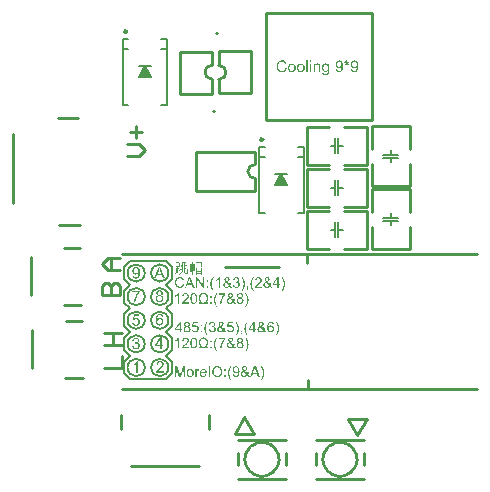
<source format=gto>
G04*
G04 #@! TF.GenerationSoftware,Altium Limited,Altium Designer,20.0.2 (26)*
G04*
G04 Layer_Color=65535*
%FSLAX25Y25*%
%MOIN*%
G70*
G01*
G75*
%ADD10C,0.01000*%
%ADD11C,0.00600*%
%ADD12C,0.00984*%
%ADD13C,0.00800*%
%ADD14C,0.00787*%
G36*
X107702Y142820D02*
X107232D01*
Y143357D01*
X107702D01*
Y142820D01*
D02*
G37*
G36*
X119720Y143415D02*
Y143407D01*
Y143394D01*
Y143374D01*
X119716Y143349D01*
Y143315D01*
X119712Y143282D01*
X119708Y143241D01*
Y143195D01*
X119699Y143145D01*
X119695Y143091D01*
X119691Y143033D01*
X119674Y142908D01*
X119658Y142766D01*
X119662D01*
X119670Y142775D01*
X119687Y142779D01*
X119708Y142791D01*
X119733Y142804D01*
X119762Y142816D01*
X119799Y142833D01*
X119837Y142850D01*
X119928Y142887D01*
X120032Y142933D01*
X120153Y142974D01*
X120278Y143020D01*
X120398Y142650D01*
X120394D01*
X120381Y142646D01*
X120365Y142637D01*
X120340Y142633D01*
X120311Y142621D01*
X120278Y142612D01*
X120236Y142600D01*
X120190Y142587D01*
X120095Y142562D01*
X119982Y142537D01*
X119866Y142517D01*
X119745Y142500D01*
X119753Y142492D01*
X119774Y142475D01*
X119812Y142438D01*
X119861Y142388D01*
X119891Y142355D01*
X119924Y142321D01*
X119961Y142280D01*
X120003Y142234D01*
X120045Y142184D01*
X120090Y142134D01*
X120140Y142072D01*
X120194Y142009D01*
X119882Y141789D01*
Y141793D01*
X119874Y141797D01*
X119866Y141809D01*
X119853Y141826D01*
X119841Y141847D01*
X119824Y141872D01*
X119803Y141901D01*
X119778Y141934D01*
X119728Y142013D01*
X119666Y142109D01*
X119595Y142221D01*
X119520Y142346D01*
Y142342D01*
X119512Y142330D01*
X119504Y142313D01*
X119487Y142288D01*
X119471Y142255D01*
X119454Y142221D01*
X119408Y142138D01*
X119354Y142051D01*
X119296Y141955D01*
X119242Y141868D01*
X119184Y141789D01*
X118871Y142009D01*
X118876Y142013D01*
X118884Y142026D01*
X118901Y142047D01*
X118921Y142072D01*
X118946Y142101D01*
X118975Y142134D01*
X119042Y142213D01*
X119113Y142292D01*
X119184Y142375D01*
X119217Y142413D01*
X119250Y142446D01*
X119283Y142475D01*
X119308Y142500D01*
X119304D01*
X119292Y142504D01*
X119275Y142508D01*
X119250Y142513D01*
X119221Y142517D01*
X119188Y142525D01*
X119146Y142533D01*
X119100Y142546D01*
X119005Y142567D01*
X118896Y142592D01*
X118784Y142621D01*
X118668Y142650D01*
X118788Y143020D01*
X118792D01*
X118805Y143012D01*
X118830Y143008D01*
X118855Y142995D01*
X118892Y142983D01*
X118930Y142970D01*
X119021Y142933D01*
X119117Y142895D01*
X119217Y142854D01*
X119312Y142808D01*
X119354Y142787D01*
X119392Y142766D01*
Y142771D01*
Y142787D01*
X119387Y142812D01*
X119383Y142845D01*
X119379Y142883D01*
X119375Y142924D01*
X119371Y142974D01*
X119367Y143024D01*
X119358Y143132D01*
X119350Y143241D01*
X119346Y143295D01*
Y143340D01*
X119342Y143382D01*
Y143420D01*
X119720D01*
Y143415D01*
D02*
G37*
G36*
X98017Y143420D02*
X98067Y143415D01*
X98125Y143407D01*
X98188Y143399D01*
X98259Y143386D01*
X98334Y143369D01*
X98413Y143353D01*
X98492Y143328D01*
X98575Y143299D01*
X98658Y143265D01*
X98737Y143224D01*
X98816Y143182D01*
X98891Y143128D01*
X98895Y143124D01*
X98908Y143116D01*
X98928Y143099D01*
X98953Y143074D01*
X98987Y143045D01*
X99024Y143008D01*
X99062Y142966D01*
X99107Y142916D01*
X99153Y142862D01*
X99199Y142800D01*
X99245Y142733D01*
X99286Y142658D01*
X99332Y142579D01*
X99369Y142492D01*
X99407Y142400D01*
X99440Y142305D01*
X98941Y142188D01*
Y142192D01*
X98933Y142205D01*
X98928Y142230D01*
X98916Y142259D01*
X98904Y142292D01*
X98883Y142330D01*
X98841Y142421D01*
X98787Y142521D01*
X98716Y142625D01*
X98641Y142721D01*
X98596Y142762D01*
X98550Y142800D01*
X98546Y142804D01*
X98537Y142808D01*
X98525Y142816D01*
X98504Y142829D01*
X98479Y142845D01*
X98450Y142862D01*
X98417Y142879D01*
X98375Y142895D01*
X98329Y142912D01*
X98284Y142929D01*
X98176Y142962D01*
X98051Y142983D01*
X97984Y142991D01*
X97872D01*
X97838Y142987D01*
X97801Y142983D01*
X97755Y142979D01*
X97705Y142974D01*
X97655Y142966D01*
X97535Y142937D01*
X97410Y142900D01*
X97348Y142875D01*
X97285Y142845D01*
X97227Y142812D01*
X97169Y142775D01*
X97165Y142771D01*
X97156Y142766D01*
X97140Y142754D01*
X97119Y142737D01*
X97098Y142716D01*
X97069Y142687D01*
X97040Y142658D01*
X97006Y142625D01*
X96973Y142583D01*
X96936Y142542D01*
X96869Y142446D01*
X96807Y142334D01*
X96753Y142205D01*
Y142201D01*
X96749Y142188D01*
X96740Y142167D01*
X96736Y142142D01*
X96728Y142109D01*
X96715Y142072D01*
X96707Y142026D01*
X96694Y141980D01*
X96682Y141926D01*
X96674Y141868D01*
X96653Y141743D01*
X96640Y141610D01*
X96636Y141468D01*
Y141464D01*
Y141448D01*
Y141423D01*
X96640Y141385D01*
Y141344D01*
X96645Y141294D01*
X96649Y141240D01*
X96653Y141177D01*
X96661Y141111D01*
X96670Y141044D01*
X96694Y140899D01*
X96732Y140753D01*
X96778Y140612D01*
Y140607D01*
X96786Y140595D01*
X96794Y140578D01*
X96803Y140553D01*
X96819Y140520D01*
X96840Y140487D01*
X96886Y140408D01*
X96948Y140316D01*
X97023Y140229D01*
X97115Y140141D01*
X97165Y140104D01*
X97219Y140067D01*
X97223D01*
X97231Y140058D01*
X97248Y140050D01*
X97273Y140037D01*
X97302Y140025D01*
X97335Y140008D01*
X97373Y139996D01*
X97414Y139979D01*
X97510Y139946D01*
X97622Y139917D01*
X97743Y139896D01*
X97805Y139892D01*
X97872Y139888D01*
X97913D01*
X97943Y139892D01*
X97980Y139896D01*
X98022Y139900D01*
X98071Y139908D01*
X98121Y139917D01*
X98238Y139946D01*
X98296Y139967D01*
X98359Y139992D01*
X98421Y140021D01*
X98479Y140054D01*
X98537Y140092D01*
X98596Y140133D01*
X98600Y140137D01*
X98608Y140146D01*
X98625Y140158D01*
X98646Y140179D01*
X98666Y140204D01*
X98695Y140237D01*
X98725Y140275D01*
X98758Y140316D01*
X98791Y140366D01*
X98824Y140420D01*
X98858Y140478D01*
X98891Y140545D01*
X98920Y140616D01*
X98949Y140695D01*
X98978Y140778D01*
X98999Y140865D01*
X99507Y140736D01*
Y140728D01*
X99498Y140707D01*
X99490Y140678D01*
X99473Y140632D01*
X99457Y140582D01*
X99432Y140520D01*
X99407Y140453D01*
X99374Y140383D01*
X99336Y140304D01*
X99295Y140229D01*
X99249Y140146D01*
X99195Y140067D01*
X99136Y139992D01*
X99074Y139917D01*
X99003Y139846D01*
X98928Y139779D01*
X98924Y139775D01*
X98908Y139767D01*
X98887Y139750D01*
X98853Y139729D01*
X98816Y139705D01*
X98766Y139675D01*
X98712Y139646D01*
X98646Y139617D01*
X98575Y139588D01*
X98500Y139559D01*
X98417Y139530D01*
X98325Y139505D01*
X98229Y139484D01*
X98130Y139468D01*
X98026Y139459D01*
X97913Y139455D01*
X97855D01*
X97809Y139459D01*
X97759Y139463D01*
X97697Y139468D01*
X97631Y139476D01*
X97556Y139488D01*
X97477Y139501D01*
X97393Y139517D01*
X97310Y139538D01*
X97227Y139559D01*
X97140Y139588D01*
X97056Y139621D01*
X96977Y139659D01*
X96903Y139705D01*
X96898Y139709D01*
X96886Y139717D01*
X96865Y139729D01*
X96840Y139750D01*
X96807Y139779D01*
X96769Y139809D01*
X96728Y139846D01*
X96682Y139892D01*
X96636Y139942D01*
X96586Y139996D01*
X96541Y140054D01*
X96491Y140121D01*
X96441Y140191D01*
X96395Y140266D01*
X96353Y140349D01*
X96312Y140437D01*
X96308Y140441D01*
X96303Y140457D01*
X96295Y140487D01*
X96283Y140520D01*
X96266Y140566D01*
X96249Y140616D01*
X96233Y140678D01*
X96212Y140745D01*
X96195Y140820D01*
X96175Y140899D01*
X96158Y140982D01*
X96145Y141073D01*
X96120Y141265D01*
X96116Y141364D01*
X96112Y141464D01*
Y141473D01*
Y141489D01*
Y141523D01*
X96116Y141564D01*
X96120Y141618D01*
X96125Y141681D01*
X96133Y141747D01*
X96141Y141822D01*
X96154Y141901D01*
X96166Y141984D01*
X96208Y142163D01*
X96237Y142251D01*
X96266Y142338D01*
X96299Y142429D01*
X96341Y142513D01*
X96345Y142517D01*
X96353Y142533D01*
X96366Y142554D01*
X96382Y142587D01*
X96408Y142625D01*
X96437Y142666D01*
X96470Y142712D01*
X96507Y142766D01*
X96553Y142816D01*
X96599Y142875D01*
X96653Y142929D01*
X96711Y142987D01*
X96773Y143041D01*
X96840Y143095D01*
X96915Y143145D01*
X96990Y143191D01*
X96994Y143195D01*
X97011Y143199D01*
X97031Y143211D01*
X97065Y143228D01*
X97102Y143245D01*
X97152Y143265D01*
X97206Y143286D01*
X97264Y143307D01*
X97331Y143328D01*
X97406Y143349D01*
X97481Y143369D01*
X97564Y143386D01*
X97734Y143415D01*
X97826Y143420D01*
X97922Y143424D01*
X97976D01*
X98017Y143420D01*
D02*
G37*
G36*
X109790Y142359D02*
X109815D01*
X109878Y142350D01*
X109948Y142342D01*
X110027Y142325D01*
X110106Y142300D01*
X110185Y142271D01*
X110189D01*
X110194Y142267D01*
X110219Y142255D01*
X110256Y142234D01*
X110306Y142209D01*
X110356Y142172D01*
X110410Y142134D01*
X110460Y142088D01*
X110502Y142034D01*
X110506Y142026D01*
X110518Y142009D01*
X110535Y141976D01*
X110560Y141934D01*
X110585Y141884D01*
X110606Y141826D01*
X110631Y141760D01*
X110647Y141685D01*
Y141681D01*
X110651Y141660D01*
X110655Y141627D01*
X110664Y141581D01*
X110668Y141518D01*
Y141481D01*
X110672Y141439D01*
Y141393D01*
X110676Y141340D01*
Y141285D01*
Y141227D01*
Y139517D01*
X110206D01*
Y141210D01*
Y141215D01*
Y141223D01*
Y141240D01*
Y141256D01*
Y141281D01*
X110202Y141310D01*
X110198Y141373D01*
X110194Y141444D01*
X110181Y141514D01*
X110169Y141581D01*
X110148Y141639D01*
X110144Y141647D01*
X110135Y141664D01*
X110123Y141689D01*
X110102Y141722D01*
X110077Y141760D01*
X110044Y141797D01*
X110002Y141834D01*
X109952Y141868D01*
X109948Y141872D01*
X109927Y141880D01*
X109898Y141897D01*
X109861Y141913D01*
X109811Y141926D01*
X109757Y141943D01*
X109695Y141951D01*
X109624Y141955D01*
X109595D01*
X109574Y141951D01*
X109549D01*
X109516Y141947D01*
X109445Y141930D01*
X109366Y141909D01*
X109279Y141876D01*
X109191Y141826D01*
X109145Y141797D01*
X109104Y141764D01*
X109100Y141760D01*
X109096Y141755D01*
X109083Y141743D01*
X109071Y141726D01*
X109054Y141701D01*
X109037Y141676D01*
X109016Y141643D01*
X108996Y141602D01*
X108975Y141556D01*
X108954Y141502D01*
X108937Y141444D01*
X108921Y141377D01*
X108908Y141302D01*
X108896Y141223D01*
X108892Y141131D01*
X108888Y141036D01*
Y139517D01*
X108417D01*
Y142300D01*
X108842D01*
Y141901D01*
X108846Y141905D01*
X108854Y141922D01*
X108875Y141943D01*
X108900Y141972D01*
X108929Y142009D01*
X108967Y142047D01*
X109012Y142088D01*
X109066Y142134D01*
X109125Y142176D01*
X109191Y142217D01*
X109262Y142255D01*
X109341Y142292D01*
X109428Y142321D01*
X109520Y142342D01*
X109620Y142359D01*
X109724Y142363D01*
X109765D01*
X109790Y142359D01*
D02*
G37*
G36*
X122079Y143365D02*
X122112D01*
X122150Y143357D01*
X122195Y143353D01*
X122241Y143345D01*
X122349Y143320D01*
X122461Y143282D01*
X122520Y143261D01*
X122582Y143232D01*
X122640Y143203D01*
X122699Y143166D01*
X122703Y143161D01*
X122711Y143157D01*
X122728Y143145D01*
X122749Y143128D01*
X122778Y143107D01*
X122807Y143082D01*
X122840Y143053D01*
X122873Y143020D01*
X122911Y142983D01*
X122952Y142937D01*
X122990Y142891D01*
X123031Y142841D01*
X123069Y142783D01*
X123106Y142725D01*
X123140Y142658D01*
X123173Y142592D01*
Y142587D01*
X123181Y142575D01*
X123189Y142554D01*
X123198Y142521D01*
X123210Y142483D01*
X123223Y142438D01*
X123240Y142384D01*
X123256Y142317D01*
X123269Y142246D01*
X123285Y142167D01*
X123298Y142076D01*
X123310Y141980D01*
X123319Y141876D01*
X123327Y141764D01*
X123335Y141643D01*
Y141514D01*
Y141506D01*
Y141481D01*
Y141444D01*
X123331Y141393D01*
Y141331D01*
X123327Y141256D01*
X123323Y141177D01*
X123314Y141090D01*
X123306Y140998D01*
X123298Y140903D01*
X123269Y140707D01*
X123227Y140516D01*
X123202Y140428D01*
X123173Y140341D01*
Y140337D01*
X123165Y140320D01*
X123156Y140299D01*
X123144Y140270D01*
X123127Y140233D01*
X123106Y140191D01*
X123081Y140146D01*
X123056Y140096D01*
X122990Y139992D01*
X122907Y139879D01*
X122811Y139775D01*
X122757Y139725D01*
X122699Y139680D01*
X122695Y139675D01*
X122686Y139671D01*
X122665Y139659D01*
X122645Y139646D01*
X122611Y139630D01*
X122578Y139609D01*
X122536Y139588D01*
X122486Y139567D01*
X122437Y139547D01*
X122378Y139526D01*
X122320Y139509D01*
X122254Y139488D01*
X122112Y139463D01*
X122037Y139459D01*
X121958Y139455D01*
X121917D01*
X121883Y139459D01*
X121846Y139463D01*
X121800Y139468D01*
X121750Y139476D01*
X121696Y139488D01*
X121580Y139517D01*
X121521Y139538D01*
X121459Y139559D01*
X121397Y139588D01*
X121334Y139621D01*
X121276Y139659D01*
X121222Y139705D01*
X121218Y139709D01*
X121209Y139717D01*
X121197Y139729D01*
X121176Y139750D01*
X121155Y139775D01*
X121130Y139809D01*
X121101Y139846D01*
X121072Y139888D01*
X121043Y139933D01*
X121014Y139988D01*
X120989Y140046D01*
X120960Y140108D01*
X120935Y140175D01*
X120914Y140245D01*
X120897Y140324D01*
X120885Y140408D01*
X121338Y140445D01*
Y140441D01*
X121343Y140433D01*
Y140416D01*
X121351Y140391D01*
X121355Y140366D01*
X121363Y140337D01*
X121384Y140266D01*
X121413Y140191D01*
X121451Y140116D01*
X121501Y140046D01*
X121526Y140012D01*
X121555Y139983D01*
X121563Y139979D01*
X121584Y139962D01*
X121621Y139937D01*
X121667Y139913D01*
X121729Y139888D01*
X121800Y139863D01*
X121879Y139846D01*
X121971Y139842D01*
X122008D01*
X122050Y139846D01*
X122100Y139854D01*
X122158Y139867D01*
X122220Y139883D01*
X122287Y139904D01*
X122349Y139937D01*
X122357Y139942D01*
X122378Y139954D01*
X122407Y139979D01*
X122445Y140008D01*
X122486Y140046D01*
X122532Y140092D01*
X122578Y140146D01*
X122620Y140204D01*
X122624Y140212D01*
X122636Y140233D01*
X122657Y140270D01*
X122682Y140324D01*
X122707Y140387D01*
X122736Y140462D01*
X122765Y140553D01*
X122794Y140653D01*
Y140657D01*
X122799Y140665D01*
X122803Y140682D01*
X122807Y140703D01*
X122811Y140728D01*
X122815Y140757D01*
X122824Y140795D01*
X122832Y140832D01*
X122844Y140919D01*
X122853Y141015D01*
X122861Y141119D01*
X122865Y141227D01*
Y141235D01*
Y141252D01*
Y141281D01*
Y141319D01*
X122857Y141314D01*
X122853Y141302D01*
X122840Y141285D01*
X122807Y141244D01*
X122765Y141194D01*
X122707Y141136D01*
X122640Y141073D01*
X122565Y141015D01*
X122478Y140957D01*
X122474D01*
X122466Y140953D01*
X122453Y140944D01*
X122437Y140936D01*
X122412Y140924D01*
X122387Y140915D01*
X122320Y140890D01*
X122241Y140861D01*
X122150Y140840D01*
X122050Y140824D01*
X121946Y140820D01*
X121925D01*
X121900Y140824D01*
X121867D01*
X121825Y140832D01*
X121779Y140836D01*
X121725Y140849D01*
X121667Y140861D01*
X121605Y140882D01*
X121542Y140903D01*
X121476Y140932D01*
X121409Y140965D01*
X121338Y141003D01*
X121272Y141048D01*
X121205Y141102D01*
X121143Y141161D01*
X121139Y141165D01*
X121130Y141177D01*
X121114Y141198D01*
X121093Y141223D01*
X121068Y141256D01*
X121039Y141298D01*
X121010Y141348D01*
X120981Y141406D01*
X120947Y141464D01*
X120918Y141535D01*
X120889Y141610D01*
X120864Y141689D01*
X120843Y141776D01*
X120827Y141872D01*
X120818Y141968D01*
X120814Y142072D01*
Y142080D01*
Y142097D01*
X120818Y142130D01*
Y142167D01*
X120827Y142217D01*
X120831Y142276D01*
X120843Y142338D01*
X120856Y142409D01*
X120877Y142479D01*
X120897Y142558D01*
X120926Y142637D01*
X120960Y142712D01*
X120997Y142791D01*
X121043Y142870D01*
X121097Y142941D01*
X121155Y143012D01*
X121160Y143016D01*
X121172Y143028D01*
X121193Y143045D01*
X121218Y143066D01*
X121251Y143095D01*
X121293Y143124D01*
X121338Y143157D01*
X121392Y143191D01*
X121451Y143224D01*
X121517Y143257D01*
X121588Y143286D01*
X121663Y143315D01*
X121746Y143336D01*
X121833Y143353D01*
X121921Y143365D01*
X122016Y143369D01*
X122054D01*
X122079Y143365D01*
D02*
G37*
G36*
X117008D02*
X117041D01*
X117078Y143357D01*
X117124Y143353D01*
X117170Y143345D01*
X117278Y143320D01*
X117391Y143282D01*
X117449Y143261D01*
X117511Y143232D01*
X117569Y143203D01*
X117628Y143166D01*
X117632Y143161D01*
X117640Y143157D01*
X117657Y143145D01*
X117677Y143128D01*
X117707Y143107D01*
X117736Y143082D01*
X117769Y143053D01*
X117802Y143020D01*
X117840Y142983D01*
X117881Y142937D01*
X117919Y142891D01*
X117960Y142841D01*
X117998Y142783D01*
X118035Y142725D01*
X118069Y142658D01*
X118102Y142592D01*
Y142587D01*
X118110Y142575D01*
X118119Y142554D01*
X118127Y142521D01*
X118139Y142483D01*
X118152Y142438D01*
X118168Y142384D01*
X118185Y142317D01*
X118198Y142246D01*
X118214Y142167D01*
X118227Y142076D01*
X118239Y141980D01*
X118247Y141876D01*
X118256Y141764D01*
X118264Y141643D01*
Y141514D01*
Y141506D01*
Y141481D01*
Y141444D01*
X118260Y141393D01*
Y141331D01*
X118256Y141256D01*
X118252Y141177D01*
X118243Y141090D01*
X118235Y140998D01*
X118227Y140903D01*
X118198Y140707D01*
X118156Y140516D01*
X118131Y140428D01*
X118102Y140341D01*
Y140337D01*
X118094Y140320D01*
X118085Y140299D01*
X118073Y140270D01*
X118056Y140233D01*
X118035Y140191D01*
X118010Y140146D01*
X117985Y140096D01*
X117919Y139992D01*
X117836Y139879D01*
X117740Y139775D01*
X117686Y139725D01*
X117628Y139680D01*
X117623Y139675D01*
X117615Y139671D01*
X117594Y139659D01*
X117573Y139646D01*
X117540Y139630D01*
X117507Y139609D01*
X117465Y139588D01*
X117415Y139567D01*
X117366Y139547D01*
X117307Y139526D01*
X117249Y139509D01*
X117183Y139488D01*
X117041Y139463D01*
X116966Y139459D01*
X116887Y139455D01*
X116846D01*
X116812Y139459D01*
X116775Y139463D01*
X116729Y139468D01*
X116679Y139476D01*
X116625Y139488D01*
X116509Y139517D01*
X116450Y139538D01*
X116388Y139559D01*
X116325Y139588D01*
X116263Y139621D01*
X116205Y139659D01*
X116151Y139705D01*
X116147Y139709D01*
X116138Y139717D01*
X116126Y139729D01*
X116105Y139750D01*
X116084Y139775D01*
X116059Y139809D01*
X116030Y139846D01*
X116001Y139888D01*
X115972Y139933D01*
X115943Y139988D01*
X115918Y140046D01*
X115889Y140108D01*
X115864Y140175D01*
X115843Y140245D01*
X115826Y140324D01*
X115814Y140408D01*
X116267Y140445D01*
Y140441D01*
X116271Y140433D01*
Y140416D01*
X116280Y140391D01*
X116284Y140366D01*
X116292Y140337D01*
X116313Y140266D01*
X116342Y140191D01*
X116380Y140116D01*
X116429Y140046D01*
X116455Y140012D01*
X116484Y139983D01*
X116492Y139979D01*
X116513Y139962D01*
X116550Y139937D01*
X116596Y139913D01*
X116658Y139888D01*
X116729Y139863D01*
X116808Y139846D01*
X116900Y139842D01*
X116937D01*
X116979Y139846D01*
X117029Y139854D01*
X117087Y139867D01*
X117149Y139883D01*
X117216Y139904D01*
X117278Y139937D01*
X117287Y139942D01*
X117307Y139954D01*
X117336Y139979D01*
X117374Y140008D01*
X117415Y140046D01*
X117461Y140092D01*
X117507Y140146D01*
X117549Y140204D01*
X117553Y140212D01*
X117565Y140233D01*
X117586Y140270D01*
X117611Y140324D01*
X117636Y140387D01*
X117665Y140462D01*
X117694Y140553D01*
X117723Y140653D01*
Y140657D01*
X117727Y140665D01*
X117732Y140682D01*
X117736Y140703D01*
X117740Y140728D01*
X117744Y140757D01*
X117752Y140795D01*
X117761Y140832D01*
X117773Y140919D01*
X117781Y141015D01*
X117790Y141119D01*
X117794Y141227D01*
Y141235D01*
Y141252D01*
Y141281D01*
Y141319D01*
X117786Y141314D01*
X117781Y141302D01*
X117769Y141285D01*
X117736Y141244D01*
X117694Y141194D01*
X117636Y141136D01*
X117569Y141073D01*
X117494Y141015D01*
X117407Y140957D01*
X117403D01*
X117395Y140953D01*
X117382Y140944D01*
X117366Y140936D01*
X117341Y140924D01*
X117316Y140915D01*
X117249Y140890D01*
X117170Y140861D01*
X117078Y140840D01*
X116979Y140824D01*
X116875Y140820D01*
X116854D01*
X116829Y140824D01*
X116796D01*
X116754Y140832D01*
X116708Y140836D01*
X116654Y140849D01*
X116596Y140861D01*
X116534Y140882D01*
X116471Y140903D01*
X116405Y140932D01*
X116338Y140965D01*
X116267Y141003D01*
X116201Y141048D01*
X116134Y141102D01*
X116072Y141161D01*
X116068Y141165D01*
X116059Y141177D01*
X116043Y141198D01*
X116022Y141223D01*
X115997Y141256D01*
X115968Y141298D01*
X115939Y141348D01*
X115910Y141406D01*
X115876Y141464D01*
X115847Y141535D01*
X115818Y141610D01*
X115793Y141689D01*
X115772Y141776D01*
X115756Y141872D01*
X115747Y141968D01*
X115743Y142072D01*
Y142080D01*
Y142097D01*
X115747Y142130D01*
Y142167D01*
X115756Y142217D01*
X115760Y142276D01*
X115772Y142338D01*
X115785Y142409D01*
X115805Y142479D01*
X115826Y142558D01*
X115856Y142637D01*
X115889Y142712D01*
X115926Y142791D01*
X115972Y142870D01*
X116026Y142941D01*
X116084Y143012D01*
X116088Y143016D01*
X116101Y143028D01*
X116122Y143045D01*
X116147Y143066D01*
X116180Y143095D01*
X116221Y143124D01*
X116267Y143157D01*
X116321Y143191D01*
X116380Y143224D01*
X116446Y143257D01*
X116517Y143286D01*
X116592Y143315D01*
X116675Y143336D01*
X116762Y143353D01*
X116850Y143365D01*
X116945Y143369D01*
X116983D01*
X117008Y143365D01*
D02*
G37*
G36*
X107702Y139517D02*
X107232D01*
Y142300D01*
X107702D01*
Y139517D01*
D02*
G37*
G36*
X106495D02*
X106025D01*
Y143357D01*
X106495D01*
Y139517D01*
D02*
G37*
G36*
X104237Y142359D02*
X104278D01*
X104328Y142350D01*
X104382Y142342D01*
X104445Y142330D01*
X104515Y142317D01*
X104586Y142296D01*
X104665Y142271D01*
X104740Y142238D01*
X104819Y142205D01*
X104898Y142159D01*
X104973Y142109D01*
X105048Y142051D01*
X105119Y141984D01*
X105123Y141980D01*
X105135Y141968D01*
X105152Y141947D01*
X105177Y141913D01*
X105202Y141876D01*
X105235Y141830D01*
X105268Y141776D01*
X105301Y141714D01*
X105335Y141643D01*
X105368Y141564D01*
X105401Y141481D01*
X105426Y141389D01*
X105451Y141289D01*
X105468Y141181D01*
X105480Y141065D01*
X105485Y140944D01*
Y140940D01*
Y140919D01*
Y140894D01*
X105480Y140857D01*
Y140811D01*
X105476Y140757D01*
X105472Y140699D01*
X105464Y140636D01*
X105447Y140503D01*
X105418Y140362D01*
X105376Y140225D01*
X105351Y140162D01*
X105322Y140100D01*
Y140096D01*
X105314Y140087D01*
X105306Y140071D01*
X105293Y140050D01*
X105277Y140025D01*
X105256Y139992D01*
X105202Y139925D01*
X105135Y139846D01*
X105056Y139767D01*
X104960Y139692D01*
X104852Y139621D01*
X104848D01*
X104840Y139613D01*
X104823Y139605D01*
X104798Y139596D01*
X104769Y139584D01*
X104736Y139567D01*
X104698Y139555D01*
X104653Y139538D01*
X104607Y139522D01*
X104553Y139509D01*
X104440Y139480D01*
X104316Y139463D01*
X104183Y139455D01*
X104157D01*
X104128Y139459D01*
X104087D01*
X104037Y139468D01*
X103979Y139476D01*
X103916Y139488D01*
X103846Y139501D01*
X103771Y139522D01*
X103696Y139547D01*
X103617Y139576D01*
X103538Y139613D01*
X103459Y139655D01*
X103384Y139705D01*
X103309Y139763D01*
X103238Y139829D01*
X103234Y139833D01*
X103221Y139846D01*
X103205Y139867D01*
X103184Y139900D01*
X103155Y139937D01*
X103126Y139983D01*
X103093Y140041D01*
X103059Y140104D01*
X103026Y140179D01*
X102993Y140258D01*
X102964Y140345D01*
X102935Y140441D01*
X102914Y140545D01*
X102897Y140657D01*
X102885Y140778D01*
X102880Y140907D01*
Y140911D01*
Y140915D01*
Y140940D01*
X102885Y140982D01*
X102889Y141032D01*
X102893Y141098D01*
X102901Y141173D01*
X102918Y141252D01*
X102935Y141340D01*
X102955Y141431D01*
X102984Y141527D01*
X103022Y141622D01*
X103059Y141718D01*
X103109Y141809D01*
X103167Y141897D01*
X103234Y141976D01*
X103309Y142051D01*
X103313Y142055D01*
X103325Y142063D01*
X103346Y142080D01*
X103371Y142101D01*
X103409Y142122D01*
X103450Y142151D01*
X103496Y142180D01*
X103554Y142209D01*
X103613Y142238D01*
X103679Y142263D01*
X103750Y142292D01*
X103829Y142313D01*
X103912Y142334D01*
X103995Y142350D01*
X104087Y142359D01*
X104183Y142363D01*
X104208D01*
X104237Y142359D01*
D02*
G37*
G36*
X101254D02*
X101295D01*
X101345Y142350D01*
X101400Y142342D01*
X101462Y142330D01*
X101533Y142317D01*
X101603Y142296D01*
X101682Y142271D01*
X101757Y142238D01*
X101836Y142205D01*
X101915Y142159D01*
X101990Y142109D01*
X102065Y142051D01*
X102136Y141984D01*
X102140Y141980D01*
X102152Y141968D01*
X102169Y141947D01*
X102194Y141913D01*
X102219Y141876D01*
X102252Y141830D01*
X102286Y141776D01*
X102319Y141714D01*
X102352Y141643D01*
X102385Y141564D01*
X102419Y141481D01*
X102444Y141389D01*
X102469Y141289D01*
X102485Y141181D01*
X102498Y141065D01*
X102502Y140944D01*
Y140940D01*
Y140919D01*
Y140894D01*
X102498Y140857D01*
Y140811D01*
X102494Y140757D01*
X102489Y140699D01*
X102481Y140636D01*
X102464Y140503D01*
X102435Y140362D01*
X102394Y140225D01*
X102369Y140162D01*
X102340Y140100D01*
Y140096D01*
X102331Y140087D01*
X102323Y140071D01*
X102311Y140050D01*
X102294Y140025D01*
X102273Y139992D01*
X102219Y139925D01*
X102152Y139846D01*
X102073Y139767D01*
X101978Y139692D01*
X101869Y139621D01*
X101865D01*
X101857Y139613D01*
X101840Y139605D01*
X101815Y139596D01*
X101786Y139584D01*
X101753Y139567D01*
X101716Y139555D01*
X101670Y139538D01*
X101624Y139522D01*
X101570Y139509D01*
X101458Y139480D01*
X101333Y139463D01*
X101200Y139455D01*
X101175D01*
X101146Y139459D01*
X101104D01*
X101054Y139468D01*
X100996Y139476D01*
X100934Y139488D01*
X100863Y139501D01*
X100788Y139522D01*
X100713Y139547D01*
X100634Y139576D01*
X100555Y139613D01*
X100476Y139655D01*
X100401Y139705D01*
X100326Y139763D01*
X100256Y139829D01*
X100251Y139833D01*
X100239Y139846D01*
X100222Y139867D01*
X100201Y139900D01*
X100172Y139937D01*
X100143Y139983D01*
X100110Y140041D01*
X100077Y140104D01*
X100043Y140179D01*
X100010Y140258D01*
X99981Y140345D01*
X99952Y140441D01*
X99931Y140545D01*
X99914Y140657D01*
X99902Y140778D01*
X99898Y140907D01*
Y140911D01*
Y140915D01*
Y140940D01*
X99902Y140982D01*
X99906Y141032D01*
X99910Y141098D01*
X99919Y141173D01*
X99935Y141252D01*
X99952Y141340D01*
X99973Y141431D01*
X100002Y141527D01*
X100039Y141622D01*
X100077Y141718D01*
X100127Y141809D01*
X100185Y141897D01*
X100251Y141976D01*
X100326Y142051D01*
X100330Y142055D01*
X100343Y142063D01*
X100364Y142080D01*
X100389Y142101D01*
X100426Y142122D01*
X100468Y142151D01*
X100513Y142180D01*
X100572Y142209D01*
X100630Y142238D01*
X100696Y142263D01*
X100767Y142292D01*
X100846Y142313D01*
X100929Y142334D01*
X101013Y142350D01*
X101104Y142359D01*
X101200Y142363D01*
X101225D01*
X101254Y142359D01*
D02*
G37*
G36*
X112469D02*
X112503D01*
X112544Y142350D01*
X112594Y142342D01*
X112648Y142330D01*
X112706Y142313D01*
X112769Y142292D01*
X112835Y142263D01*
X112902Y142234D01*
X112973Y142192D01*
X113039Y142147D01*
X113110Y142092D01*
X113172Y142030D01*
X113235Y141959D01*
Y142300D01*
X113667D01*
Y139896D01*
Y139888D01*
Y139867D01*
Y139833D01*
Y139792D01*
X113663Y139738D01*
X113659Y139675D01*
X113655Y139609D01*
X113651Y139538D01*
X113634Y139388D01*
X113613Y139234D01*
X113597Y139164D01*
X113580Y139093D01*
X113559Y139031D01*
X113534Y138977D01*
Y138972D01*
X113530Y138964D01*
X113522Y138952D01*
X113509Y138931D01*
X113476Y138881D01*
X113430Y138823D01*
X113372Y138752D01*
X113301Y138681D01*
X113214Y138610D01*
X113114Y138548D01*
X113110D01*
X113101Y138540D01*
X113085Y138536D01*
X113064Y138523D01*
X113035Y138511D01*
X113002Y138498D01*
X112964Y138486D01*
X112918Y138469D01*
X112869Y138452D01*
X112814Y138440D01*
X112760Y138427D01*
X112698Y138415D01*
X112561Y138398D01*
X112411Y138390D01*
X112361D01*
X112328Y138394D01*
X112286Y138398D01*
X112236Y138402D01*
X112182Y138411D01*
X112124Y138419D01*
X111995Y138444D01*
X111862Y138486D01*
X111791Y138511D01*
X111729Y138540D01*
X111662Y138577D01*
X111604Y138615D01*
X111600Y138619D01*
X111591Y138627D01*
X111575Y138640D01*
X111558Y138656D01*
X111533Y138681D01*
X111508Y138710D01*
X111483Y138744D01*
X111454Y138785D01*
X111425Y138827D01*
X111400Y138877D01*
X111375Y138935D01*
X111354Y138993D01*
X111334Y139060D01*
X111321Y139130D01*
X111313Y139205D01*
Y139289D01*
X111770Y139226D01*
Y139222D01*
Y139218D01*
X111779Y139193D01*
X111787Y139155D01*
X111800Y139110D01*
X111820Y139056D01*
X111849Y139006D01*
X111883Y138956D01*
X111928Y138914D01*
X111937Y138910D01*
X111962Y138893D01*
X111999Y138873D01*
X112053Y138848D01*
X112124Y138823D01*
X112203Y138802D01*
X112299Y138785D01*
X112407Y138781D01*
X112440D01*
X112461Y138785D01*
X112490D01*
X112519Y138789D01*
X112594Y138798D01*
X112673Y138814D01*
X112756Y138839D01*
X112839Y138868D01*
X112910Y138914D01*
X112914D01*
X112918Y138918D01*
X112939Y138939D01*
X112968Y138968D01*
X113010Y139010D01*
X113048Y139060D01*
X113089Y139122D01*
X113127Y139197D01*
X113156Y139280D01*
Y139289D01*
X113160Y139297D01*
Y139309D01*
X113164Y139326D01*
X113168Y139351D01*
Y139376D01*
X113172Y139409D01*
X113176Y139447D01*
X113181Y139488D01*
Y139538D01*
X113185Y139592D01*
Y139655D01*
X113189Y139721D01*
Y139796D01*
Y139879D01*
X113185Y139875D01*
X113176Y139863D01*
X113156Y139846D01*
X113135Y139821D01*
X113101Y139796D01*
X113068Y139767D01*
X113022Y139734D01*
X112977Y139700D01*
X112923Y139663D01*
X112864Y139634D01*
X112802Y139601D01*
X112731Y139576D01*
X112661Y139551D01*
X112586Y139534D01*
X112503Y139522D01*
X112419Y139517D01*
X112394D01*
X112365Y139522D01*
X112324Y139526D01*
X112278Y139530D01*
X112220Y139538D01*
X112161Y139551D01*
X112095Y139567D01*
X112024Y139592D01*
X111949Y139617D01*
X111874Y139650D01*
X111804Y139692D01*
X111729Y139738D01*
X111658Y139792D01*
X111591Y139858D01*
X111529Y139929D01*
X111525Y139933D01*
X111517Y139950D01*
X111500Y139971D01*
X111479Y140004D01*
X111458Y140041D01*
X111429Y140092D01*
X111404Y140146D01*
X111375Y140208D01*
X111346Y140279D01*
X111317Y140354D01*
X111288Y140437D01*
X111267Y140524D01*
X111246Y140616D01*
X111230Y140716D01*
X111221Y140815D01*
X111217Y140924D01*
Y140928D01*
Y140940D01*
Y140961D01*
X111221Y140990D01*
Y141027D01*
X111225Y141065D01*
X111230Y141111D01*
X111234Y141165D01*
X111250Y141277D01*
X111275Y141398D01*
X111313Y141527D01*
X111358Y141656D01*
Y141660D01*
X111367Y141672D01*
X111375Y141689D01*
X111388Y141710D01*
X111400Y141739D01*
X111421Y141772D01*
X111467Y141847D01*
X111525Y141930D01*
X111596Y142017D01*
X111683Y142101D01*
X111779Y142176D01*
X111783Y142180D01*
X111791Y142184D01*
X111808Y142192D01*
X111829Y142205D01*
X111854Y142217D01*
X111887Y142234D01*
X111920Y142251D01*
X111962Y142271D01*
X112007Y142288D01*
X112057Y142305D01*
X112165Y142334D01*
X112286Y142355D01*
X112353Y142363D01*
X112440D01*
X112469Y142359D01*
D02*
G37*
G36*
X71417Y76001D02*
X71280Y75902D01*
Y75898D01*
Y75890D01*
Y75879D01*
Y75863D01*
Y75845D01*
Y75818D01*
Y75761D01*
Y75688D01*
Y75604D01*
X71284Y75513D01*
Y75418D01*
Y75319D01*
Y75216D01*
X71288Y75113D01*
X71291Y75014D01*
Y74919D01*
X71295Y74827D01*
X71299Y74747D01*
X71303Y74675D01*
X71032Y74560D01*
Y75944D01*
X69345D01*
Y74675D01*
X69074Y74560D01*
Y74564D01*
Y74580D01*
Y74602D01*
X69078Y74629D01*
Y74667D01*
X69082Y74713D01*
Y74762D01*
X69085Y74820D01*
Y74881D01*
Y74945D01*
X69089Y75018D01*
Y75090D01*
X69093Y75250D01*
Y75414D01*
Y75418D01*
Y75433D01*
Y75460D01*
Y75490D01*
Y75528D01*
Y75574D01*
Y75627D01*
X69089Y75684D01*
Y75745D01*
Y75810D01*
X69085Y75947D01*
X69082Y76088D01*
X69074Y76229D01*
X69345Y76058D01*
X70994D01*
X71128Y76229D01*
X71417Y76001D01*
D02*
G37*
G36*
X63969Y75963D02*
X63816Y75848D01*
Y75845D01*
Y75837D01*
Y75826D01*
Y75810D01*
Y75791D01*
Y75765D01*
Y75707D01*
Y75635D01*
Y75555D01*
Y75467D01*
X63820Y75376D01*
Y75182D01*
X63824Y75086D01*
Y74995D01*
X63828Y74911D01*
Y74835D01*
X63831Y74766D01*
X63835Y74713D01*
X63565Y74599D01*
Y74793D01*
X63279D01*
Y73989D01*
X63546D01*
X63721Y74160D01*
X63988Y73875D01*
X63279D01*
Y72838D01*
X63930Y73010D01*
X63950Y72934D01*
X63942Y72930D01*
X63923Y72926D01*
X63892Y72915D01*
X63850Y72899D01*
X63797Y72880D01*
X63732Y72854D01*
X63660Y72827D01*
X63576Y72796D01*
X63485Y72762D01*
X63382Y72720D01*
X63275Y72678D01*
X63157Y72633D01*
X63035Y72583D01*
X62906Y72530D01*
X62768Y72477D01*
X62628Y72416D01*
X62433Y72248D01*
X62224Y72568D01*
X62433Y72625D01*
Y72629D01*
Y72636D01*
Y72655D01*
Y72675D01*
Y72701D01*
Y72736D01*
Y72774D01*
Y72812D01*
Y72857D01*
Y72907D01*
Y73018D01*
Y73139D01*
X62429Y73269D01*
Y73402D01*
Y73543D01*
X62426Y73684D01*
Y73821D01*
X62422Y73959D01*
Y74088D01*
X62418Y74206D01*
X62414Y74313D01*
X62799Y74103D01*
X62685Y74008D01*
Y72682D01*
X63028Y72781D01*
Y74793D01*
X62723D01*
Y74637D01*
X62452Y74541D01*
Y74545D01*
Y74560D01*
Y74583D01*
X62456Y74614D01*
Y74652D01*
X62460Y74694D01*
Y74743D01*
X62464Y74801D01*
Y74858D01*
Y74923D01*
X62467Y75056D01*
X62471Y75197D01*
Y75338D01*
Y75342D01*
Y75353D01*
Y75376D01*
Y75402D01*
Y75441D01*
Y75483D01*
Y75528D01*
X62467Y75585D01*
Y75646D01*
Y75711D01*
X62464Y75780D01*
Y75856D01*
X62460Y75936D01*
Y76016D01*
X62452Y76191D01*
X62723Y76020D01*
X63546D01*
X63683Y76210D01*
X63969Y75963D01*
D02*
G37*
G36*
X68403Y76248D02*
X68232Y76096D01*
Y75425D01*
X68579D01*
X68712Y75597D01*
X68979Y75368D01*
X68845Y75250D01*
Y73524D01*
Y73520D01*
Y73513D01*
Y73497D01*
Y73479D01*
Y73452D01*
X68842Y73425D01*
X68830Y73360D01*
X68819Y73326D01*
X68804Y73292D01*
X68781Y73254D01*
X68758Y73216D01*
X68727Y73181D01*
X68689Y73147D01*
X68647Y73113D01*
X68598Y73082D01*
Y73086D01*
X68594Y73090D01*
X68590Y73101D01*
X68586Y73116D01*
X68567Y73151D01*
X68537Y73193D01*
X68495Y73238D01*
X68441Y73280D01*
X68411Y73296D01*
X68373Y73311D01*
X68335Y73326D01*
X68289Y73334D01*
Y73410D01*
X68560D01*
X68567Y73414D01*
X68575Y73418D01*
X68586Y73429D01*
X68598Y73448D01*
X68609Y73475D01*
X68613Y73513D01*
X68617Y73562D01*
Y75311D01*
X68232D01*
Y72625D01*
Y72621D01*
Y72610D01*
Y72595D01*
Y72572D01*
Y72541D01*
Y72507D01*
Y72469D01*
X68236Y72427D01*
Y72328D01*
X68240Y72225D01*
X68243Y72111D01*
X68251Y71996D01*
X67962Y71878D01*
Y71882D01*
Y71901D01*
Y71924D01*
X67965Y71958D01*
Y72004D01*
X67969Y72053D01*
Y72107D01*
X67973Y72172D01*
Y72236D01*
Y72309D01*
X67977Y72461D01*
X67980Y72617D01*
Y72777D01*
Y75311D01*
X67599D01*
Y73143D01*
X67329Y73006D01*
Y73014D01*
Y73033D01*
Y73063D01*
X67333Y73105D01*
Y73155D01*
X67337Y73219D01*
Y73296D01*
X67340Y73379D01*
Y73475D01*
Y73577D01*
X67344Y73692D01*
Y73814D01*
X67348Y73947D01*
Y74084D01*
Y74233D01*
Y74385D01*
Y74389D01*
Y74397D01*
Y74408D01*
Y74423D01*
Y74442D01*
Y74465D01*
Y74522D01*
Y74591D01*
Y74671D01*
Y74759D01*
X67344Y74850D01*
Y74949D01*
Y75048D01*
X67340Y75147D01*
Y75246D01*
X67337Y75338D01*
Y75425D01*
X67333Y75509D01*
X67329Y75578D01*
X67599Y75425D01*
X67980D01*
Y75429D01*
Y75433D01*
Y75456D01*
Y75490D01*
Y75536D01*
Y75589D01*
Y75654D01*
Y75726D01*
X67977Y75803D01*
Y75883D01*
Y75963D01*
X67973Y76130D01*
X67969Y76210D01*
Y76287D01*
X67965Y76359D01*
X67962Y76424D01*
X68403Y76248D01*
D02*
G37*
G36*
X70937Y75406D02*
X69806D01*
X69611Y75364D01*
X69459Y75521D01*
X70457D01*
X70648Y75711D01*
X70937Y75406D01*
D02*
G37*
G36*
X70956Y74831D02*
X69825D01*
X69653Y74789D01*
X69478Y74945D01*
X70476D01*
X70667Y75136D01*
X70956Y74831D01*
D02*
G37*
G36*
X64049Y75364D02*
X64060Y75357D01*
X64075Y75342D01*
X64098Y75323D01*
X64125Y75300D01*
X64152Y75277D01*
X64220Y75216D01*
X64289Y75151D01*
X64357Y75082D01*
X64388Y75052D01*
X64414Y75021D01*
X64437Y74991D01*
X64456Y74964D01*
X64460Y74957D01*
X64472Y74941D01*
X64483Y74919D01*
X64502Y74888D01*
X64517Y74854D01*
X64529Y74820D01*
X64540Y74785D01*
X64544Y74755D01*
Y74751D01*
Y74740D01*
X64540Y74721D01*
X64533Y74694D01*
X64521Y74663D01*
X64506Y74629D01*
X64487Y74591D01*
X64456Y74553D01*
X64452Y74549D01*
X64445Y74538D01*
X64430Y74519D01*
X64411Y74503D01*
X64395Y74484D01*
X64376Y74465D01*
X64365Y74454D01*
X64353Y74450D01*
X64350D01*
X64342Y74454D01*
X64327Y74462D01*
X64311Y74473D01*
X64296Y74496D01*
X64281Y74530D01*
X64273Y74553D01*
X64270Y74580D01*
X64262Y74606D01*
X64258Y74641D01*
Y74644D01*
X64254Y74652D01*
X64250Y74671D01*
X64247Y74690D01*
X64239Y74721D01*
X64228Y74751D01*
X64216Y74789D01*
X64205Y74835D01*
X64186Y74881D01*
X64167Y74934D01*
X64144Y74991D01*
X64121Y75052D01*
X64060Y75182D01*
X63988Y75326D01*
X64045Y75368D01*
X64049Y75364D01*
D02*
G37*
G36*
X71303Y74199D02*
X71166Y74080D01*
Y74077D01*
Y74065D01*
Y74042D01*
Y74016D01*
Y73981D01*
Y73940D01*
Y73890D01*
Y73837D01*
Y73779D01*
Y73715D01*
Y73650D01*
Y73577D01*
Y73429D01*
X71170Y73269D01*
Y73101D01*
Y72934D01*
X71173Y72770D01*
Y72610D01*
X71177Y72461D01*
Y72393D01*
Y72328D01*
X71181Y72267D01*
Y72210D01*
X71185Y72156D01*
Y72111D01*
X70918Y71977D01*
Y72301D01*
X69535D01*
Y72073D01*
X69268Y71958D01*
Y71966D01*
Y71985D01*
Y72015D01*
X69272Y72057D01*
Y72114D01*
X69276Y72179D01*
Y72252D01*
X69280Y72335D01*
Y72427D01*
Y72526D01*
X69284Y72633D01*
Y72747D01*
X69287Y72869D01*
Y72995D01*
Y73124D01*
Y73257D01*
Y73261D01*
Y73265D01*
Y73277D01*
Y73288D01*
Y73326D01*
Y73379D01*
Y73440D01*
Y73509D01*
Y73589D01*
X69284Y73673D01*
Y73764D01*
Y73860D01*
X69280Y74050D01*
X69276Y74145D01*
Y74237D01*
X69272Y74324D01*
X69268Y74408D01*
X69535Y74256D01*
X70880D01*
X71013Y74427D01*
X71303Y74199D01*
D02*
G37*
G36*
X65752Y76115D02*
X65637Y76001D01*
Y74755D01*
X65641Y74759D01*
X65656Y74774D01*
X65679Y74797D01*
X65706Y74827D01*
X65740Y74865D01*
X65782Y74907D01*
X65824Y74961D01*
X65870Y75014D01*
X65919Y75075D01*
X65969Y75140D01*
X66068Y75281D01*
X66114Y75353D01*
X66155Y75425D01*
X66198Y75502D01*
X66232Y75578D01*
X66540Y75250D01*
X66365Y75212D01*
X66361Y75208D01*
X66342Y75193D01*
X66319Y75174D01*
X66285Y75147D01*
X66243Y75113D01*
X66198Y75075D01*
X66144Y75033D01*
X66087Y74991D01*
X65969Y74896D01*
X65851Y74801D01*
X65790Y74755D01*
X65736Y74713D01*
X65683Y74671D01*
X65637Y74637D01*
Y74157D01*
X65641D01*
X65653Y74153D01*
X65668Y74145D01*
X65691Y74141D01*
X65721Y74130D01*
X65752Y74119D01*
X65790Y74107D01*
X65835Y74092D01*
X65881Y74073D01*
X65931Y74058D01*
X66041Y74016D01*
X66159Y73970D01*
X66281Y73917D01*
X66285D01*
X66296Y73909D01*
X66312Y73901D01*
X66335Y73890D01*
X66384Y73860D01*
X66441Y73818D01*
X66498Y73768D01*
X66521Y73738D01*
X66540Y73703D01*
X66556Y73669D01*
X66563Y73635D01*
X66567Y73597D01*
X66559Y73555D01*
Y73551D01*
X66556Y73547D01*
Y73536D01*
X66548Y73520D01*
X66536Y73486D01*
X66525Y73444D01*
X66506Y73402D01*
X66487Y73368D01*
X66476Y73353D01*
X66468Y73345D01*
X66457Y73338D01*
X66445Y73334D01*
X66441D01*
X66430Y73338D01*
X66415Y73341D01*
X66396Y73353D01*
X66373Y73372D01*
X66346Y73399D01*
X66319Y73437D01*
X66289Y73486D01*
X66285Y73490D01*
X66281Y73497D01*
X66270Y73517D01*
X66251Y73536D01*
X66232Y73562D01*
X66205Y73593D01*
X66175Y73627D01*
X66136Y73665D01*
X66095Y73707D01*
X66045Y73753D01*
X65992Y73802D01*
X65935Y73852D01*
X65870Y73901D01*
X65797Y73955D01*
X65721Y74008D01*
X65637Y74061D01*
Y72659D01*
Y72655D01*
Y72648D01*
Y72633D01*
Y72614D01*
X65645Y72564D01*
X65660Y72511D01*
X65687Y72457D01*
X65706Y72435D01*
X65729Y72412D01*
X65755Y72396D01*
X65786Y72385D01*
X65824Y72377D01*
X66198D01*
X66216Y72385D01*
X66243Y72400D01*
X66258Y72412D01*
X66274Y72427D01*
X66285Y72446D01*
X66300Y72469D01*
X66312Y72496D01*
X66319Y72530D01*
X66327Y72568D01*
X66335Y72614D01*
Y72617D01*
Y72625D01*
X66338Y72640D01*
Y72659D01*
X66342Y72682D01*
X66346Y72713D01*
Y72747D01*
X66350Y72785D01*
X66357Y72869D01*
X66361Y72968D01*
X66365Y73078D01*
Y73197D01*
X66464D01*
Y73193D01*
Y73181D01*
Y73166D01*
Y73147D01*
Y73120D01*
X66468Y73086D01*
Y73052D01*
Y73014D01*
X66472Y72930D01*
X66479Y72838D01*
X66491Y72743D01*
X66502Y72652D01*
Y72648D01*
X66506Y72640D01*
Y72629D01*
X66510Y72614D01*
X66521Y72575D01*
X66540Y72530D01*
X66567Y72484D01*
X66597Y72442D01*
X66620Y72427D01*
X66639Y72412D01*
X66666Y72400D01*
X66693Y72396D01*
Y72393D01*
X66689Y72385D01*
X66681Y72374D01*
X66670Y72362D01*
X66643Y72324D01*
X66605Y72278D01*
X66552Y72236D01*
X66491Y72194D01*
X66415Y72164D01*
X66373Y72153D01*
X66327Y72145D01*
X65698D01*
X65675Y72149D01*
X65649Y72153D01*
X65618Y72160D01*
X65588Y72172D01*
X65554Y72187D01*
X65523Y72210D01*
X65489Y72233D01*
X65462Y72267D01*
X65435Y72305D01*
X65413Y72351D01*
X65397Y72408D01*
X65390Y72473D01*
Y72545D01*
Y75597D01*
Y75601D01*
Y75612D01*
Y75631D01*
Y75654D01*
Y75684D01*
Y75723D01*
Y75761D01*
X65386Y75810D01*
Y75860D01*
Y75913D01*
X65382Y76035D01*
X65378Y76168D01*
X65371Y76309D01*
X65752Y76115D01*
D02*
G37*
G36*
X65100D02*
X64948Y75982D01*
Y74313D01*
Y74309D01*
Y74301D01*
Y74286D01*
Y74267D01*
Y74240D01*
Y74214D01*
Y74180D01*
X64944Y74141D01*
Y74099D01*
X64940Y74054D01*
X64936Y73951D01*
X64925Y73840D01*
X64913Y73722D01*
X64898Y73597D01*
X64875Y73471D01*
X64849Y73341D01*
X64818Y73212D01*
X64780Y73086D01*
X64734Y72968D01*
X64681Y72857D01*
X64620Y72758D01*
X64616Y72755D01*
X64605Y72736D01*
X64582Y72709D01*
X64555Y72675D01*
X64517Y72633D01*
X64475Y72583D01*
X64422Y72530D01*
X64361Y72469D01*
X64289Y72404D01*
X64212Y72335D01*
X64125Y72267D01*
X64030Y72194D01*
X63927Y72122D01*
X63816Y72053D01*
X63694Y71985D01*
X63565Y71916D01*
X63527Y71977D01*
X63530Y71981D01*
X63538Y71985D01*
X63553Y71996D01*
X63576Y72008D01*
X63603Y72027D01*
X63633Y72050D01*
X63668Y72076D01*
X63706Y72107D01*
X63748Y72137D01*
X63789Y72176D01*
X63839Y72217D01*
X63889Y72263D01*
X63938Y72313D01*
X63991Y72366D01*
X64045Y72423D01*
X64098Y72484D01*
X64152Y72549D01*
X64205Y72617D01*
X64311Y72766D01*
X64407Y72926D01*
X64498Y73105D01*
X64536Y73200D01*
X64574Y73299D01*
X64609Y73402D01*
X64635Y73505D01*
X64658Y73616D01*
X64677Y73730D01*
X64689Y73844D01*
X64696Y73966D01*
X64689Y73962D01*
X64670Y73947D01*
X64639Y73924D01*
X64597Y73898D01*
X64548Y73860D01*
X64491Y73821D01*
X64430Y73776D01*
X64369Y73726D01*
X64239Y73623D01*
X64178Y73566D01*
X64121Y73513D01*
X64072Y73459D01*
X64026Y73410D01*
X63991Y73360D01*
X63969Y73315D01*
X63721Y73642D01*
X63725D01*
X63736Y73646D01*
X63751Y73654D01*
X63778Y73661D01*
X63809Y73673D01*
X63847Y73684D01*
X63896Y73703D01*
X63950Y73726D01*
X64014Y73753D01*
X64083Y73783D01*
X64163Y73818D01*
X64254Y73860D01*
X64350Y73905D01*
X64456Y73959D01*
X64571Y74016D01*
X64696Y74080D01*
Y74084D01*
Y74103D01*
Y74130D01*
Y74164D01*
Y74206D01*
Y74260D01*
Y74321D01*
Y74385D01*
Y74458D01*
Y74534D01*
Y74618D01*
Y74705D01*
Y74888D01*
X64692Y75079D01*
Y75273D01*
Y75467D01*
X64689Y75654D01*
Y75745D01*
Y75829D01*
Y75913D01*
X64685Y75989D01*
Y76062D01*
Y76126D01*
X64681Y76184D01*
Y76233D01*
X64677Y76275D01*
Y76309D01*
X65100Y76115D01*
D02*
G37*
G36*
X63969Y71171D02*
X64014Y71167D01*
X64068Y71160D01*
X64125Y71152D01*
X64190Y71141D01*
X64258Y71125D01*
X64331Y71110D01*
X64403Y71087D01*
X64479Y71061D01*
X64555Y71030D01*
X64628Y70992D01*
X64700Y70954D01*
X64769Y70904D01*
X64772Y70901D01*
X64784Y70893D01*
X64803Y70878D01*
X64826Y70855D01*
X64856Y70828D01*
X64891Y70794D01*
X64925Y70756D01*
X64967Y70710D01*
X65009Y70661D01*
X65051Y70604D01*
X65093Y70543D01*
X65131Y70474D01*
X65173Y70402D01*
X65207Y70322D01*
X65241Y70238D01*
X65272Y70150D01*
X64814Y70043D01*
Y70047D01*
X64807Y70059D01*
X64803Y70082D01*
X64792Y70108D01*
X64780Y70139D01*
X64761Y70173D01*
X64723Y70257D01*
X64674Y70348D01*
X64609Y70443D01*
X64540Y70531D01*
X64498Y70569D01*
X64456Y70604D01*
X64452Y70607D01*
X64445Y70611D01*
X64433Y70619D01*
X64414Y70630D01*
X64391Y70645D01*
X64365Y70661D01*
X64334Y70676D01*
X64296Y70691D01*
X64254Y70706D01*
X64212Y70722D01*
X64113Y70752D01*
X63999Y70771D01*
X63938Y70779D01*
X63835D01*
X63805Y70775D01*
X63771Y70771D01*
X63729Y70767D01*
X63683Y70763D01*
X63637Y70756D01*
X63527Y70729D01*
X63412Y70695D01*
X63355Y70672D01*
X63298Y70645D01*
X63245Y70615D01*
X63191Y70581D01*
X63187Y70577D01*
X63180Y70573D01*
X63165Y70561D01*
X63146Y70546D01*
X63127Y70527D01*
X63100Y70501D01*
X63073Y70474D01*
X63043Y70443D01*
X63012Y70405D01*
X62978Y70367D01*
X62917Y70280D01*
X62860Y70177D01*
X62810Y70059D01*
Y70055D01*
X62807Y70043D01*
X62799Y70024D01*
X62795Y70002D01*
X62787Y69971D01*
X62776Y69937D01*
X62768Y69895D01*
X62757Y69853D01*
X62746Y69803D01*
X62738Y69750D01*
X62719Y69636D01*
X62708Y69514D01*
X62704Y69384D01*
Y69380D01*
Y69365D01*
Y69342D01*
X62708Y69308D01*
Y69270D01*
X62711Y69224D01*
X62715Y69175D01*
X62719Y69118D01*
X62726Y69057D01*
X62734Y68996D01*
X62757Y68862D01*
X62791Y68729D01*
X62833Y68599D01*
Y68596D01*
X62841Y68584D01*
X62849Y68569D01*
X62856Y68546D01*
X62871Y68516D01*
X62890Y68485D01*
X62932Y68413D01*
X62989Y68329D01*
X63058Y68249D01*
X63142Y68169D01*
X63187Y68135D01*
X63237Y68100D01*
X63241D01*
X63248Y68093D01*
X63264Y68085D01*
X63287Y68074D01*
X63313Y68062D01*
X63344Y68047D01*
X63378Y68036D01*
X63416Y68020D01*
X63504Y67990D01*
X63607Y67963D01*
X63717Y67944D01*
X63774Y67940D01*
X63835Y67936D01*
X63873D01*
X63900Y67940D01*
X63934Y67944D01*
X63972Y67948D01*
X64018Y67955D01*
X64064Y67963D01*
X64170Y67990D01*
X64224Y68009D01*
X64281Y68032D01*
X64338Y68058D01*
X64391Y68089D01*
X64445Y68123D01*
X64498Y68161D01*
X64502Y68165D01*
X64510Y68173D01*
X64525Y68184D01*
X64544Y68203D01*
X64563Y68226D01*
X64590Y68256D01*
X64616Y68291D01*
X64647Y68329D01*
X64677Y68375D01*
X64708Y68424D01*
X64738Y68477D01*
X64769Y68538D01*
X64795Y68603D01*
X64822Y68676D01*
X64849Y68752D01*
X64868Y68832D01*
X65333Y68714D01*
Y68706D01*
X65325Y68687D01*
X65317Y68660D01*
X65302Y68618D01*
X65287Y68573D01*
X65264Y68516D01*
X65241Y68455D01*
X65211Y68390D01*
X65176Y68318D01*
X65138Y68249D01*
X65096Y68173D01*
X65047Y68100D01*
X64994Y68032D01*
X64936Y67963D01*
X64872Y67898D01*
X64803Y67837D01*
X64799Y67834D01*
X64784Y67826D01*
X64765Y67811D01*
X64734Y67792D01*
X64700Y67769D01*
X64654Y67742D01*
X64605Y67716D01*
X64544Y67689D01*
X64479Y67662D01*
X64411Y67636D01*
X64334Y67609D01*
X64250Y67586D01*
X64163Y67567D01*
X64072Y67552D01*
X63976Y67544D01*
X63873Y67540D01*
X63820D01*
X63778Y67544D01*
X63732Y67548D01*
X63675Y67552D01*
X63614Y67559D01*
X63546Y67571D01*
X63473Y67582D01*
X63397Y67597D01*
X63321Y67616D01*
X63245Y67636D01*
X63165Y67662D01*
X63089Y67693D01*
X63016Y67727D01*
X62947Y67769D01*
X62944Y67773D01*
X62932Y67780D01*
X62913Y67792D01*
X62890Y67811D01*
X62860Y67837D01*
X62826Y67864D01*
X62787Y67898D01*
X62746Y67940D01*
X62704Y67986D01*
X62658Y68036D01*
X62616Y68089D01*
X62570Y68150D01*
X62525Y68215D01*
X62483Y68283D01*
X62445Y68359D01*
X62406Y68439D01*
X62403Y68443D01*
X62399Y68458D01*
X62391Y68485D01*
X62380Y68516D01*
X62365Y68558D01*
X62349Y68603D01*
X62334Y68660D01*
X62315Y68721D01*
X62300Y68790D01*
X62281Y68862D01*
X62265Y68938D01*
X62254Y69022D01*
X62231Y69198D01*
X62227Y69289D01*
X62224Y69380D01*
Y69388D01*
Y69403D01*
Y69434D01*
X62227Y69472D01*
X62231Y69521D01*
X62235Y69579D01*
X62243Y69639D01*
X62250Y69708D01*
X62262Y69780D01*
X62273Y69857D01*
X62311Y70021D01*
X62338Y70100D01*
X62365Y70181D01*
X62395Y70264D01*
X62433Y70341D01*
X62437Y70344D01*
X62445Y70360D01*
X62456Y70379D01*
X62471Y70409D01*
X62494Y70443D01*
X62521Y70481D01*
X62551Y70524D01*
X62586Y70573D01*
X62628Y70619D01*
X62669Y70672D01*
X62719Y70722D01*
X62772Y70775D01*
X62829Y70824D01*
X62890Y70874D01*
X62959Y70920D01*
X63028Y70962D01*
X63031Y70965D01*
X63047Y70969D01*
X63066Y70981D01*
X63096Y70996D01*
X63130Y71011D01*
X63176Y71030D01*
X63226Y71049D01*
X63279Y71068D01*
X63340Y71087D01*
X63408Y71106D01*
X63477Y71125D01*
X63553Y71141D01*
X63709Y71167D01*
X63793Y71171D01*
X63881Y71175D01*
X63930D01*
X63969Y71171D01*
D02*
G37*
G36*
X73284Y69655D02*
X72793D01*
Y70146D01*
X73284D01*
Y69655D01*
D02*
G37*
G36*
X82737Y71122D02*
X82763Y71118D01*
X82836Y71110D01*
X82916Y71095D01*
X83007Y71072D01*
X83099Y71042D01*
X83190Y71000D01*
X83194D01*
X83201Y70996D01*
X83213Y70988D01*
X83232Y70977D01*
X83274Y70950D01*
X83327Y70912D01*
X83388Y70863D01*
X83449Y70805D01*
X83510Y70741D01*
X83563Y70664D01*
Y70661D01*
X83567Y70657D01*
X83575Y70642D01*
X83583Y70626D01*
X83594Y70607D01*
X83605Y70584D01*
X83628Y70527D01*
X83651Y70459D01*
X83674Y70382D01*
X83689Y70299D01*
X83693Y70211D01*
Y70207D01*
Y70200D01*
Y70188D01*
Y70173D01*
X83685Y70127D01*
X83678Y70074D01*
X83662Y70009D01*
X83640Y69941D01*
X83609Y69868D01*
X83567Y69796D01*
Y69792D01*
X83563Y69788D01*
X83544Y69765D01*
X83518Y69731D01*
X83476Y69689D01*
X83426Y69639D01*
X83362Y69590D01*
X83289Y69544D01*
X83205Y69499D01*
X83209D01*
X83220Y69495D01*
X83236Y69491D01*
X83259Y69483D01*
X83281Y69476D01*
X83312Y69464D01*
X83384Y69434D01*
X83461Y69392D01*
X83541Y69342D01*
X83621Y69278D01*
X83689Y69198D01*
X83693Y69194D01*
X83697Y69186D01*
X83704Y69175D01*
X83716Y69156D01*
X83731Y69137D01*
X83746Y69110D01*
X83762Y69080D01*
X83777Y69041D01*
X83792Y69003D01*
X83807Y68961D01*
X83838Y68866D01*
X83857Y68756D01*
X83864Y68695D01*
Y68634D01*
Y68630D01*
Y68615D01*
X83861Y68588D01*
Y68558D01*
X83853Y68516D01*
X83845Y68470D01*
X83838Y68420D01*
X83823Y68363D01*
X83803Y68302D01*
X83781Y68241D01*
X83754Y68177D01*
X83720Y68112D01*
X83681Y68043D01*
X83636Y67978D01*
X83586Y67914D01*
X83525Y67853D01*
X83521Y67849D01*
X83510Y67837D01*
X83491Y67822D01*
X83464Y67803D01*
X83434Y67780D01*
X83392Y67754D01*
X83346Y67723D01*
X83293Y67696D01*
X83236Y67666D01*
X83171Y67636D01*
X83102Y67609D01*
X83026Y67586D01*
X82946Y67567D01*
X82862Y67552D01*
X82775Y67540D01*
X82679Y67536D01*
X82661D01*
X82634Y67540D01*
X82603D01*
X82561Y67544D01*
X82516Y67552D01*
X82466Y67559D01*
X82409Y67571D01*
X82348Y67586D01*
X82287Y67605D01*
X82222Y67624D01*
X82157Y67651D01*
X82093Y67685D01*
X82032Y67719D01*
X81967Y67761D01*
X81910Y67811D01*
X81906Y67814D01*
X81898Y67822D01*
X81883Y67837D01*
X81860Y67860D01*
X81837Y67887D01*
X81811Y67921D01*
X81784Y67959D01*
X81754Y68005D01*
X81723Y68051D01*
X81693Y68108D01*
X81662Y68165D01*
X81636Y68230D01*
X81613Y68298D01*
X81590Y68371D01*
X81575Y68447D01*
X81563Y68527D01*
X81994Y68584D01*
Y68580D01*
X81998Y68569D01*
X82001Y68550D01*
X82009Y68523D01*
X82017Y68493D01*
X82024Y68458D01*
X82051Y68378D01*
X82085Y68291D01*
X82127Y68203D01*
X82180Y68123D01*
X82211Y68089D01*
X82241Y68055D01*
X82245D01*
X82249Y68047D01*
X82260Y68039D01*
X82272Y68028D01*
X82310Y68005D01*
X82363Y67975D01*
X82428Y67944D01*
X82500Y67921D01*
X82588Y67902D01*
X82679Y67895D01*
X82710D01*
X82733Y67898D01*
X82756Y67902D01*
X82790Y67906D01*
X82859Y67921D01*
X82942Y67944D01*
X83030Y67982D01*
X83072Y68009D01*
X83114Y68036D01*
X83156Y68066D01*
X83198Y68104D01*
X83201Y68108D01*
X83205Y68116D01*
X83217Y68127D01*
X83232Y68142D01*
X83247Y68161D01*
X83262Y68188D01*
X83281Y68215D01*
X83304Y68249D01*
X83342Y68325D01*
X83373Y68413D01*
X83400Y68516D01*
X83403Y68569D01*
X83407Y68626D01*
Y68630D01*
Y68638D01*
Y68657D01*
X83403Y68676D01*
X83400Y68702D01*
X83396Y68729D01*
X83384Y68797D01*
X83358Y68878D01*
X83323Y68958D01*
X83301Y68999D01*
X83274Y69037D01*
X83243Y69076D01*
X83209Y69114D01*
X83205Y69118D01*
X83201Y69121D01*
X83190Y69133D01*
X83175Y69144D01*
X83156Y69160D01*
X83133Y69175D01*
X83076Y69213D01*
X83003Y69247D01*
X82920Y69278D01*
X82824Y69300D01*
X82771Y69304D01*
X82718Y69308D01*
X82695D01*
X82668Y69304D01*
X82634D01*
X82588Y69297D01*
X82538Y69289D01*
X82478Y69278D01*
X82413Y69262D01*
X82459Y69639D01*
X82466D01*
X82485Y69636D01*
X82508Y69632D01*
X82558D01*
X82577Y69636D01*
X82603D01*
X82630Y69639D01*
X82695Y69651D01*
X82771Y69666D01*
X82855Y69693D01*
X82942Y69727D01*
X83026Y69777D01*
X83030D01*
X83038Y69784D01*
X83045Y69792D01*
X83060Y69803D01*
X83099Y69838D01*
X83140Y69887D01*
X83179Y69948D01*
X83217Y70024D01*
X83232Y70066D01*
X83240Y70116D01*
X83247Y70165D01*
X83251Y70219D01*
Y70223D01*
Y70230D01*
Y70241D01*
X83247Y70261D01*
X83243Y70302D01*
X83232Y70360D01*
X83213Y70421D01*
X83182Y70485D01*
X83140Y70554D01*
X83118Y70584D01*
X83087Y70615D01*
X83080Y70622D01*
X83057Y70638D01*
X83022Y70664D01*
X82977Y70695D01*
X82916Y70722D01*
X82843Y70748D01*
X82763Y70763D01*
X82672Y70771D01*
X82649D01*
X82630Y70767D01*
X82607D01*
X82584Y70763D01*
X82523Y70752D01*
X82459Y70733D01*
X82386Y70702D01*
X82318Y70664D01*
X82249Y70611D01*
X82241Y70604D01*
X82222Y70581D01*
X82192Y70546D01*
X82161Y70493D01*
X82123Y70428D01*
X82089Y70344D01*
X82059Y70249D01*
X82036Y70139D01*
X81605Y70215D01*
Y70219D01*
X81609Y70234D01*
X81613Y70257D01*
X81620Y70287D01*
X81632Y70322D01*
X81643Y70363D01*
X81658Y70409D01*
X81678Y70459D01*
X81727Y70569D01*
X81754Y70622D01*
X81788Y70680D01*
X81826Y70733D01*
X81868Y70786D01*
X81914Y70840D01*
X81963Y70885D01*
X81967Y70889D01*
X81975Y70897D01*
X81994Y70908D01*
X82013Y70924D01*
X82043Y70943D01*
X82074Y70962D01*
X82112Y70985D01*
X82157Y71007D01*
X82203Y71026D01*
X82257Y71049D01*
X82314Y71068D01*
X82375Y71087D01*
X82443Y71103D01*
X82512Y71114D01*
X82584Y71122D01*
X82661Y71125D01*
X82710D01*
X82737Y71122D01*
D02*
G37*
G36*
X71947Y67597D02*
X71467D01*
X69623Y70356D01*
Y67597D01*
X69177D01*
Y71114D01*
X69653D01*
X71501Y68352D01*
Y71114D01*
X71947D01*
Y67597D01*
D02*
G37*
G36*
X96750Y68836D02*
X97226D01*
Y68439D01*
X96750D01*
Y67597D01*
X96319D01*
Y68439D01*
X94788D01*
Y68836D01*
X96395Y71114D01*
X96750D01*
Y68836D01*
D02*
G37*
G36*
X90174Y71122D02*
X90216Y71118D01*
X90265Y71110D01*
X90322Y71103D01*
X90380Y71091D01*
X90444Y71076D01*
X90509Y71057D01*
X90578Y71034D01*
X90642Y71007D01*
X90711Y70973D01*
X90776Y70935D01*
X90837Y70893D01*
X90894Y70843D01*
X90898Y70840D01*
X90905Y70832D01*
X90921Y70813D01*
X90940Y70794D01*
X90962Y70767D01*
X90989Y70733D01*
X91016Y70695D01*
X91043Y70649D01*
X91069Y70604D01*
X91096Y70550D01*
X91123Y70493D01*
X91145Y70432D01*
X91164Y70363D01*
X91180Y70295D01*
X91187Y70223D01*
X91191Y70146D01*
Y70143D01*
Y70139D01*
Y70127D01*
Y70112D01*
X91187Y70070D01*
X91180Y70017D01*
X91168Y69952D01*
X91153Y69883D01*
X91134Y69807D01*
X91103Y69731D01*
Y69727D01*
X91100Y69723D01*
X91096Y69712D01*
X91088Y69697D01*
X91065Y69655D01*
X91035Y69601D01*
X90993Y69537D01*
X90943Y69464D01*
X90886Y69388D01*
X90814Y69304D01*
X90810Y69300D01*
X90806Y69293D01*
X90791Y69281D01*
X90776Y69262D01*
X90753Y69239D01*
X90726Y69213D01*
X90696Y69178D01*
X90658Y69144D01*
X90612Y69102D01*
X90562Y69057D01*
X90509Y69003D01*
X90448Y68950D01*
X90383Y68889D01*
X90311Y68828D01*
X90231Y68759D01*
X90147Y68687D01*
X90143Y68683D01*
X90132Y68672D01*
X90109Y68657D01*
X90086Y68634D01*
X90052Y68607D01*
X90018Y68577D01*
X89938Y68508D01*
X89854Y68436D01*
X89774Y68359D01*
X89736Y68325D01*
X89701Y68295D01*
X89671Y68264D01*
X89648Y68241D01*
X89644Y68238D01*
X89629Y68222D01*
X89610Y68199D01*
X89583Y68169D01*
X89553Y68135D01*
X89522Y68097D01*
X89461Y68013D01*
X91195Y68013D01*
Y67597D01*
X88867Y67597D01*
Y67605D01*
Y67624D01*
Y67655D01*
X88871Y67693D01*
X88875Y67738D01*
X88886Y67788D01*
X88897Y67841D01*
X88916Y67895D01*
Y67898D01*
X88920Y67906D01*
X88924Y67917D01*
X88932Y67936D01*
X88943Y67955D01*
X88955Y67982D01*
X88985Y68043D01*
X89023Y68116D01*
X89073Y68195D01*
X89130Y68279D01*
X89198Y68363D01*
X89202Y68367D01*
X89206Y68375D01*
X89218Y68386D01*
X89236Y68405D01*
X89256Y68424D01*
X89282Y68451D01*
X89309Y68481D01*
X89343Y68516D01*
X89381Y68554D01*
X89423Y68592D01*
X89469Y68638D01*
X89522Y68683D01*
X89576Y68733D01*
X89637Y68782D01*
X89697Y68836D01*
X89766Y68893D01*
X89774Y68897D01*
X89793Y68916D01*
X89819Y68938D01*
X89858Y68973D01*
X89903Y69011D01*
X89957Y69057D01*
X90018Y69106D01*
X90079Y69163D01*
X90208Y69281D01*
X90334Y69407D01*
X90395Y69468D01*
X90452Y69529D01*
X90501Y69586D01*
X90543Y69639D01*
X90547Y69643D01*
X90551Y69651D01*
X90562Y69666D01*
X90574Y69685D01*
X90593Y69712D01*
X90608Y69739D01*
X90646Y69807D01*
X90684Y69887D01*
X90719Y69975D01*
X90741Y70066D01*
X90745Y70112D01*
X90749Y70158D01*
Y70161D01*
Y70169D01*
Y70184D01*
X90745Y70200D01*
Y70223D01*
X90738Y70249D01*
X90726Y70306D01*
X90703Y70375D01*
X90669Y70447D01*
X90650Y70485D01*
X90623Y70520D01*
X90597Y70554D01*
X90562Y70588D01*
X90559Y70592D01*
X90555Y70596D01*
X90543Y70604D01*
X90528Y70615D01*
X90509Y70630D01*
X90486Y70645D01*
X90433Y70680D01*
X90360Y70710D01*
X90280Y70741D01*
X90185Y70760D01*
X90132Y70767D01*
X90048D01*
X90025Y70763D01*
X89999D01*
X89968Y70756D01*
X89899Y70744D01*
X89819Y70722D01*
X89736Y70687D01*
X89694Y70664D01*
X89652Y70642D01*
X89614Y70611D01*
X89576Y70577D01*
X89572Y70573D01*
X89568Y70569D01*
X89560Y70558D01*
X89545Y70543D01*
X89534Y70524D01*
X89518Y70501D01*
X89499Y70474D01*
X89484Y70443D01*
X89465Y70409D01*
X89450Y70371D01*
X89419Y70280D01*
X89397Y70181D01*
X89393Y70123D01*
X89389Y70062D01*
X88947Y70108D01*
Y70116D01*
X88951Y70131D01*
X88955Y70154D01*
X88958Y70188D01*
X88966Y70230D01*
X88977Y70280D01*
X88989Y70333D01*
X89008Y70390D01*
X89027Y70447D01*
X89050Y70512D01*
X89080Y70573D01*
X89111Y70634D01*
X89149Y70699D01*
X89191Y70756D01*
X89236Y70813D01*
X89290Y70863D01*
X89294Y70866D01*
X89305Y70874D01*
X89320Y70885D01*
X89343Y70904D01*
X89374Y70924D01*
X89412Y70946D01*
X89454Y70969D01*
X89503Y70996D01*
X89557Y71019D01*
X89618Y71042D01*
X89682Y71065D01*
X89755Y71083D01*
X89831Y71103D01*
X89911Y71114D01*
X89999Y71122D01*
X90090Y71125D01*
X90140D01*
X90174Y71122D01*
D02*
G37*
G36*
X77178Y67597D02*
X76747D01*
Y70344D01*
X76740Y70337D01*
X76721Y70318D01*
X76686Y70291D01*
X76637Y70253D01*
X76580Y70207D01*
X76507Y70158D01*
X76427Y70104D01*
X76336Y70047D01*
X76332D01*
X76324Y70040D01*
X76313Y70032D01*
X76294Y70024D01*
X76271Y70009D01*
X76244Y69998D01*
X76183Y69963D01*
X76115Y69929D01*
X76039Y69891D01*
X75959Y69857D01*
X75883Y69826D01*
Y70241D01*
X75886Y70245D01*
X75898Y70249D01*
X75917Y70261D01*
X75943Y70272D01*
X75974Y70287D01*
X76012Y70310D01*
X76054Y70333D01*
X76096Y70356D01*
X76195Y70417D01*
X76302Y70489D01*
X76412Y70565D01*
X76515Y70653D01*
X76519Y70657D01*
X76526Y70664D01*
X76542Y70676D01*
X76561Y70695D01*
X76580Y70718D01*
X76606Y70741D01*
X76664Y70805D01*
X76728Y70874D01*
X76793Y70954D01*
X76850Y71038D01*
X76900Y71125D01*
X77178D01*
Y67597D01*
D02*
G37*
G36*
X73284D02*
X72793D01*
Y68089D01*
X73284D01*
Y67597D01*
D02*
G37*
G36*
X68811D02*
X68282D01*
X67874Y68660D01*
X66396D01*
X66015Y67597D01*
X65523D01*
X66868Y71114D01*
X67371D01*
X68811Y67597D01*
D02*
G37*
G36*
X93035Y71167D02*
X93066Y71163D01*
X93100Y71160D01*
X93142Y71152D01*
X93184Y71144D01*
X93279Y71118D01*
X93325Y71099D01*
X93378Y71080D01*
X93424Y71053D01*
X93473Y71023D01*
X93519Y70988D01*
X93565Y70950D01*
X93568Y70946D01*
X93576Y70939D01*
X93587Y70927D01*
X93603Y70912D01*
X93618Y70889D01*
X93637Y70863D01*
X93660Y70836D01*
X93683Y70802D01*
X93725Y70722D01*
X93763Y70634D01*
X93774Y70581D01*
X93786Y70531D01*
X93793Y70474D01*
X93797Y70417D01*
Y70413D01*
Y70394D01*
X93793Y70367D01*
X93786Y70333D01*
X93778Y70291D01*
X93763Y70241D01*
X93740Y70184D01*
X93713Y70123D01*
X93679Y70059D01*
X93633Y69990D01*
X93580Y69918D01*
X93515Y69845D01*
X93439Y69773D01*
X93348Y69700D01*
X93245Y69628D01*
X93187Y69594D01*
X93126Y69560D01*
X93763Y68759D01*
Y68763D01*
X93767Y68771D01*
X93774Y68782D01*
X93782Y68797D01*
X93789Y68817D01*
X93801Y68843D01*
X93824Y68900D01*
X93850Y68973D01*
X93877Y69057D01*
X93908Y69152D01*
X93930Y69251D01*
X94380Y69156D01*
Y69152D01*
X94376Y69137D01*
X94369Y69110D01*
X94357Y69080D01*
X94346Y69041D01*
X94331Y68996D01*
X94315Y68942D01*
X94296Y68889D01*
X94251Y68771D01*
X94197Y68641D01*
X94136Y68519D01*
X94102Y68458D01*
X94064Y68401D01*
X94068Y68397D01*
X94075Y68386D01*
X94087Y68371D01*
X94106Y68348D01*
X94129Y68321D01*
X94159Y68287D01*
X94190Y68253D01*
X94224Y68211D01*
X94308Y68127D01*
X94399Y68036D01*
X94506Y67944D01*
X94616Y67860D01*
X94327Y67517D01*
X94323Y67521D01*
X94315Y67525D01*
X94300Y67536D01*
X94281Y67548D01*
X94258Y67567D01*
X94228Y67586D01*
X94197Y67613D01*
X94159Y67639D01*
X94121Y67674D01*
X94079Y67708D01*
X94033Y67750D01*
X93988Y67795D01*
X93938Y67841D01*
X93888Y67895D01*
X93839Y67948D01*
X93786Y68009D01*
X93782Y68005D01*
X93774Y67997D01*
X93763Y67986D01*
X93748Y67971D01*
X93729Y67952D01*
X93706Y67929D01*
X93648Y67875D01*
X93580Y67818D01*
X93500Y67761D01*
X93412Y67704D01*
X93321Y67655D01*
X93317D01*
X93309Y67651D01*
X93294Y67643D01*
X93279Y67636D01*
X93252Y67628D01*
X93226Y67620D01*
X93195Y67609D01*
X93157Y67597D01*
X93077Y67578D01*
X92986Y67559D01*
X92883Y67544D01*
X92776Y67540D01*
X92753D01*
X92723Y67544D01*
X92688Y67548D01*
X92643Y67552D01*
X92589Y67559D01*
X92528Y67571D01*
X92467Y67586D01*
X92399Y67605D01*
X92330Y67628D01*
X92258Y67658D01*
X92185Y67693D01*
X92117Y67734D01*
X92048Y67784D01*
X91980Y67837D01*
X91919Y67902D01*
X91915Y67906D01*
X91907Y67917D01*
X91896Y67933D01*
X91881Y67955D01*
X91858Y67982D01*
X91839Y68016D01*
X91816Y68055D01*
X91793Y68097D01*
X91766Y68142D01*
X91743Y68196D01*
X91705Y68306D01*
X91686Y68367D01*
X91675Y68432D01*
X91667Y68497D01*
X91663Y68565D01*
Y68569D01*
Y68580D01*
Y68596D01*
X91667Y68622D01*
X91671Y68649D01*
X91675Y68683D01*
X91682Y68721D01*
X91690Y68763D01*
X91713Y68851D01*
X91751Y68950D01*
X91778Y69003D01*
X91804Y69053D01*
X91835Y69102D01*
X91873Y69152D01*
X91877Y69156D01*
X91884Y69163D01*
X91896Y69178D01*
X91911Y69198D01*
X91934Y69220D01*
X91961Y69247D01*
X91995Y69274D01*
X92029Y69308D01*
X92071Y69342D01*
X92117Y69380D01*
X92170Y69419D01*
X92227Y69457D01*
X92288Y69499D01*
X92353Y69537D01*
X92426Y69575D01*
X92502Y69613D01*
X92498Y69617D01*
X92490Y69624D01*
X92479Y69639D01*
X92464Y69659D01*
X92444Y69681D01*
X92422Y69708D01*
X92372Y69773D01*
X92319Y69841D01*
X92265Y69914D01*
X92220Y69986D01*
X92182Y70055D01*
Y70059D01*
X92178Y70063D01*
X92170Y70085D01*
X92155Y70116D01*
X92144Y70161D01*
X92128Y70211D01*
X92113Y70268D01*
X92105Y70325D01*
X92102Y70386D01*
Y70390D01*
Y70402D01*
Y70417D01*
X92105Y70440D01*
X92109Y70466D01*
X92113Y70501D01*
X92121Y70535D01*
X92132Y70573D01*
X92163Y70661D01*
X92182Y70706D01*
X92204Y70752D01*
X92235Y70798D01*
X92269Y70843D01*
X92307Y70889D01*
X92349Y70935D01*
X92353Y70939D01*
X92361Y70946D01*
X92376Y70958D01*
X92395Y70973D01*
X92418Y70988D01*
X92448Y71011D01*
X92483Y71030D01*
X92521Y71053D01*
X92563Y71076D01*
X92612Y71095D01*
X92662Y71118D01*
X92719Y71133D01*
X92776Y71148D01*
X92841Y71160D01*
X92906Y71167D01*
X92974Y71171D01*
X93008D01*
X93035Y71167D01*
D02*
G37*
G36*
X79662Y71167D02*
X79693Y71163D01*
X79727Y71160D01*
X79769Y71152D01*
X79811Y71144D01*
X79906Y71118D01*
X79952Y71099D01*
X80005Y71080D01*
X80051Y71053D01*
X80100Y71023D01*
X80146Y70988D01*
X80192Y70950D01*
X80195Y70946D01*
X80203Y70939D01*
X80214Y70927D01*
X80230Y70912D01*
X80245Y70889D01*
X80264Y70863D01*
X80287Y70836D01*
X80310Y70802D01*
X80352Y70722D01*
X80390Y70634D01*
X80401Y70581D01*
X80413Y70531D01*
X80420Y70474D01*
X80424Y70417D01*
Y70413D01*
Y70394D01*
X80420Y70367D01*
X80413Y70333D01*
X80405Y70291D01*
X80390Y70241D01*
X80367Y70184D01*
X80340Y70123D01*
X80306Y70059D01*
X80260Y69990D01*
X80207Y69918D01*
X80142Y69845D01*
X80066Y69773D01*
X79974Y69700D01*
X79871Y69628D01*
X79814Y69594D01*
X79753Y69560D01*
X80390Y68759D01*
Y68763D01*
X80393Y68771D01*
X80401Y68782D01*
X80409Y68797D01*
X80416Y68817D01*
X80428Y68843D01*
X80451Y68900D01*
X80477Y68973D01*
X80504Y69057D01*
X80534Y69152D01*
X80557Y69251D01*
X81007Y69156D01*
Y69152D01*
X81003Y69137D01*
X80996Y69110D01*
X80984Y69080D01*
X80973Y69041D01*
X80957Y68996D01*
X80942Y68942D01*
X80923Y68889D01*
X80877Y68771D01*
X80824Y68641D01*
X80763Y68519D01*
X80729Y68458D01*
X80691Y68401D01*
X80695Y68397D01*
X80702Y68386D01*
X80713Y68371D01*
X80733Y68348D01*
X80756Y68321D01*
X80786Y68287D01*
X80816Y68253D01*
X80851Y68211D01*
X80935Y68127D01*
X81026Y68036D01*
X81133Y67944D01*
X81243Y67860D01*
X80954Y67517D01*
X80950Y67521D01*
X80942Y67525D01*
X80927Y67536D01*
X80908Y67548D01*
X80885Y67567D01*
X80854Y67586D01*
X80824Y67613D01*
X80786Y67639D01*
X80748Y67674D01*
X80706Y67708D01*
X80660Y67750D01*
X80615Y67795D01*
X80565Y67841D01*
X80515Y67895D01*
X80466Y67948D01*
X80413Y68009D01*
X80409Y68005D01*
X80401Y67997D01*
X80390Y67986D01*
X80374Y67971D01*
X80355Y67952D01*
X80333Y67929D01*
X80275Y67875D01*
X80207Y67818D01*
X80127Y67761D01*
X80039Y67704D01*
X79948Y67655D01*
X79944D01*
X79936Y67651D01*
X79921Y67643D01*
X79906Y67636D01*
X79879Y67628D01*
X79852Y67620D01*
X79822Y67609D01*
X79784Y67597D01*
X79704Y67578D01*
X79612Y67559D01*
X79510Y67544D01*
X79403Y67540D01*
X79380D01*
X79350Y67544D01*
X79315Y67548D01*
X79270Y67552D01*
X79216Y67559D01*
X79155Y67571D01*
X79094Y67586D01*
X79026Y67605D01*
X78957Y67628D01*
X78885Y67658D01*
X78812Y67693D01*
X78744Y67734D01*
X78675Y67784D01*
X78607Y67837D01*
X78546Y67902D01*
X78542Y67906D01*
X78534Y67917D01*
X78523Y67933D01*
X78508Y67955D01*
X78485Y67982D01*
X78466Y68016D01*
X78443Y68055D01*
X78420Y68097D01*
X78393Y68142D01*
X78370Y68195D01*
X78332Y68306D01*
X78313Y68367D01*
X78302Y68432D01*
X78294Y68497D01*
X78290Y68565D01*
Y68569D01*
Y68580D01*
Y68596D01*
X78294Y68622D01*
X78298Y68649D01*
X78302Y68683D01*
X78309Y68721D01*
X78317Y68763D01*
X78340Y68851D01*
X78378Y68950D01*
X78405Y69003D01*
X78431Y69053D01*
X78462Y69102D01*
X78500Y69152D01*
X78504Y69156D01*
X78511Y69163D01*
X78523Y69178D01*
X78538Y69198D01*
X78561Y69220D01*
X78588Y69247D01*
X78622Y69274D01*
X78656Y69308D01*
X78698Y69342D01*
X78744Y69380D01*
X78797Y69419D01*
X78854Y69457D01*
X78915Y69499D01*
X78980Y69537D01*
X79052Y69575D01*
X79129Y69613D01*
X79125Y69617D01*
X79117Y69624D01*
X79106Y69639D01*
X79090Y69659D01*
X79071Y69681D01*
X79049Y69708D01*
X78999Y69773D01*
X78946Y69841D01*
X78892Y69914D01*
X78847Y69986D01*
X78809Y70055D01*
Y70059D01*
X78805Y70062D01*
X78797Y70085D01*
X78782Y70116D01*
X78771Y70161D01*
X78755Y70211D01*
X78740Y70268D01*
X78732Y70325D01*
X78728Y70386D01*
Y70390D01*
Y70402D01*
Y70417D01*
X78732Y70440D01*
X78736Y70466D01*
X78740Y70501D01*
X78748Y70535D01*
X78759Y70573D01*
X78790Y70661D01*
X78809Y70706D01*
X78831Y70752D01*
X78862Y70798D01*
X78896Y70843D01*
X78934Y70889D01*
X78976Y70935D01*
X78980Y70939D01*
X78988Y70946D01*
X79003Y70958D01*
X79022Y70973D01*
X79045Y70988D01*
X79075Y71011D01*
X79110Y71030D01*
X79148Y71053D01*
X79189Y71076D01*
X79239Y71095D01*
X79289Y71118D01*
X79346Y71133D01*
X79403Y71148D01*
X79468Y71160D01*
X79532Y71167D01*
X79601Y71171D01*
X79635D01*
X79662Y71167D01*
D02*
G37*
G36*
X86653Y67597D02*
Y67594D01*
Y67586D01*
Y67571D01*
Y67552D01*
X86650Y67529D01*
Y67502D01*
X86642Y67441D01*
X86630Y67373D01*
X86611Y67300D01*
X86589Y67228D01*
X86554Y67159D01*
X86550Y67152D01*
X86535Y67133D01*
X86512Y67102D01*
X86482Y67064D01*
X86440Y67022D01*
X86387Y66980D01*
X86322Y66938D01*
X86250Y66900D01*
X86131Y67083D01*
X86139Y67087D01*
X86154Y67094D01*
X86177Y67110D01*
X86208Y67129D01*
X86242Y67155D01*
X86276Y67186D01*
X86307Y67220D01*
X86333Y67262D01*
X86337Y67266D01*
X86345Y67285D01*
X86356Y67312D01*
X86368Y67350D01*
X86379Y67395D01*
X86390Y67453D01*
X86402Y67521D01*
X86406Y67597D01*
X86162D01*
Y68089D01*
X86653D01*
Y67597D01*
D02*
G37*
G36*
X98072Y71163D02*
X98087Y71144D01*
X98110Y71110D01*
X98141Y71068D01*
X98179Y71015D01*
X98220Y70950D01*
X98270Y70874D01*
X98320Y70794D01*
X98373Y70706D01*
X98426Y70611D01*
X98483Y70512D01*
X98537Y70405D01*
X98640Y70188D01*
X98689Y70074D01*
X98731Y69960D01*
X98735Y69952D01*
X98739Y69937D01*
X98750Y69906D01*
X98761Y69868D01*
X98773Y69822D01*
X98792Y69765D01*
X98807Y69700D01*
X98826Y69628D01*
X98842Y69548D01*
X98861Y69464D01*
X98876Y69373D01*
X98887Y69281D01*
X98902Y69182D01*
X98910Y69080D01*
X98914Y68977D01*
X98918Y68870D01*
Y68862D01*
Y68839D01*
Y68805D01*
X98914Y68759D01*
X98910Y68702D01*
X98906Y68634D01*
X98899Y68558D01*
X98887Y68470D01*
X98872Y68378D01*
X98857Y68279D01*
X98838Y68177D01*
X98811Y68070D01*
X98784Y67959D01*
X98750Y67845D01*
X98712Y67734D01*
X98666Y67620D01*
X98663Y67613D01*
X98655Y67594D01*
X98640Y67563D01*
X98621Y67517D01*
X98598Y67468D01*
X98571Y67407D01*
X98537Y67338D01*
X98499Y67262D01*
X98457Y67182D01*
X98411Y67098D01*
X98308Y66923D01*
X98194Y66740D01*
X98068Y66565D01*
X97759D01*
X97763Y66569D01*
X97767Y66576D01*
X97778Y66595D01*
X97790Y66618D01*
X97805Y66645D01*
X97824Y66679D01*
X97847Y66717D01*
X97870Y66763D01*
X97897Y66812D01*
X97927Y66866D01*
X97954Y66927D01*
X97988Y66988D01*
X98019Y67056D01*
X98049Y67129D01*
X98118Y67281D01*
X98186Y67453D01*
X98251Y67632D01*
X98308Y67822D01*
X98365Y68020D01*
X98411Y68226D01*
X98445Y68436D01*
X98468Y68649D01*
X98472Y68759D01*
X98476Y68866D01*
Y68870D01*
Y68885D01*
Y68912D01*
Y68942D01*
X98472Y68984D01*
Y69034D01*
X98468Y69087D01*
X98464Y69148D01*
X98457Y69213D01*
X98449Y69281D01*
X98441Y69358D01*
X98430Y69434D01*
X98403Y69594D01*
X98369Y69762D01*
Y69765D01*
X98365Y69777D01*
X98361Y69796D01*
X98354Y69822D01*
X98346Y69853D01*
X98335Y69891D01*
X98323Y69937D01*
X98312Y69982D01*
X98297Y70032D01*
X98278Y70089D01*
X98239Y70203D01*
X98194Y70325D01*
X98144Y70451D01*
Y70455D01*
X98141Y70463D01*
X98133Y70474D01*
X98125Y70493D01*
X98114Y70516D01*
X98099Y70546D01*
X98080Y70581D01*
X98061Y70622D01*
X98038Y70668D01*
X98007Y70722D01*
X97977Y70779D01*
X97942Y70843D01*
X97904Y70916D01*
X97859Y70996D01*
X97813Y71080D01*
X97759Y71171D01*
X98068D01*
X98072Y71163D01*
D02*
G37*
G36*
X88539Y71167D02*
X88532Y71148D01*
X88516Y71125D01*
X88497Y71091D01*
X88471Y71049D01*
X88444Y71004D01*
X88417Y70950D01*
X88387Y70897D01*
X88322Y70779D01*
X88257Y70661D01*
X88227Y70604D01*
X88200Y70550D01*
X88177Y70501D01*
X88158Y70459D01*
Y70455D01*
X88151Y70443D01*
X88143Y70424D01*
X88135Y70402D01*
X88124Y70371D01*
X88109Y70337D01*
X88094Y70295D01*
X88074Y70249D01*
X88059Y70200D01*
X88040Y70146D01*
X88002Y70028D01*
X87964Y69902D01*
X87930Y69769D01*
Y69765D01*
X87926Y69750D01*
X87922Y69723D01*
X87914Y69693D01*
X87907Y69651D01*
X87895Y69601D01*
X87888Y69548D01*
X87880Y69487D01*
X87869Y69422D01*
X87861Y69350D01*
X87850Y69278D01*
X87842Y69198D01*
X87831Y69034D01*
X87827Y68866D01*
Y68862D01*
Y68855D01*
Y68836D01*
Y68813D01*
X87831Y68786D01*
Y68752D01*
X87834Y68714D01*
X87838Y68668D01*
X87842Y68618D01*
X87850Y68565D01*
X87857Y68504D01*
X87865Y68439D01*
X87876Y68371D01*
X87888Y68302D01*
X87918Y68146D01*
X87953Y67978D01*
X88002Y67795D01*
X88059Y67605D01*
X88128Y67407D01*
X88212Y67205D01*
X88307Y66992D01*
X88360Y66885D01*
X88417Y66778D01*
X88478Y66672D01*
X88543Y66565D01*
X88235D01*
X88231Y66569D01*
X88219Y66584D01*
X88200Y66611D01*
X88174Y66645D01*
X88143Y66687D01*
X88109Y66740D01*
X88067Y66801D01*
X88025Y66866D01*
X87979Y66942D01*
X87930Y67022D01*
X87880Y67110D01*
X87827Y67201D01*
X87777Y67300D01*
X87728Y67403D01*
X87678Y67510D01*
X87629Y67620D01*
X87625Y67628D01*
X87617Y67647D01*
X87606Y67681D01*
X87591Y67723D01*
X87572Y67780D01*
X87552Y67845D01*
X87530Y67921D01*
X87507Y68001D01*
X87484Y68093D01*
X87461Y68192D01*
X87442Y68295D01*
X87423Y68401D01*
X87408Y68516D01*
X87396Y68630D01*
X87389Y68748D01*
X87385Y68870D01*
Y68878D01*
Y68897D01*
Y68927D01*
X87389Y68965D01*
Y69019D01*
X87396Y69076D01*
X87400Y69144D01*
X87408Y69220D01*
X87419Y69300D01*
X87431Y69384D01*
X87446Y69476D01*
X87461Y69571D01*
X87507Y69762D01*
X87537Y69861D01*
X87568Y69960D01*
X87572Y69967D01*
X87579Y69986D01*
X87591Y70021D01*
X87610Y70066D01*
X87633Y70120D01*
X87659Y70184D01*
X87694Y70257D01*
X87732Y70341D01*
X87774Y70428D01*
X87823Y70524D01*
X87880Y70622D01*
X87937Y70729D01*
X88006Y70836D01*
X88074Y70946D01*
X88151Y71057D01*
X88235Y71171D01*
X88543D01*
X88539Y71167D01*
D02*
G37*
G36*
X84699Y71163D02*
X84714Y71144D01*
X84737Y71110D01*
X84767Y71068D01*
X84806Y71015D01*
X84847Y70950D01*
X84897Y70874D01*
X84947Y70794D01*
X85000Y70706D01*
X85053Y70611D01*
X85110Y70512D01*
X85164Y70405D01*
X85267Y70188D01*
X85316Y70074D01*
X85358Y69960D01*
X85362Y69952D01*
X85366Y69937D01*
X85377Y69906D01*
X85388Y69868D01*
X85400Y69822D01*
X85419Y69765D01*
X85434Y69700D01*
X85453Y69628D01*
X85468Y69548D01*
X85488Y69464D01*
X85503Y69373D01*
X85514Y69281D01*
X85529Y69182D01*
X85537Y69080D01*
X85541Y68977D01*
X85545Y68870D01*
Y68862D01*
Y68839D01*
Y68805D01*
X85541Y68759D01*
X85537Y68702D01*
X85533Y68634D01*
X85526Y68558D01*
X85514Y68470D01*
X85499Y68378D01*
X85484Y68279D01*
X85465Y68177D01*
X85438Y68070D01*
X85411Y67959D01*
X85377Y67845D01*
X85339Y67734D01*
X85293Y67620D01*
X85289Y67613D01*
X85282Y67594D01*
X85267Y67563D01*
X85247Y67517D01*
X85225Y67468D01*
X85198Y67407D01*
X85164Y67338D01*
X85125Y67262D01*
X85084Y67182D01*
X85038Y67098D01*
X84935Y66923D01*
X84821Y66740D01*
X84695Y66565D01*
X84386D01*
X84390Y66569D01*
X84394Y66576D01*
X84405Y66595D01*
X84417Y66618D01*
X84432Y66645D01*
X84451Y66679D01*
X84474Y66717D01*
X84497Y66763D01*
X84524Y66812D01*
X84554Y66866D01*
X84581Y66927D01*
X84615Y66988D01*
X84645Y67056D01*
X84676Y67129D01*
X84745Y67281D01*
X84813Y67453D01*
X84878Y67632D01*
X84935Y67822D01*
X84992Y68020D01*
X85038Y68226D01*
X85072Y68436D01*
X85095Y68649D01*
X85099Y68759D01*
X85103Y68866D01*
Y68870D01*
Y68885D01*
Y68912D01*
Y68942D01*
X85099Y68984D01*
Y69034D01*
X85095Y69087D01*
X85091Y69148D01*
X85084Y69213D01*
X85076Y69281D01*
X85068Y69358D01*
X85057Y69434D01*
X85030Y69594D01*
X84996Y69762D01*
Y69765D01*
X84992Y69777D01*
X84988Y69796D01*
X84981Y69822D01*
X84973Y69853D01*
X84962Y69891D01*
X84950Y69937D01*
X84939Y69982D01*
X84924Y70032D01*
X84904Y70089D01*
X84866Y70203D01*
X84821Y70325D01*
X84771Y70451D01*
Y70455D01*
X84767Y70463D01*
X84760Y70474D01*
X84752Y70493D01*
X84741Y70516D01*
X84725Y70546D01*
X84706Y70581D01*
X84687Y70622D01*
X84664Y70668D01*
X84634Y70722D01*
X84604Y70779D01*
X84569Y70843D01*
X84531Y70916D01*
X84486Y70996D01*
X84440Y71080D01*
X84386Y71171D01*
X84695D01*
X84699Y71163D01*
D02*
G37*
G36*
X75166Y71167D02*
X75159Y71148D01*
X75143Y71125D01*
X75124Y71091D01*
X75098Y71049D01*
X75071Y71004D01*
X75044Y70950D01*
X75014Y70897D01*
X74949Y70779D01*
X74884Y70661D01*
X74854Y70604D01*
X74827Y70550D01*
X74804Y70501D01*
X74785Y70459D01*
Y70455D01*
X74778Y70443D01*
X74770Y70424D01*
X74762Y70402D01*
X74751Y70371D01*
X74736Y70337D01*
X74720Y70295D01*
X74701Y70249D01*
X74686Y70200D01*
X74667Y70146D01*
X74629Y70028D01*
X74591Y69902D01*
X74557Y69769D01*
Y69765D01*
X74553Y69750D01*
X74549Y69723D01*
X74541Y69693D01*
X74534Y69651D01*
X74522Y69601D01*
X74515Y69548D01*
X74507Y69487D01*
X74496Y69422D01*
X74488Y69350D01*
X74477Y69278D01*
X74469Y69198D01*
X74458Y69034D01*
X74454Y68866D01*
Y68862D01*
Y68855D01*
Y68836D01*
Y68813D01*
X74458Y68786D01*
Y68752D01*
X74461Y68714D01*
X74465Y68668D01*
X74469Y68618D01*
X74477Y68565D01*
X74484Y68504D01*
X74492Y68439D01*
X74503Y68371D01*
X74515Y68302D01*
X74545Y68146D01*
X74579Y67978D01*
X74629Y67795D01*
X74686Y67605D01*
X74755Y67407D01*
X74839Y67205D01*
X74934Y66992D01*
X74987Y66885D01*
X75044Y66778D01*
X75105Y66672D01*
X75170Y66565D01*
X74861D01*
X74858Y66569D01*
X74846Y66584D01*
X74827Y66611D01*
X74800Y66645D01*
X74770Y66687D01*
X74736Y66740D01*
X74694Y66801D01*
X74652Y66866D01*
X74606Y66942D01*
X74557Y67022D01*
X74507Y67110D01*
X74454Y67201D01*
X74404Y67300D01*
X74355Y67403D01*
X74305Y67510D01*
X74256Y67620D01*
X74252Y67628D01*
X74244Y67647D01*
X74233Y67681D01*
X74217Y67723D01*
X74199Y67780D01*
X74179Y67845D01*
X74156Y67921D01*
X74134Y68001D01*
X74111Y68093D01*
X74088Y68192D01*
X74069Y68295D01*
X74050Y68401D01*
X74035Y68516D01*
X74023Y68630D01*
X74016Y68748D01*
X74012Y68870D01*
Y68878D01*
Y68897D01*
Y68927D01*
X74016Y68965D01*
Y69019D01*
X74023Y69076D01*
X74027Y69144D01*
X74035Y69220D01*
X74046Y69300D01*
X74058Y69384D01*
X74073Y69476D01*
X74088Y69571D01*
X74134Y69762D01*
X74164Y69861D01*
X74195Y69960D01*
X74199Y69967D01*
X74206Y69986D01*
X74217Y70021D01*
X74237Y70066D01*
X74259Y70120D01*
X74286Y70184D01*
X74320Y70257D01*
X74358Y70341D01*
X74400Y70428D01*
X74450Y70524D01*
X74507Y70622D01*
X74564Y70729D01*
X74633Y70836D01*
X74701Y70946D01*
X74778Y71057D01*
X74861Y71171D01*
X75170D01*
X75166Y71167D01*
D02*
G37*
G36*
X74492Y64341D02*
X74000D01*
Y64833D01*
X74492D01*
Y64341D01*
D02*
G37*
G36*
X79064Y65416D02*
X79060Y65412D01*
X79049Y65400D01*
X79030Y65378D01*
X79007Y65351D01*
X78976Y65313D01*
X78938Y65271D01*
X78900Y65222D01*
X78854Y65164D01*
X78805Y65100D01*
X78751Y65027D01*
X78694Y64947D01*
X78637Y64863D01*
X78580Y64776D01*
X78519Y64677D01*
X78454Y64574D01*
X78393Y64467D01*
X78389Y64460D01*
X78378Y64440D01*
X78363Y64410D01*
X78340Y64364D01*
X78313Y64311D01*
X78279Y64246D01*
X78245Y64174D01*
X78207Y64094D01*
X78168Y64006D01*
X78127Y63911D01*
X78085Y63808D01*
X78043Y63705D01*
X78001Y63595D01*
X77959Y63480D01*
X77886Y63248D01*
Y63244D01*
X77883Y63229D01*
X77875Y63202D01*
X77868Y63172D01*
X77856Y63130D01*
X77845Y63080D01*
X77829Y63023D01*
X77818Y62962D01*
X77803Y62893D01*
X77791Y62817D01*
X77776Y62737D01*
X77765Y62653D01*
X77749Y62566D01*
X77738Y62474D01*
X77723Y62284D01*
X77281D01*
Y62288D01*
Y62303D01*
Y62326D01*
X77285Y62356D01*
X77288Y62398D01*
X77292Y62444D01*
X77296Y62501D01*
X77304Y62562D01*
X77311Y62634D01*
X77323Y62707D01*
X77334Y62791D01*
X77349Y62878D01*
X77368Y62974D01*
X77387Y63073D01*
X77414Y63175D01*
X77441Y63282D01*
X77445Y63290D01*
X77448Y63309D01*
X77456Y63339D01*
X77471Y63381D01*
X77486Y63435D01*
X77505Y63499D01*
X77528Y63568D01*
X77555Y63644D01*
X77586Y63728D01*
X77620Y63819D01*
X77654Y63915D01*
X77696Y64010D01*
X77784Y64212D01*
X77886Y64417D01*
X77890Y64425D01*
X77902Y64440D01*
X77917Y64471D01*
X77936Y64509D01*
X77966Y64555D01*
X77997Y64608D01*
X78035Y64669D01*
X78073Y64738D01*
X78119Y64806D01*
X78168Y64882D01*
X78275Y65035D01*
X78389Y65191D01*
X78450Y65267D01*
X78511Y65340D01*
X76789D01*
Y65755D01*
X79064D01*
Y65416D01*
D02*
G37*
G36*
X74492Y62284D02*
X74000D01*
Y62775D01*
X74492D01*
Y62284D01*
D02*
G37*
G36*
X71813Y65858D02*
X71855Y65854D01*
X71905Y65850D01*
X71958Y65846D01*
X72015Y65835D01*
X72145Y65812D01*
X72278Y65778D01*
X72347Y65755D01*
X72415Y65728D01*
X72480Y65694D01*
X72541Y65660D01*
X72545Y65656D01*
X72556Y65652D01*
X72572Y65637D01*
X72594Y65622D01*
X72625Y65602D01*
X72655Y65576D01*
X72694Y65545D01*
X72732Y65511D01*
X72773Y65473D01*
X72815Y65431D01*
X72861Y65381D01*
X72907Y65332D01*
X72953Y65275D01*
X72995Y65214D01*
X73036Y65149D01*
X73078Y65080D01*
X73082Y65077D01*
X73086Y65065D01*
X73097Y65042D01*
X73113Y65012D01*
X73128Y64978D01*
X73147Y64936D01*
X73166Y64882D01*
X73185Y64829D01*
X73204Y64764D01*
X73223Y64696D01*
X73242Y64623D01*
X73257Y64543D01*
X73273Y64460D01*
X73284Y64372D01*
X73288Y64280D01*
X73292Y64185D01*
Y64181D01*
Y64174D01*
Y64162D01*
Y64147D01*
X73288Y64124D01*
Y64101D01*
X73284Y64071D01*
X73280Y64037D01*
X73269Y63964D01*
X73254Y63876D01*
X73231Y63778D01*
X73200Y63671D01*
X73162Y63556D01*
X73113Y63435D01*
X73055Y63313D01*
X72983Y63187D01*
X72903Y63061D01*
X72804Y62936D01*
X72751Y62875D01*
X72694Y62817D01*
X72629Y62756D01*
X72564Y62699D01*
X73330D01*
Y62284D01*
X71966D01*
Y62673D01*
X71970D01*
X71977Y62676D01*
X71989Y62684D01*
X72004Y62692D01*
X72046Y62714D01*
X72099Y62753D01*
X72164Y62798D01*
X72233Y62852D01*
X72309Y62920D01*
X72389Y63000D01*
X72469Y63092D01*
X72545Y63198D01*
X72617Y63316D01*
X72678Y63446D01*
X72735Y63591D01*
X72773Y63751D01*
X72793Y63835D01*
X72804Y63926D01*
X72808Y64017D01*
X72812Y64113D01*
Y64120D01*
Y64139D01*
Y64170D01*
X72808Y64212D01*
X72804Y64261D01*
X72796Y64319D01*
X72785Y64383D01*
X72773Y64456D01*
X72758Y64532D01*
X72739Y64608D01*
X72712Y64692D01*
X72682Y64772D01*
X72648Y64852D01*
X72606Y64932D01*
X72560Y65012D01*
X72507Y65084D01*
X72503Y65088D01*
X72492Y65100D01*
X72476Y65119D01*
X72453Y65145D01*
X72423Y65172D01*
X72385Y65206D01*
X72343Y65241D01*
X72297Y65275D01*
X72244Y65309D01*
X72183Y65343D01*
X72118Y65378D01*
X72050Y65404D01*
X71977Y65431D01*
X71897Y65450D01*
X71813Y65461D01*
X71726Y65465D01*
X71703D01*
X71680Y65461D01*
X71646Y65458D01*
X71600Y65454D01*
X71554Y65446D01*
X71501Y65435D01*
X71440Y65416D01*
X71379Y65397D01*
X71314Y65370D01*
X71250Y65340D01*
X71181Y65302D01*
X71116Y65260D01*
X71051Y65206D01*
X70990Y65149D01*
X70933Y65080D01*
X70929Y65077D01*
X70922Y65061D01*
X70907Y65042D01*
X70888Y65012D01*
X70865Y64974D01*
X70838Y64928D01*
X70811Y64878D01*
X70785Y64818D01*
X70758Y64753D01*
X70731Y64680D01*
X70705Y64604D01*
X70682Y64520D01*
X70663Y64433D01*
X70648Y64341D01*
X70640Y64242D01*
X70636Y64139D01*
Y64136D01*
Y64128D01*
Y64113D01*
Y64094D01*
X70640Y64067D01*
Y64040D01*
X70644Y64006D01*
X70651Y63968D01*
X70663Y63880D01*
X70682Y63781D01*
X70709Y63675D01*
X70743Y63560D01*
X70789Y63438D01*
X70842Y63316D01*
X70910Y63195D01*
X70994Y63073D01*
X71040Y63016D01*
X71090Y62958D01*
X71143Y62905D01*
X71204Y62852D01*
X71265Y62802D01*
X71333Y62756D01*
X71406Y62714D01*
X71482Y62673D01*
Y62284D01*
X70118D01*
Y62699D01*
X70876D01*
X70872Y62707D01*
X70850Y62726D01*
X70811Y62760D01*
X70766Y62806D01*
X70712Y62867D01*
X70651Y62939D01*
X70587Y63019D01*
X70518Y63111D01*
X70449Y63214D01*
X70385Y63328D01*
X70324Y63450D01*
X70270Y63583D01*
X70225Y63720D01*
X70187Y63869D01*
X70164Y64025D01*
X70160Y64105D01*
X70156Y64185D01*
Y64189D01*
Y64208D01*
Y64231D01*
X70160Y64265D01*
X70164Y64307D01*
X70167Y64357D01*
X70171Y64410D01*
X70179Y64471D01*
X70190Y64536D01*
X70202Y64604D01*
X70236Y64745D01*
X70259Y64821D01*
X70286Y64894D01*
X70312Y64966D01*
X70346Y65039D01*
X70350Y65042D01*
X70354Y65054D01*
X70366Y65077D01*
X70381Y65103D01*
X70400Y65134D01*
X70426Y65172D01*
X70453Y65214D01*
X70487Y65256D01*
X70522Y65305D01*
X70564Y65355D01*
X70606Y65404D01*
X70655Y65454D01*
X70709Y65503D01*
X70766Y65553D01*
X70823Y65599D01*
X70888Y65640D01*
X70891Y65644D01*
X70903Y65652D01*
X70922Y65660D01*
X70948Y65675D01*
X70983Y65690D01*
X71025Y65709D01*
X71070Y65732D01*
X71124Y65751D01*
X71185Y65770D01*
X71250Y65793D01*
X71318Y65812D01*
X71394Y65827D01*
X71470Y65842D01*
X71554Y65854D01*
X71642Y65858D01*
X71733Y65861D01*
X71779D01*
X71813Y65858D01*
D02*
G37*
G36*
X65874Y65808D02*
X65916Y65804D01*
X65965Y65797D01*
X66022Y65789D01*
X66079Y65778D01*
X66144Y65763D01*
X66209Y65743D01*
X66277Y65721D01*
X66342Y65694D01*
X66411Y65660D01*
X66476Y65622D01*
X66536Y65580D01*
X66594Y65530D01*
X66597Y65526D01*
X66605Y65519D01*
X66620Y65500D01*
X66639Y65481D01*
X66662Y65454D01*
X66689Y65420D01*
X66716Y65381D01*
X66742Y65336D01*
X66769Y65290D01*
X66796Y65237D01*
X66822Y65180D01*
X66845Y65119D01*
X66864Y65050D01*
X66879Y64981D01*
X66887Y64909D01*
X66891Y64833D01*
Y64829D01*
Y64825D01*
Y64814D01*
Y64798D01*
X66887Y64757D01*
X66879Y64703D01*
X66868Y64639D01*
X66853Y64570D01*
X66834Y64494D01*
X66803Y64417D01*
Y64414D01*
X66799Y64410D01*
X66796Y64398D01*
X66788Y64383D01*
X66765Y64341D01*
X66735Y64288D01*
X66693Y64223D01*
X66643Y64151D01*
X66586Y64075D01*
X66514Y63991D01*
X66510Y63987D01*
X66506Y63979D01*
X66491Y63968D01*
X66476Y63949D01*
X66453Y63926D01*
X66426Y63899D01*
X66396Y63865D01*
X66357Y63831D01*
X66312Y63789D01*
X66262Y63743D01*
X66209Y63690D01*
X66148Y63636D01*
X66083Y63576D01*
X66011Y63515D01*
X65931Y63446D01*
X65847Y63374D01*
X65843Y63370D01*
X65832Y63358D01*
X65809Y63343D01*
X65786Y63320D01*
X65752Y63294D01*
X65717Y63263D01*
X65637Y63195D01*
X65554Y63122D01*
X65474Y63046D01*
X65435Y63012D01*
X65401Y62981D01*
X65371Y62951D01*
X65348Y62928D01*
X65344Y62924D01*
X65329Y62909D01*
X65310Y62886D01*
X65283Y62855D01*
X65253Y62821D01*
X65222Y62783D01*
X65161Y62699D01*
X66895D01*
Y62284D01*
X64567D01*
Y62292D01*
Y62311D01*
Y62341D01*
X64571Y62379D01*
X64574Y62425D01*
X64586Y62474D01*
X64597Y62528D01*
X64616Y62581D01*
Y62585D01*
X64620Y62593D01*
X64624Y62604D01*
X64631Y62623D01*
X64643Y62642D01*
X64654Y62669D01*
X64685Y62730D01*
X64723Y62802D01*
X64772Y62882D01*
X64830Y62966D01*
X64898Y63050D01*
X64902Y63054D01*
X64906Y63061D01*
X64917Y63073D01*
X64936Y63092D01*
X64955Y63111D01*
X64982Y63137D01*
X65009Y63168D01*
X65043Y63202D01*
X65081Y63240D01*
X65123Y63278D01*
X65169Y63324D01*
X65222Y63370D01*
X65275Y63419D01*
X65336Y63469D01*
X65397Y63522D01*
X65466Y63579D01*
X65474Y63583D01*
X65493Y63602D01*
X65519Y63625D01*
X65557Y63659D01*
X65603Y63697D01*
X65656Y63743D01*
X65717Y63793D01*
X65778Y63850D01*
X65908Y63968D01*
X66034Y64094D01*
X66095Y64155D01*
X66152Y64216D01*
X66201Y64273D01*
X66243Y64326D01*
X66247Y64330D01*
X66251Y64337D01*
X66262Y64353D01*
X66274Y64372D01*
X66293Y64398D01*
X66308Y64425D01*
X66346Y64494D01*
X66384Y64574D01*
X66418Y64661D01*
X66441Y64753D01*
X66445Y64798D01*
X66449Y64844D01*
Y64848D01*
Y64856D01*
Y64871D01*
X66445Y64886D01*
Y64909D01*
X66438Y64936D01*
X66426Y64993D01*
X66403Y65061D01*
X66369Y65134D01*
X66350Y65172D01*
X66323Y65206D01*
X66296Y65241D01*
X66262Y65275D01*
X66258Y65279D01*
X66255Y65282D01*
X66243Y65290D01*
X66228Y65302D01*
X66209Y65317D01*
X66186Y65332D01*
X66133Y65366D01*
X66060Y65397D01*
X65980Y65427D01*
X65885Y65446D01*
X65832Y65454D01*
X65748D01*
X65725Y65450D01*
X65698D01*
X65668Y65442D01*
X65599Y65431D01*
X65519Y65408D01*
X65435Y65374D01*
X65394Y65351D01*
X65352Y65328D01*
X65314Y65298D01*
X65275Y65263D01*
X65272Y65260D01*
X65268Y65256D01*
X65260Y65244D01*
X65245Y65229D01*
X65233Y65210D01*
X65218Y65187D01*
X65199Y65161D01*
X65184Y65130D01*
X65165Y65096D01*
X65150Y65058D01*
X65119Y64966D01*
X65096Y64867D01*
X65093Y64810D01*
X65089Y64749D01*
X64647Y64795D01*
Y64802D01*
X64651Y64818D01*
X64654Y64840D01*
X64658Y64875D01*
X64666Y64917D01*
X64677Y64966D01*
X64689Y65020D01*
X64708Y65077D01*
X64727Y65134D01*
X64750Y65199D01*
X64780Y65260D01*
X64811Y65320D01*
X64849Y65385D01*
X64891Y65442D01*
X64936Y65500D01*
X64990Y65549D01*
X64994Y65553D01*
X65005Y65561D01*
X65020Y65572D01*
X65043Y65591D01*
X65074Y65610D01*
X65112Y65633D01*
X65153Y65656D01*
X65203Y65683D01*
X65256Y65705D01*
X65317Y65728D01*
X65382Y65751D01*
X65455Y65770D01*
X65531Y65789D01*
X65611Y65801D01*
X65698Y65808D01*
X65790Y65812D01*
X65839D01*
X65874Y65808D01*
D02*
G37*
G36*
X63519Y62284D02*
X63089D01*
Y65031D01*
X63081Y65023D01*
X63062Y65004D01*
X63028Y64978D01*
X62978Y64939D01*
X62921Y64894D01*
X62849Y64844D01*
X62768Y64791D01*
X62677Y64734D01*
X62673D01*
X62666Y64726D01*
X62654Y64719D01*
X62635Y64711D01*
X62612Y64696D01*
X62586Y64684D01*
X62525Y64650D01*
X62456Y64616D01*
X62380Y64578D01*
X62300Y64543D01*
X62224Y64513D01*
Y64928D01*
X62227Y64932D01*
X62239Y64936D01*
X62258Y64947D01*
X62285Y64959D01*
X62315Y64974D01*
X62353Y64997D01*
X62395Y65020D01*
X62437Y65042D01*
X62536Y65103D01*
X62643Y65176D01*
X62753Y65252D01*
X62856Y65340D01*
X62860Y65343D01*
X62867Y65351D01*
X62883Y65362D01*
X62902Y65381D01*
X62921Y65404D01*
X62947Y65427D01*
X63005Y65492D01*
X63069Y65561D01*
X63134Y65640D01*
X63191Y65724D01*
X63241Y65812D01*
X63519D01*
Y62284D01*
D02*
G37*
G36*
X83986Y65808D02*
X84024Y65804D01*
X84070Y65797D01*
X84120Y65789D01*
X84177Y65778D01*
X84234Y65763D01*
X84295Y65747D01*
X84356Y65724D01*
X84417Y65698D01*
X84482Y65667D01*
X84539Y65629D01*
X84600Y65591D01*
X84653Y65541D01*
X84657Y65538D01*
X84664Y65530D01*
X84680Y65515D01*
X84699Y65496D01*
X84718Y65469D01*
X84741Y65439D01*
X84767Y65400D01*
X84794Y65362D01*
X84821Y65317D01*
X84847Y65267D01*
X84870Y65214D01*
X84889Y65157D01*
X84908Y65096D01*
X84924Y65031D01*
X84931Y64962D01*
X84935Y64894D01*
Y64890D01*
Y64882D01*
Y64871D01*
Y64852D01*
X84931Y64833D01*
X84927Y64806D01*
X84920Y64749D01*
X84904Y64684D01*
X84882Y64612D01*
X84847Y64539D01*
X84806Y64467D01*
Y64463D01*
X84798Y64460D01*
X84783Y64437D01*
X84752Y64406D01*
X84710Y64364D01*
X84653Y64322D01*
X84588Y64273D01*
X84508Y64231D01*
X84417Y64189D01*
X84421D01*
X84432Y64185D01*
X84447Y64178D01*
X84470Y64170D01*
X84497Y64158D01*
X84527Y64143D01*
X84600Y64105D01*
X84680Y64059D01*
X84760Y63998D01*
X84840Y63930D01*
X84908Y63846D01*
X84912Y63842D01*
X84916Y63835D01*
X84924Y63823D01*
X84935Y63804D01*
X84947Y63781D01*
X84962Y63755D01*
X84977Y63724D01*
X84996Y63690D01*
X85027Y63610D01*
X85053Y63515D01*
X85072Y63408D01*
X85080Y63351D01*
Y63290D01*
Y63286D01*
Y63271D01*
X85076Y63248D01*
Y63214D01*
X85068Y63175D01*
X85065Y63130D01*
X85053Y63080D01*
X85042Y63027D01*
X85023Y62966D01*
X85004Y62905D01*
X84977Y62844D01*
X84947Y62779D01*
X84908Y62714D01*
X84866Y62653D01*
X84817Y62589D01*
X84760Y62532D01*
X84756Y62528D01*
X84745Y62520D01*
X84725Y62505D01*
X84703Y62486D01*
X84668Y62459D01*
X84630Y62436D01*
X84584Y62406D01*
X84535Y62379D01*
X84478Y62353D01*
X84413Y62322D01*
X84345Y62299D01*
X84272Y62276D01*
X84192Y62253D01*
X84108Y62238D01*
X84017Y62231D01*
X83922Y62227D01*
X83899D01*
X83872Y62231D01*
X83834D01*
X83792Y62234D01*
X83739Y62242D01*
X83681Y62253D01*
X83621Y62265D01*
X83556Y62280D01*
X83487Y62303D01*
X83419Y62326D01*
X83346Y62356D01*
X83278Y62391D01*
X83209Y62432D01*
X83140Y62478D01*
X83080Y62532D01*
X83076Y62535D01*
X83064Y62547D01*
X83049Y62562D01*
X83030Y62589D01*
X83007Y62619D01*
X82981Y62653D01*
X82950Y62695D01*
X82923Y62745D01*
X82893Y62798D01*
X82862Y62855D01*
X82836Y62920D01*
X82813Y62985D01*
X82794Y63057D01*
X82779Y63137D01*
X82767Y63217D01*
X82763Y63301D01*
Y63305D01*
Y63316D01*
Y63336D01*
X82767Y63358D01*
Y63389D01*
X82771Y63423D01*
X82779Y63461D01*
X82786Y63503D01*
X82805Y63591D01*
X82836Y63686D01*
X82878Y63781D01*
X82904Y63827D01*
X82935Y63873D01*
X82939Y63876D01*
X82942Y63884D01*
X82954Y63896D01*
X82969Y63911D01*
X82984Y63930D01*
X83007Y63949D01*
X83034Y63976D01*
X83064Y63998D01*
X83133Y64052D01*
X83217Y64105D01*
X83316Y64151D01*
X83430Y64189D01*
X83426D01*
X83419Y64193D01*
X83403Y64200D01*
X83388Y64208D01*
X83365Y64216D01*
X83339Y64231D01*
X83281Y64261D01*
X83217Y64299D01*
X83152Y64349D01*
X83087Y64402D01*
X83034Y64467D01*
Y64471D01*
X83030Y64475D01*
X83022Y64486D01*
X83015Y64501D01*
X82992Y64539D01*
X82969Y64589D01*
X82946Y64654D01*
X82923Y64730D01*
X82908Y64814D01*
X82904Y64905D01*
Y64909D01*
Y64921D01*
X82908Y64943D01*
Y64970D01*
X82912Y65000D01*
X82920Y65039D01*
X82927Y65080D01*
X82939Y65130D01*
X82954Y65180D01*
X82973Y65229D01*
X82992Y65282D01*
X83019Y65340D01*
X83053Y65393D01*
X83087Y65446D01*
X83129Y65500D01*
X83179Y65549D01*
X83182Y65553D01*
X83190Y65561D01*
X83205Y65572D01*
X83228Y65591D01*
X83255Y65610D01*
X83289Y65633D01*
X83327Y65656D01*
X83373Y65683D01*
X83422Y65705D01*
X83480Y65728D01*
X83537Y65751D01*
X83601Y65770D01*
X83674Y65789D01*
X83746Y65801D01*
X83826Y65808D01*
X83910Y65812D01*
X83956D01*
X83986Y65808D01*
D02*
G37*
G36*
X68575D02*
X68602Y65804D01*
X68670Y65797D01*
X68746Y65785D01*
X68830Y65763D01*
X68914Y65736D01*
X68998Y65698D01*
X69002D01*
X69009Y65694D01*
X69021Y65686D01*
X69036Y65675D01*
X69074Y65652D01*
X69124Y65614D01*
X69181Y65568D01*
X69238Y65511D01*
X69299Y65442D01*
X69352Y65366D01*
Y65362D01*
X69360Y65355D01*
X69364Y65343D01*
X69375Y65328D01*
X69386Y65309D01*
X69402Y65282D01*
X69413Y65252D01*
X69432Y65222D01*
X69466Y65145D01*
X69501Y65058D01*
X69539Y64955D01*
X69569Y64844D01*
Y64840D01*
X69573Y64829D01*
X69577Y64814D01*
X69581Y64787D01*
X69588Y64757D01*
X69596Y64719D01*
X69604Y64677D01*
X69611Y64627D01*
X69615Y64570D01*
X69623Y64509D01*
X69630Y64440D01*
X69638Y64368D01*
X69642Y64288D01*
X69646Y64204D01*
X69649Y64113D01*
Y64017D01*
Y64010D01*
Y63991D01*
Y63956D01*
Y63915D01*
X69646Y63861D01*
X69642Y63804D01*
X69638Y63736D01*
X69634Y63663D01*
X69626Y63583D01*
X69619Y63503D01*
X69596Y63336D01*
X69562Y63172D01*
X69543Y63092D01*
X69520Y63019D01*
Y63016D01*
X69512Y63004D01*
X69508Y62981D01*
X69497Y62958D01*
X69482Y62924D01*
X69466Y62890D01*
X69447Y62848D01*
X69424Y62802D01*
X69371Y62707D01*
X69306Y62612D01*
X69230Y62516D01*
X69184Y62474D01*
X69139Y62432D01*
X69135Y62429D01*
X69127Y62425D01*
X69112Y62414D01*
X69093Y62402D01*
X69070Y62387D01*
X69040Y62368D01*
X69005Y62349D01*
X68963Y62330D01*
X68922Y62311D01*
X68872Y62292D01*
X68822Y62276D01*
X68765Y62257D01*
X68704Y62246D01*
X68640Y62234D01*
X68575Y62231D01*
X68502Y62227D01*
X68480D01*
X68453Y62231D01*
X68419Y62234D01*
X68377Y62238D01*
X68327Y62246D01*
X68274Y62257D01*
X68213Y62273D01*
X68152Y62292D01*
X68087Y62314D01*
X68019Y62345D01*
X67954Y62379D01*
X67889Y62421D01*
X67824Y62471D01*
X67763Y62524D01*
X67706Y62589D01*
X67702Y62593D01*
X67691Y62608D01*
X67676Y62634D01*
X67653Y62673D01*
X67626Y62722D01*
X67596Y62779D01*
X67565Y62852D01*
X67535Y62932D01*
X67501Y63027D01*
X67470Y63130D01*
X67440Y63248D01*
X67413Y63377D01*
X67390Y63518D01*
X67375Y63671D01*
X67363Y63838D01*
X67360Y64017D01*
Y64025D01*
Y64044D01*
Y64078D01*
X67363Y64120D01*
Y64174D01*
X67367Y64235D01*
X67371Y64303D01*
X67375Y64376D01*
X67382Y64456D01*
X67390Y64536D01*
X67413Y64703D01*
X67443Y64867D01*
X67462Y64947D01*
X67485Y65020D01*
Y65023D01*
X67493Y65035D01*
X67501Y65058D01*
X67508Y65084D01*
X67523Y65115D01*
X67539Y65153D01*
X67558Y65191D01*
X67580Y65237D01*
X67634Y65332D01*
X67702Y65427D01*
X67779Y65522D01*
X67821Y65564D01*
X67866Y65606D01*
X67870Y65610D01*
X67878Y65614D01*
X67893Y65625D01*
X67912Y65637D01*
X67935Y65656D01*
X67965Y65671D01*
X68000Y65690D01*
X68041Y65709D01*
X68083Y65728D01*
X68133Y65747D01*
X68186Y65766D01*
X68240Y65781D01*
X68301Y65793D01*
X68365Y65804D01*
X68434Y65808D01*
X68502Y65812D01*
X68548D01*
X68575Y65808D01*
D02*
G37*
G36*
X80870Y65854D02*
X80900Y65850D01*
X80935Y65846D01*
X80976Y65839D01*
X81018Y65831D01*
X81114Y65804D01*
X81159Y65785D01*
X81213Y65766D01*
X81258Y65740D01*
X81308Y65709D01*
X81354Y65675D01*
X81399Y65637D01*
X81403Y65633D01*
X81411Y65625D01*
X81422Y65614D01*
X81437Y65599D01*
X81453Y65576D01*
X81472Y65549D01*
X81495Y65522D01*
X81517Y65488D01*
X81559Y65408D01*
X81598Y65320D01*
X81609Y65267D01*
X81620Y65218D01*
X81628Y65161D01*
X81632Y65103D01*
Y65100D01*
Y65080D01*
X81628Y65054D01*
X81620Y65020D01*
X81613Y64978D01*
X81598Y64928D01*
X81575Y64871D01*
X81548Y64810D01*
X81514Y64745D01*
X81468Y64677D01*
X81415Y64604D01*
X81350Y64532D01*
X81274Y64460D01*
X81182Y64387D01*
X81079Y64315D01*
X81022Y64280D01*
X80961Y64246D01*
X81598Y63446D01*
Y63450D01*
X81601Y63457D01*
X81609Y63469D01*
X81616Y63484D01*
X81624Y63503D01*
X81636Y63530D01*
X81658Y63587D01*
X81685Y63659D01*
X81712Y63743D01*
X81742Y63838D01*
X81765Y63937D01*
X82215Y63842D01*
Y63838D01*
X82211Y63823D01*
X82203Y63797D01*
X82192Y63766D01*
X82180Y63728D01*
X82165Y63682D01*
X82150Y63629D01*
X82131Y63576D01*
X82085Y63457D01*
X82032Y63328D01*
X81971Y63206D01*
X81937Y63145D01*
X81898Y63088D01*
X81902Y63084D01*
X81910Y63073D01*
X81921Y63057D01*
X81940Y63034D01*
X81963Y63008D01*
X81994Y62974D01*
X82024Y62939D01*
X82059Y62897D01*
X82142Y62814D01*
X82234Y62722D01*
X82340Y62631D01*
X82451Y62547D01*
X82161Y62204D01*
X82157Y62208D01*
X82150Y62212D01*
X82135Y62223D01*
X82116Y62234D01*
X82093Y62253D01*
X82062Y62273D01*
X82032Y62299D01*
X81994Y62326D01*
X81956Y62360D01*
X81914Y62394D01*
X81868Y62436D01*
X81822Y62482D01*
X81773Y62528D01*
X81723Y62581D01*
X81674Y62634D01*
X81620Y62695D01*
X81616Y62692D01*
X81609Y62684D01*
X81598Y62673D01*
X81582Y62657D01*
X81563Y62638D01*
X81540Y62615D01*
X81483Y62562D01*
X81415Y62505D01*
X81335Y62448D01*
X81247Y62391D01*
X81156Y62341D01*
X81152D01*
X81144Y62337D01*
X81129Y62330D01*
X81114Y62322D01*
X81087Y62314D01*
X81060Y62307D01*
X81030Y62295D01*
X80992Y62284D01*
X80912Y62265D01*
X80820Y62246D01*
X80717Y62231D01*
X80611Y62227D01*
X80588D01*
X80557Y62231D01*
X80523Y62234D01*
X80477Y62238D01*
X80424Y62246D01*
X80363Y62257D01*
X80302Y62273D01*
X80234Y62292D01*
X80165Y62314D01*
X80093Y62345D01*
X80020Y62379D01*
X79952Y62421D01*
X79883Y62471D01*
X79814Y62524D01*
X79753Y62589D01*
X79750Y62593D01*
X79742Y62604D01*
X79731Y62619D01*
X79715Y62642D01*
X79693Y62669D01*
X79673Y62703D01*
X79651Y62741D01*
X79628Y62783D01*
X79601Y62829D01*
X79578Y62882D01*
X79540Y62993D01*
X79521Y63054D01*
X79510Y63118D01*
X79502Y63183D01*
X79498Y63252D01*
Y63256D01*
Y63267D01*
Y63282D01*
X79502Y63309D01*
X79506Y63336D01*
X79510Y63370D01*
X79517Y63408D01*
X79525Y63450D01*
X79548Y63537D01*
X79586Y63636D01*
X79612Y63690D01*
X79639Y63739D01*
X79670Y63789D01*
X79708Y63838D01*
X79712Y63842D01*
X79719Y63850D01*
X79731Y63865D01*
X79746Y63884D01*
X79769Y63907D01*
X79795Y63934D01*
X79830Y63960D01*
X79864Y63995D01*
X79906Y64029D01*
X79952Y64067D01*
X80005Y64105D01*
X80062Y64143D01*
X80123Y64185D01*
X80188Y64223D01*
X80260Y64261D01*
X80336Y64299D01*
X80333Y64303D01*
X80325Y64311D01*
X80313Y64326D01*
X80298Y64345D01*
X80279Y64368D01*
X80256Y64395D01*
X80207Y64460D01*
X80154Y64528D01*
X80100Y64600D01*
X80054Y64673D01*
X80016Y64741D01*
Y64745D01*
X80013Y64749D01*
X80005Y64772D01*
X79990Y64802D01*
X79978Y64848D01*
X79963Y64898D01*
X79948Y64955D01*
X79940Y65012D01*
X79936Y65073D01*
Y65077D01*
Y65088D01*
Y65103D01*
X79940Y65126D01*
X79944Y65153D01*
X79948Y65187D01*
X79955Y65222D01*
X79967Y65260D01*
X79997Y65347D01*
X80016Y65393D01*
X80039Y65439D01*
X80070Y65484D01*
X80104Y65530D01*
X80142Y65576D01*
X80184Y65622D01*
X80188Y65625D01*
X80195Y65633D01*
X80211Y65644D01*
X80230Y65660D01*
X80252Y65675D01*
X80283Y65698D01*
X80317Y65717D01*
X80355Y65740D01*
X80397Y65763D01*
X80447Y65781D01*
X80496Y65804D01*
X80554Y65820D01*
X80611Y65835D01*
X80676Y65846D01*
X80740Y65854D01*
X80809Y65858D01*
X80843D01*
X80870Y65854D01*
D02*
G37*
G36*
X85907Y65850D02*
X85922Y65831D01*
X85945Y65797D01*
X85975Y65755D01*
X86013Y65702D01*
X86055Y65637D01*
X86105Y65561D01*
X86154Y65481D01*
X86208Y65393D01*
X86261Y65298D01*
X86318Y65199D01*
X86371Y65092D01*
X86474Y64875D01*
X86524Y64760D01*
X86566Y64646D01*
X86569Y64639D01*
X86573Y64623D01*
X86585Y64593D01*
X86596Y64555D01*
X86608Y64509D01*
X86627Y64452D01*
X86642Y64387D01*
X86661Y64315D01*
X86676Y64235D01*
X86695Y64151D01*
X86711Y64059D01*
X86722Y63968D01*
X86737Y63869D01*
X86745Y63766D01*
X86749Y63663D01*
X86752Y63556D01*
Y63549D01*
Y63526D01*
Y63492D01*
X86749Y63446D01*
X86745Y63389D01*
X86741Y63320D01*
X86733Y63244D01*
X86722Y63156D01*
X86707Y63065D01*
X86691Y62966D01*
X86672Y62863D01*
X86646Y62756D01*
X86619Y62646D01*
X86585Y62532D01*
X86547Y62421D01*
X86501Y62307D01*
X86497Y62299D01*
X86489Y62280D01*
X86474Y62250D01*
X86455Y62204D01*
X86432Y62154D01*
X86406Y62093D01*
X86371Y62025D01*
X86333Y61949D01*
X86291Y61869D01*
X86246Y61785D01*
X86143Y61610D01*
X86028Y61427D01*
X85903Y61251D01*
X85594D01*
X85598Y61255D01*
X85602Y61263D01*
X85613Y61282D01*
X85625Y61305D01*
X85640Y61331D01*
X85659Y61366D01*
X85682Y61404D01*
X85705Y61449D01*
X85731Y61499D01*
X85762Y61552D01*
X85789Y61613D01*
X85823Y61674D01*
X85853Y61743D01*
X85884Y61815D01*
X85952Y61968D01*
X86021Y62139D01*
X86086Y62318D01*
X86143Y62509D01*
X86200Y62707D01*
X86246Y62913D01*
X86280Y63122D01*
X86303Y63336D01*
X86307Y63446D01*
X86310Y63553D01*
Y63556D01*
Y63572D01*
Y63598D01*
Y63629D01*
X86307Y63671D01*
Y63720D01*
X86303Y63774D01*
X86299Y63835D01*
X86291Y63899D01*
X86284Y63968D01*
X86276Y64044D01*
X86265Y64120D01*
X86238Y64280D01*
X86204Y64448D01*
Y64452D01*
X86200Y64463D01*
X86196Y64482D01*
X86189Y64509D01*
X86181Y64539D01*
X86169Y64578D01*
X86158Y64623D01*
X86147Y64669D01*
X86131Y64719D01*
X86112Y64776D01*
X86074Y64890D01*
X86028Y65012D01*
X85979Y65138D01*
Y65141D01*
X85975Y65149D01*
X85967Y65161D01*
X85960Y65180D01*
X85948Y65202D01*
X85933Y65233D01*
X85914Y65267D01*
X85895Y65309D01*
X85872Y65355D01*
X85842Y65408D01*
X85811Y65465D01*
X85777Y65530D01*
X85739Y65602D01*
X85693Y65683D01*
X85647Y65766D01*
X85594Y65858D01*
X85903D01*
X85907Y65850D01*
D02*
G37*
G36*
X76374Y65854D02*
X76366Y65835D01*
X76351Y65812D01*
X76332Y65778D01*
X76305Y65736D01*
X76279Y65690D01*
X76252Y65637D01*
X76222Y65583D01*
X76157Y65465D01*
X76092Y65347D01*
X76061Y65290D01*
X76035Y65237D01*
X76012Y65187D01*
X75993Y65145D01*
Y65141D01*
X75985Y65130D01*
X75978Y65111D01*
X75970Y65088D01*
X75959Y65058D01*
X75943Y65023D01*
X75928Y64981D01*
X75909Y64936D01*
X75894Y64886D01*
X75875Y64833D01*
X75837Y64715D01*
X75799Y64589D01*
X75764Y64456D01*
Y64452D01*
X75761Y64437D01*
X75757Y64410D01*
X75749Y64379D01*
X75741Y64337D01*
X75730Y64288D01*
X75722Y64235D01*
X75715Y64174D01*
X75703Y64109D01*
X75696Y64037D01*
X75684Y63964D01*
X75677Y63884D01*
X75665Y63720D01*
X75661Y63553D01*
Y63549D01*
Y63541D01*
Y63522D01*
Y63499D01*
X75665Y63473D01*
Y63438D01*
X75669Y63400D01*
X75673Y63354D01*
X75677Y63305D01*
X75684Y63252D01*
X75692Y63191D01*
X75700Y63126D01*
X75711Y63057D01*
X75722Y62989D01*
X75753Y62833D01*
X75787Y62665D01*
X75837Y62482D01*
X75894Y62292D01*
X75963Y62093D01*
X76046Y61892D01*
X76142Y61678D01*
X76195Y61572D01*
X76252Y61465D01*
X76313Y61358D01*
X76378Y61251D01*
X76069D01*
X76065Y61255D01*
X76054Y61270D01*
X76035Y61297D01*
X76008Y61331D01*
X75978Y61373D01*
X75943Y61427D01*
X75902Y61488D01*
X75860Y61552D01*
X75814Y61629D01*
X75764Y61709D01*
X75715Y61796D01*
X75661Y61888D01*
X75612Y61987D01*
X75562Y62090D01*
X75513Y62196D01*
X75463Y62307D01*
X75460Y62314D01*
X75452Y62334D01*
X75441Y62368D01*
X75425Y62410D01*
X75406Y62467D01*
X75387Y62532D01*
X75364Y62608D01*
X75341Y62688D01*
X75319Y62779D01*
X75296Y62878D01*
X75277Y62981D01*
X75258Y63088D01*
X75242Y63202D01*
X75231Y63316D01*
X75223Y63435D01*
X75220Y63556D01*
Y63564D01*
Y63583D01*
Y63614D01*
X75223Y63652D01*
Y63705D01*
X75231Y63762D01*
X75235Y63831D01*
X75242Y63907D01*
X75254Y63987D01*
X75265Y64071D01*
X75280Y64162D01*
X75296Y64258D01*
X75341Y64448D01*
X75372Y64547D01*
X75402Y64646D01*
X75406Y64654D01*
X75414Y64673D01*
X75425Y64707D01*
X75444Y64753D01*
X75467Y64806D01*
X75494Y64871D01*
X75528Y64943D01*
X75566Y65027D01*
X75608Y65115D01*
X75658Y65210D01*
X75715Y65309D01*
X75772Y65416D01*
X75841Y65522D01*
X75909Y65633D01*
X75985Y65743D01*
X76069Y65858D01*
X76378D01*
X76374Y65854D01*
D02*
G37*
G36*
X94258Y56279D02*
X94292Y56275D01*
X94334Y56271D01*
X94380Y56263D01*
X94429Y56252D01*
X94540Y56225D01*
X94593Y56206D01*
X94654Y56183D01*
X94712Y56157D01*
X94765Y56122D01*
X94818Y56088D01*
X94871Y56046D01*
X94875Y56042D01*
X94883Y56035D01*
X94898Y56023D01*
X94913Y56004D01*
X94936Y55981D01*
X94959Y55951D01*
X94986Y55917D01*
X95012Y55879D01*
X95039Y55837D01*
X95066Y55787D01*
X95092Y55734D01*
X95119Y55677D01*
X95142Y55616D01*
X95161Y55551D01*
X95180Y55482D01*
X95192Y55406D01*
X94761Y55372D01*
Y55376D01*
X94757Y55383D01*
X94753Y55395D01*
X94750Y55414D01*
X94738Y55459D01*
X94719Y55513D01*
X94696Y55574D01*
X94666Y55635D01*
X94635Y55692D01*
X94597Y55741D01*
X94593Y55745D01*
X94590Y55749D01*
X94578Y55761D01*
X94567Y55772D01*
X94529Y55802D01*
X94475Y55837D01*
X94414Y55871D01*
X94338Y55898D01*
X94254Y55920D01*
X94209Y55924D01*
X94163Y55928D01*
X94129D01*
X94087Y55920D01*
X94037Y55913D01*
X93980Y55898D01*
X93919Y55879D01*
X93858Y55848D01*
X93797Y55810D01*
X93793D01*
X93789Y55802D01*
X93778Y55795D01*
X93763Y55783D01*
X93729Y55749D01*
X93683Y55699D01*
X93629Y55638D01*
X93576Y55562D01*
X93527Y55475D01*
X93477Y55376D01*
Y55372D01*
X93473Y55364D01*
X93466Y55345D01*
X93458Y55322D01*
X93450Y55296D01*
X93439Y55257D01*
X93427Y55216D01*
X93416Y55170D01*
X93405Y55117D01*
X93397Y55056D01*
X93386Y54987D01*
X93374Y54915D01*
X93367Y54838D01*
X93363Y54755D01*
X93359Y54663D01*
X93355Y54572D01*
X93363Y54579D01*
X93370Y54591D01*
X93382Y54606D01*
X93416Y54648D01*
X93458Y54701D01*
X93515Y54758D01*
X93580Y54816D01*
X93652Y54869D01*
X93732Y54918D01*
X93736D01*
X93744Y54922D01*
X93755Y54930D01*
X93770Y54937D01*
X93793Y54945D01*
X93816Y54957D01*
X93877Y54979D01*
X93950Y54998D01*
X94029Y55018D01*
X94117Y55033D01*
X94209Y55037D01*
X94228D01*
X94251Y55033D01*
X94281D01*
X94319Y55025D01*
X94361Y55021D01*
X94411Y55010D01*
X94464Y54998D01*
X94517Y54979D01*
X94578Y54960D01*
X94639Y54934D01*
X94700Y54903D01*
X94765Y54865D01*
X94826Y54823D01*
X94887Y54774D01*
X94944Y54716D01*
X94948Y54713D01*
X94955Y54701D01*
X94971Y54686D01*
X94993Y54659D01*
X95016Y54629D01*
X95039Y54591D01*
X95070Y54545D01*
X95096Y54496D01*
X95123Y54438D01*
X95153Y54377D01*
X95176Y54309D01*
X95203Y54237D01*
X95222Y54160D01*
X95237Y54076D01*
X95245Y53989D01*
X95249Y53897D01*
Y53894D01*
Y53882D01*
Y53867D01*
X95245Y53840D01*
Y53813D01*
X95241Y53779D01*
X95237Y53737D01*
X95230Y53695D01*
X95214Y53600D01*
X95188Y53497D01*
X95153Y53391D01*
X95104Y53280D01*
Y53276D01*
X95096Y53269D01*
X95089Y53254D01*
X95077Y53234D01*
X95062Y53212D01*
X95047Y53185D01*
X95001Y53120D01*
X94948Y53052D01*
X94879Y52979D01*
X94799Y52907D01*
X94712Y52846D01*
X94708D01*
X94700Y52838D01*
X94685Y52831D01*
X94666Y52823D01*
X94643Y52811D01*
X94616Y52800D01*
X94582Y52785D01*
X94548Y52773D01*
X94464Y52743D01*
X94365Y52720D01*
X94258Y52705D01*
X94144Y52697D01*
X94121D01*
X94090Y52701D01*
X94052Y52705D01*
X94007Y52709D01*
X93953Y52720D01*
X93896Y52732D01*
X93831Y52747D01*
X93763Y52770D01*
X93690Y52793D01*
X93618Y52827D01*
X93546Y52865D01*
X93469Y52911D01*
X93401Y52964D01*
X93328Y53025D01*
X93264Y53093D01*
X93260Y53097D01*
X93248Y53113D01*
X93233Y53135D01*
X93210Y53170D01*
X93184Y53212D01*
X93157Y53265D01*
X93126Y53330D01*
X93096Y53406D01*
X93062Y53490D01*
X93031Y53585D01*
X93005Y53692D01*
X92978Y53810D01*
X92955Y53939D01*
X92940Y54080D01*
X92928Y54233D01*
X92925Y54396D01*
Y54400D01*
Y54408D01*
Y54423D01*
Y54442D01*
Y54465D01*
X92928Y54496D01*
Y54526D01*
X92932Y54564D01*
X92936Y54648D01*
X92944Y54743D01*
X92955Y54850D01*
X92970Y54964D01*
X92993Y55086D01*
X93016Y55208D01*
X93046Y55330D01*
X93085Y55452D01*
X93126Y55570D01*
X93176Y55684D01*
X93237Y55787D01*
X93302Y55879D01*
X93306Y55882D01*
X93317Y55898D01*
X93336Y55917D01*
X93363Y55943D01*
X93393Y55974D01*
X93435Y56008D01*
X93481Y56042D01*
X93534Y56081D01*
X93595Y56119D01*
X93664Y56153D01*
X93736Y56187D01*
X93816Y56218D01*
X93900Y56244D01*
X93991Y56263D01*
X94087Y56279D01*
X94190Y56282D01*
X94231D01*
X94258Y56279D01*
D02*
G37*
G36*
X71295Y54812D02*
X70804D01*
Y55303D01*
X71295D01*
Y54812D01*
D02*
G37*
G36*
X74739Y56279D02*
X74766Y56275D01*
X74839Y56267D01*
X74919Y56252D01*
X75010Y56229D01*
X75101Y56199D01*
X75193Y56157D01*
X75197D01*
X75204Y56153D01*
X75216Y56145D01*
X75235Y56134D01*
X75277Y56107D01*
X75330Y56069D01*
X75391Y56020D01*
X75452Y55962D01*
X75513Y55898D01*
X75566Y55821D01*
Y55818D01*
X75570Y55814D01*
X75578Y55799D01*
X75585Y55783D01*
X75597Y55764D01*
X75608Y55741D01*
X75631Y55684D01*
X75654Y55616D01*
X75677Y55540D01*
X75692Y55456D01*
X75696Y55368D01*
Y55364D01*
Y55357D01*
Y55345D01*
Y55330D01*
X75688Y55284D01*
X75681Y55231D01*
X75665Y55166D01*
X75642Y55098D01*
X75612Y55025D01*
X75570Y54953D01*
Y54949D01*
X75566Y54945D01*
X75547Y54922D01*
X75520Y54888D01*
X75479Y54846D01*
X75429Y54796D01*
X75364Y54747D01*
X75292Y54701D01*
X75208Y54656D01*
X75212D01*
X75223Y54652D01*
X75239Y54648D01*
X75261Y54640D01*
X75284Y54633D01*
X75315Y54621D01*
X75387Y54591D01*
X75463Y54549D01*
X75543Y54499D01*
X75623Y54435D01*
X75692Y54355D01*
X75696Y54351D01*
X75700Y54343D01*
X75707Y54332D01*
X75719Y54313D01*
X75734Y54294D01*
X75749Y54267D01*
X75764Y54237D01*
X75780Y54198D01*
X75795Y54160D01*
X75810Y54118D01*
X75841Y54023D01*
X75860Y53913D01*
X75867Y53852D01*
Y53791D01*
Y53787D01*
Y53772D01*
X75863Y53745D01*
Y53715D01*
X75856Y53673D01*
X75848Y53627D01*
X75841Y53577D01*
X75825Y53520D01*
X75806Y53459D01*
X75783Y53398D01*
X75757Y53333D01*
X75722Y53269D01*
X75684Y53200D01*
X75639Y53135D01*
X75589Y53071D01*
X75528Y53010D01*
X75524Y53006D01*
X75513Y52994D01*
X75494Y52979D01*
X75467Y52960D01*
X75437Y52937D01*
X75395Y52911D01*
X75349Y52880D01*
X75296Y52853D01*
X75239Y52823D01*
X75174Y52793D01*
X75105Y52766D01*
X75029Y52743D01*
X74949Y52724D01*
X74865Y52709D01*
X74778Y52697D01*
X74682Y52693D01*
X74663D01*
X74637Y52697D01*
X74606D01*
X74564Y52701D01*
X74519Y52709D01*
X74469Y52716D01*
X74412Y52728D01*
X74351Y52743D01*
X74290Y52762D01*
X74225Y52781D01*
X74160Y52808D01*
X74096Y52842D01*
X74035Y52876D01*
X73970Y52918D01*
X73913Y52968D01*
X73909Y52972D01*
X73901Y52979D01*
X73886Y52994D01*
X73863Y53017D01*
X73840Y53044D01*
X73814Y53078D01*
X73787Y53116D01*
X73756Y53162D01*
X73726Y53208D01*
X73695Y53265D01*
X73665Y53322D01*
X73638Y53387D01*
X73615Y53455D01*
X73593Y53528D01*
X73577Y53604D01*
X73566Y53684D01*
X73997Y53741D01*
Y53737D01*
X74000Y53726D01*
X74004Y53707D01*
X74012Y53680D01*
X74019Y53650D01*
X74027Y53615D01*
X74054Y53535D01*
X74088Y53448D01*
X74130Y53360D01*
X74183Y53280D01*
X74214Y53246D01*
X74244Y53212D01*
X74248D01*
X74252Y53204D01*
X74263Y53196D01*
X74275Y53185D01*
X74313Y53162D01*
X74366Y53132D01*
X74431Y53101D01*
X74503Y53078D01*
X74591Y53059D01*
X74682Y53052D01*
X74713D01*
X74736Y53055D01*
X74758Y53059D01*
X74793Y53063D01*
X74861Y53078D01*
X74945Y53101D01*
X75033Y53139D01*
X75075Y53166D01*
X75117Y53193D01*
X75159Y53223D01*
X75200Y53261D01*
X75204Y53265D01*
X75208Y53272D01*
X75220Y53284D01*
X75235Y53299D01*
X75250Y53318D01*
X75265Y53345D01*
X75284Y53372D01*
X75307Y53406D01*
X75345Y53482D01*
X75376Y53570D01*
X75402Y53673D01*
X75406Y53726D01*
X75410Y53783D01*
Y53787D01*
Y53794D01*
Y53813D01*
X75406Y53833D01*
X75402Y53859D01*
X75399Y53886D01*
X75387Y53954D01*
X75361Y54035D01*
X75326Y54115D01*
X75303Y54156D01*
X75277Y54194D01*
X75246Y54233D01*
X75212Y54271D01*
X75208Y54274D01*
X75204Y54278D01*
X75193Y54290D01*
X75178Y54301D01*
X75159Y54317D01*
X75136Y54332D01*
X75079Y54370D01*
X75006Y54404D01*
X74922Y54435D01*
X74827Y54457D01*
X74774Y54461D01*
X74720Y54465D01*
X74698D01*
X74671Y54461D01*
X74637D01*
X74591Y54454D01*
X74541Y54446D01*
X74480Y54435D01*
X74416Y54419D01*
X74461Y54796D01*
X74469D01*
X74488Y54793D01*
X74511Y54789D01*
X74560D01*
X74579Y54793D01*
X74606D01*
X74633Y54796D01*
X74698Y54808D01*
X74774Y54823D01*
X74858Y54850D01*
X74945Y54884D01*
X75029Y54934D01*
X75033D01*
X75041Y54941D01*
X75048Y54949D01*
X75063Y54960D01*
X75101Y54995D01*
X75143Y55044D01*
X75181Y55105D01*
X75220Y55181D01*
X75235Y55223D01*
X75242Y55273D01*
X75250Y55322D01*
X75254Y55376D01*
Y55379D01*
Y55387D01*
Y55398D01*
X75250Y55418D01*
X75246Y55459D01*
X75235Y55517D01*
X75216Y55578D01*
X75185Y55642D01*
X75143Y55711D01*
X75121Y55741D01*
X75090Y55772D01*
X75082Y55779D01*
X75059Y55795D01*
X75025Y55821D01*
X74980Y55852D01*
X74919Y55879D01*
X74846Y55905D01*
X74766Y55920D01*
X74675Y55928D01*
X74652D01*
X74633Y55924D01*
X74610D01*
X74587Y55920D01*
X74526Y55909D01*
X74461Y55890D01*
X74389Y55860D01*
X74320Y55821D01*
X74252Y55768D01*
X74244Y55761D01*
X74225Y55738D01*
X74195Y55703D01*
X74164Y55650D01*
X74126Y55585D01*
X74092Y55501D01*
X74061Y55406D01*
X74038Y55296D01*
X73608Y55372D01*
Y55376D01*
X73612Y55391D01*
X73615Y55414D01*
X73623Y55444D01*
X73635Y55479D01*
X73646Y55520D01*
X73661Y55566D01*
X73680Y55616D01*
X73730Y55726D01*
X73756Y55779D01*
X73791Y55837D01*
X73829Y55890D01*
X73871Y55943D01*
X73917Y55997D01*
X73966Y56042D01*
X73970Y56046D01*
X73978Y56054D01*
X73997Y56065D01*
X74016Y56081D01*
X74046Y56099D01*
X74076Y56119D01*
X74115Y56141D01*
X74160Y56164D01*
X74206Y56183D01*
X74259Y56206D01*
X74317Y56225D01*
X74378Y56244D01*
X74446Y56260D01*
X74515Y56271D01*
X74587Y56279D01*
X74663Y56282D01*
X74713D01*
X74739Y56279D01*
D02*
G37*
G36*
X81738Y55814D02*
X80333D01*
X80146Y54869D01*
X80150Y54873D01*
X80161Y54880D01*
X80176Y54888D01*
X80199Y54903D01*
X80230Y54918D01*
X80264Y54937D01*
X80302Y54960D01*
X80348Y54979D01*
X80393Y54998D01*
X80447Y55021D01*
X80557Y55056D01*
X80618Y55071D01*
X80679Y55082D01*
X80744Y55086D01*
X80809Y55090D01*
X80828D01*
X80854Y55086D01*
X80885D01*
X80923Y55079D01*
X80969Y55075D01*
X81022Y55063D01*
X81076Y55052D01*
X81137Y55033D01*
X81197Y55014D01*
X81262Y54987D01*
X81327Y54957D01*
X81392Y54918D01*
X81457Y54877D01*
X81521Y54827D01*
X81582Y54770D01*
X81586Y54766D01*
X81598Y54755D01*
X81613Y54736D01*
X81632Y54713D01*
X81658Y54682D01*
X81685Y54640D01*
X81712Y54598D01*
X81742Y54549D01*
X81773Y54492D01*
X81799Y54427D01*
X81830Y54362D01*
X81853Y54286D01*
X81872Y54210D01*
X81887Y54126D01*
X81898Y54038D01*
X81902Y53947D01*
Y53943D01*
Y53924D01*
Y53901D01*
X81898Y53867D01*
X81895Y53825D01*
X81887Y53779D01*
X81879Y53726D01*
X81868Y53665D01*
X81853Y53604D01*
X81834Y53535D01*
X81811Y53467D01*
X81784Y53398D01*
X81754Y53330D01*
X81716Y53257D01*
X81674Y53189D01*
X81624Y53124D01*
X81620Y53120D01*
X81609Y53105D01*
X81590Y53086D01*
X81563Y53059D01*
X81529Y53025D01*
X81487Y52991D01*
X81437Y52949D01*
X81380Y52911D01*
X81319Y52873D01*
X81251Y52831D01*
X81175Y52796D01*
X81091Y52766D01*
X81003Y52735D01*
X80908Y52716D01*
X80809Y52701D01*
X80702Y52697D01*
X80656D01*
X80622Y52701D01*
X80580Y52705D01*
X80534Y52713D01*
X80481Y52720D01*
X80424Y52732D01*
X80363Y52743D01*
X80298Y52762D01*
X80234Y52785D01*
X80169Y52811D01*
X80104Y52842D01*
X80039Y52876D01*
X79978Y52918D01*
X79917Y52964D01*
X79914Y52968D01*
X79906Y52975D01*
X79891Y52991D01*
X79871Y53013D01*
X79845Y53040D01*
X79818Y53071D01*
X79791Y53109D01*
X79761Y53154D01*
X79731Y53200D01*
X79700Y53254D01*
X79673Y53314D01*
X79647Y53375D01*
X79620Y53444D01*
X79601Y53516D01*
X79586Y53596D01*
X79574Y53676D01*
X80028Y53711D01*
Y53707D01*
X80032Y53695D01*
X80035Y53680D01*
X80039Y53657D01*
X80043Y53631D01*
X80054Y53596D01*
X80073Y53524D01*
X80104Y53444D01*
X80146Y53360D01*
X80195Y53284D01*
X80226Y53250D01*
X80256Y53215D01*
X80260D01*
X80264Y53208D01*
X80275Y53200D01*
X80291Y53189D01*
X80329Y53162D01*
X80382Y53135D01*
X80447Y53105D01*
X80523Y53078D01*
X80607Y53059D01*
X80653Y53055D01*
X80702Y53052D01*
X80733D01*
X80756Y53055D01*
X80782Y53059D01*
X80813Y53063D01*
X80885Y53082D01*
X80969Y53109D01*
X81011Y53128D01*
X81056Y53151D01*
X81102Y53177D01*
X81144Y53208D01*
X81186Y53242D01*
X81228Y53284D01*
X81232Y53288D01*
X81235Y53295D01*
X81247Y53307D01*
X81262Y53326D01*
X81277Y53352D01*
X81296Y53379D01*
X81315Y53413D01*
X81338Y53452D01*
X81357Y53493D01*
X81376Y53539D01*
X81396Y53593D01*
X81411Y53646D01*
X81426Y53707D01*
X81437Y53772D01*
X81441Y53836D01*
X81445Y53909D01*
Y53913D01*
Y53924D01*
Y53943D01*
X81441Y53970D01*
X81437Y54000D01*
X81434Y54038D01*
X81426Y54076D01*
X81418Y54122D01*
X81396Y54214D01*
X81357Y54313D01*
X81335Y54358D01*
X81304Y54404D01*
X81274Y54450D01*
X81235Y54492D01*
X81232Y54496D01*
X81228Y54499D01*
X81213Y54511D01*
X81197Y54526D01*
X81178Y54541D01*
X81152Y54560D01*
X81125Y54579D01*
X81091Y54602D01*
X81053Y54621D01*
X81015Y54640D01*
X80919Y54675D01*
X80870Y54690D01*
X80813Y54701D01*
X80756Y54705D01*
X80695Y54709D01*
X80660D01*
X80618Y54705D01*
X80569Y54698D01*
X80508Y54686D01*
X80443Y54667D01*
X80378Y54644D01*
X80313Y54610D01*
X80306Y54606D01*
X80287Y54595D01*
X80256Y54572D01*
X80218Y54545D01*
X80180Y54507D01*
X80134Y54465D01*
X80093Y54416D01*
X80054Y54362D01*
X79651Y54419D01*
X79990Y56225D01*
X81738D01*
Y55814D01*
D02*
G37*
G36*
X70000D02*
X68594D01*
X68407Y54869D01*
X68411Y54873D01*
X68423Y54880D01*
X68438Y54888D01*
X68461Y54903D01*
X68491Y54918D01*
X68525Y54937D01*
X68563Y54960D01*
X68609Y54979D01*
X68655Y54998D01*
X68708Y55021D01*
X68819Y55056D01*
X68880Y55071D01*
X68941Y55082D01*
X69005Y55086D01*
X69070Y55090D01*
X69089D01*
X69116Y55086D01*
X69146D01*
X69184Y55079D01*
X69230Y55075D01*
X69284Y55063D01*
X69337Y55052D01*
X69398Y55033D01*
X69459Y55014D01*
X69524Y54987D01*
X69588Y54957D01*
X69653Y54918D01*
X69718Y54877D01*
X69783Y54827D01*
X69844Y54770D01*
X69847Y54766D01*
X69859Y54755D01*
X69874Y54736D01*
X69893Y54713D01*
X69920Y54682D01*
X69946Y54640D01*
X69973Y54598D01*
X70004Y54549D01*
X70034Y54492D01*
X70061Y54427D01*
X70091Y54362D01*
X70114Y54286D01*
X70133Y54210D01*
X70148Y54126D01*
X70160Y54038D01*
X70164Y53947D01*
Y53943D01*
Y53924D01*
Y53901D01*
X70160Y53867D01*
X70156Y53825D01*
X70148Y53779D01*
X70141Y53726D01*
X70129Y53665D01*
X70114Y53604D01*
X70095Y53535D01*
X70072Y53467D01*
X70046Y53398D01*
X70015Y53330D01*
X69977Y53257D01*
X69935Y53189D01*
X69885Y53124D01*
X69882Y53120D01*
X69870Y53105D01*
X69851Y53086D01*
X69825Y53059D01*
X69790Y53025D01*
X69748Y52991D01*
X69699Y52949D01*
X69642Y52911D01*
X69581Y52873D01*
X69512Y52831D01*
X69436Y52796D01*
X69352Y52766D01*
X69265Y52735D01*
X69169Y52716D01*
X69070Y52701D01*
X68963Y52697D01*
X68918D01*
X68884Y52701D01*
X68842Y52705D01*
X68796Y52713D01*
X68743Y52720D01*
X68685Y52732D01*
X68624Y52743D01*
X68560Y52762D01*
X68495Y52785D01*
X68430Y52811D01*
X68365Y52842D01*
X68301Y52876D01*
X68240Y52918D01*
X68179Y52964D01*
X68175Y52968D01*
X68167Y52975D01*
X68152Y52991D01*
X68133Y53013D01*
X68106Y53040D01*
X68080Y53071D01*
X68053Y53109D01*
X68022Y53154D01*
X67992Y53200D01*
X67962Y53254D01*
X67935Y53314D01*
X67908Y53375D01*
X67882Y53444D01*
X67862Y53516D01*
X67847Y53596D01*
X67836Y53676D01*
X68289Y53711D01*
Y53707D01*
X68293Y53695D01*
X68297Y53680D01*
X68301Y53657D01*
X68304Y53631D01*
X68316Y53596D01*
X68335Y53524D01*
X68365Y53444D01*
X68407Y53360D01*
X68457Y53284D01*
X68487Y53250D01*
X68518Y53215D01*
X68522D01*
X68525Y53208D01*
X68537Y53200D01*
X68552Y53189D01*
X68590Y53162D01*
X68643Y53135D01*
X68708Y53105D01*
X68784Y53078D01*
X68868Y53059D01*
X68914Y53055D01*
X68963Y53052D01*
X68994D01*
X69017Y53055D01*
X69043Y53059D01*
X69074Y53063D01*
X69146Y53082D01*
X69230Y53109D01*
X69272Y53128D01*
X69318Y53151D01*
X69364Y53177D01*
X69406Y53208D01*
X69447Y53242D01*
X69489Y53284D01*
X69493Y53288D01*
X69497Y53295D01*
X69508Y53307D01*
X69524Y53326D01*
X69539Y53352D01*
X69558Y53379D01*
X69577Y53413D01*
X69600Y53452D01*
X69619Y53493D01*
X69638Y53539D01*
X69657Y53593D01*
X69672Y53646D01*
X69687Y53707D01*
X69699Y53772D01*
X69703Y53836D01*
X69706Y53909D01*
Y53913D01*
Y53924D01*
Y53943D01*
X69703Y53970D01*
X69699Y54000D01*
X69695Y54038D01*
X69687Y54076D01*
X69680Y54122D01*
X69657Y54214D01*
X69619Y54313D01*
X69596Y54358D01*
X69565Y54404D01*
X69535Y54450D01*
X69497Y54492D01*
X69493Y54496D01*
X69489Y54499D01*
X69474Y54511D01*
X69459Y54526D01*
X69440Y54541D01*
X69413Y54560D01*
X69386Y54579D01*
X69352Y54602D01*
X69314Y54621D01*
X69276Y54640D01*
X69181Y54675D01*
X69131Y54690D01*
X69074Y54701D01*
X69017Y54705D01*
X68956Y54709D01*
X68922D01*
X68880Y54705D01*
X68830Y54698D01*
X68769Y54686D01*
X68704Y54667D01*
X68640Y54644D01*
X68575Y54610D01*
X68567Y54606D01*
X68548Y54595D01*
X68518Y54572D01*
X68480Y54545D01*
X68441Y54507D01*
X68396Y54465D01*
X68354Y54416D01*
X68316Y54362D01*
X67912Y54419D01*
X68251Y56225D01*
X70000D01*
Y55814D01*
D02*
G37*
G36*
X88753Y53993D02*
X89229D01*
Y53596D01*
X88753D01*
Y52754D01*
X88322D01*
Y53596D01*
X86791D01*
Y53993D01*
X88398Y56271D01*
X88753D01*
Y53993D01*
D02*
G37*
G36*
X71295Y52754D02*
X70804D01*
Y53246D01*
X71295D01*
Y52754D01*
D02*
G37*
G36*
X64186Y53993D02*
X64662D01*
Y53596D01*
X64186D01*
Y52754D01*
X63755D01*
Y53596D01*
X62224D01*
Y53993D01*
X63831Y56271D01*
X64186D01*
Y53993D01*
D02*
G37*
G36*
X66319Y56279D02*
X66357Y56275D01*
X66403Y56267D01*
X66453Y56260D01*
X66510Y56248D01*
X66567Y56233D01*
X66628Y56218D01*
X66689Y56195D01*
X66750Y56168D01*
X66815Y56138D01*
X66872Y56099D01*
X66933Y56061D01*
X66986Y56012D01*
X66990Y56008D01*
X66998Y56001D01*
X67013Y55985D01*
X67032Y55966D01*
X67051Y55940D01*
X67074Y55909D01*
X67100Y55871D01*
X67127Y55833D01*
X67154Y55787D01*
X67180Y55738D01*
X67203Y55684D01*
X67222Y55627D01*
X67241Y55566D01*
X67257Y55501D01*
X67264Y55433D01*
X67268Y55364D01*
Y55360D01*
Y55353D01*
Y55341D01*
Y55322D01*
X67264Y55303D01*
X67260Y55277D01*
X67253Y55219D01*
X67238Y55155D01*
X67215Y55082D01*
X67180Y55010D01*
X67138Y54937D01*
Y54934D01*
X67131Y54930D01*
X67116Y54907D01*
X67085Y54877D01*
X67043Y54835D01*
X66986Y54793D01*
X66921Y54743D01*
X66841Y54701D01*
X66750Y54659D01*
X66754D01*
X66765Y54656D01*
X66780Y54648D01*
X66803Y54640D01*
X66830Y54629D01*
X66860Y54614D01*
X66933Y54576D01*
X67013Y54530D01*
X67093Y54469D01*
X67173Y54400D01*
X67241Y54317D01*
X67245Y54313D01*
X67249Y54305D01*
X67257Y54294D01*
X67268Y54274D01*
X67279Y54252D01*
X67295Y54225D01*
X67310Y54194D01*
X67329Y54160D01*
X67360Y54080D01*
X67386Y53985D01*
X67405Y53878D01*
X67413Y53821D01*
Y53760D01*
Y53756D01*
Y53741D01*
X67409Y53718D01*
Y53684D01*
X67401Y53646D01*
X67398Y53600D01*
X67386Y53551D01*
X67375Y53497D01*
X67356Y53436D01*
X67337Y53375D01*
X67310Y53314D01*
X67279Y53250D01*
X67241Y53185D01*
X67199Y53124D01*
X67150Y53059D01*
X67093Y53002D01*
X67089Y52998D01*
X67078Y52991D01*
X67058Y52975D01*
X67036Y52956D01*
X67001Y52930D01*
X66963Y52907D01*
X66918Y52876D01*
X66868Y52850D01*
X66811Y52823D01*
X66746Y52793D01*
X66677Y52770D01*
X66605Y52747D01*
X66525Y52724D01*
X66441Y52709D01*
X66350Y52701D01*
X66255Y52697D01*
X66232D01*
X66205Y52701D01*
X66167D01*
X66125Y52705D01*
X66072Y52713D01*
X66015Y52724D01*
X65954Y52735D01*
X65889Y52750D01*
X65820Y52773D01*
X65752Y52796D01*
X65679Y52827D01*
X65611Y52861D01*
X65542Y52903D01*
X65474Y52949D01*
X65413Y53002D01*
X65409Y53006D01*
X65397Y53017D01*
X65382Y53032D01*
X65363Y53059D01*
X65340Y53090D01*
X65314Y53124D01*
X65283Y53166D01*
X65256Y53215D01*
X65226Y53269D01*
X65195Y53326D01*
X65169Y53391D01*
X65146Y53455D01*
X65127Y53528D01*
X65112Y53608D01*
X65100Y53688D01*
X65096Y53772D01*
Y53775D01*
Y53787D01*
Y53806D01*
X65100Y53829D01*
Y53859D01*
X65104Y53894D01*
X65112Y53932D01*
X65119Y53974D01*
X65138Y54061D01*
X65169Y54156D01*
X65211Y54252D01*
X65237Y54297D01*
X65268Y54343D01*
X65272Y54347D01*
X65275Y54355D01*
X65287Y54366D01*
X65302Y54381D01*
X65317Y54400D01*
X65340Y54419D01*
X65367Y54446D01*
X65397Y54469D01*
X65466Y54522D01*
X65550Y54576D01*
X65649Y54621D01*
X65763Y54659D01*
X65759D01*
X65752Y54663D01*
X65736Y54671D01*
X65721Y54678D01*
X65698Y54686D01*
X65672Y54701D01*
X65614Y54732D01*
X65550Y54770D01*
X65485Y54819D01*
X65420Y54873D01*
X65367Y54937D01*
Y54941D01*
X65363Y54945D01*
X65355Y54957D01*
X65348Y54972D01*
X65325Y55010D01*
X65302Y55059D01*
X65279Y55124D01*
X65256Y55200D01*
X65241Y55284D01*
X65237Y55376D01*
Y55379D01*
Y55391D01*
X65241Y55414D01*
Y55440D01*
X65245Y55471D01*
X65253Y55509D01*
X65260Y55551D01*
X65272Y55600D01*
X65287Y55650D01*
X65306Y55699D01*
X65325Y55753D01*
X65352Y55810D01*
X65386Y55863D01*
X65420Y55917D01*
X65462Y55970D01*
X65512Y56020D01*
X65516Y56023D01*
X65523Y56031D01*
X65538Y56042D01*
X65561Y56061D01*
X65588Y56081D01*
X65622Y56103D01*
X65660Y56126D01*
X65706Y56153D01*
X65755Y56176D01*
X65813Y56199D01*
X65870Y56221D01*
X65935Y56240D01*
X66007Y56260D01*
X66079Y56271D01*
X66159Y56279D01*
X66243Y56282D01*
X66289D01*
X66319Y56279D01*
D02*
G37*
G36*
X91046Y56324D02*
X91077Y56321D01*
X91111Y56317D01*
X91153Y56309D01*
X91195Y56301D01*
X91290Y56275D01*
X91336Y56256D01*
X91389Y56237D01*
X91435Y56210D01*
X91484Y56180D01*
X91530Y56145D01*
X91576Y56107D01*
X91580Y56103D01*
X91587Y56096D01*
X91599Y56084D01*
X91614Y56069D01*
X91629Y56046D01*
X91648Y56020D01*
X91671Y55993D01*
X91694Y55959D01*
X91736Y55879D01*
X91774Y55791D01*
X91785Y55738D01*
X91797Y55688D01*
X91804Y55631D01*
X91808Y55574D01*
Y55570D01*
Y55551D01*
X91804Y55524D01*
X91797Y55490D01*
X91789Y55448D01*
X91774Y55398D01*
X91751Y55341D01*
X91724Y55280D01*
X91690Y55216D01*
X91644Y55147D01*
X91591Y55075D01*
X91526Y55002D01*
X91450Y54930D01*
X91359Y54857D01*
X91256Y54785D01*
X91199Y54751D01*
X91138Y54716D01*
X91774Y53916D01*
Y53920D01*
X91778Y53928D01*
X91785Y53939D01*
X91793Y53954D01*
X91801Y53974D01*
X91812Y54000D01*
X91835Y54057D01*
X91862Y54130D01*
X91888Y54214D01*
X91919Y54309D01*
X91942Y54408D01*
X92391Y54313D01*
Y54309D01*
X92387Y54294D01*
X92380Y54267D01*
X92368Y54237D01*
X92357Y54198D01*
X92342Y54153D01*
X92326Y54099D01*
X92307Y54046D01*
X92262Y53928D01*
X92208Y53798D01*
X92147Y53676D01*
X92113Y53615D01*
X92075Y53558D01*
X92079Y53554D01*
X92086Y53543D01*
X92098Y53528D01*
X92117Y53505D01*
X92140Y53478D01*
X92170Y53444D01*
X92201Y53410D01*
X92235Y53368D01*
X92319Y53284D01*
X92410Y53193D01*
X92517Y53101D01*
X92627Y53017D01*
X92338Y52674D01*
X92334Y52678D01*
X92326Y52682D01*
X92311Y52693D01*
X92292Y52705D01*
X92269Y52724D01*
X92239Y52743D01*
X92208Y52770D01*
X92170Y52796D01*
X92132Y52831D01*
X92090Y52865D01*
X92045Y52907D01*
X91999Y52952D01*
X91949Y52998D01*
X91900Y53052D01*
X91850Y53105D01*
X91797Y53166D01*
X91793Y53162D01*
X91785Y53154D01*
X91774Y53143D01*
X91759Y53128D01*
X91740Y53109D01*
X91717Y53086D01*
X91660Y53032D01*
X91591Y52975D01*
X91511Y52918D01*
X91423Y52861D01*
X91332Y52811D01*
X91328D01*
X91321Y52808D01*
X91305Y52800D01*
X91290Y52793D01*
X91263Y52785D01*
X91237Y52777D01*
X91206Y52766D01*
X91168Y52754D01*
X91088Y52735D01*
X90997Y52716D01*
X90894Y52701D01*
X90787Y52697D01*
X90764D01*
X90734Y52701D01*
X90700Y52705D01*
X90654Y52709D01*
X90601Y52716D01*
X90539Y52728D01*
X90479Y52743D01*
X90410Y52762D01*
X90341Y52785D01*
X90269Y52815D01*
X90197Y52850D01*
X90128Y52891D01*
X90060Y52941D01*
X89991Y52994D01*
X89930Y53059D01*
X89926Y53063D01*
X89919Y53074D01*
X89907Y53090D01*
X89892Y53113D01*
X89869Y53139D01*
X89850Y53174D01*
X89827Y53212D01*
X89804Y53254D01*
X89777Y53299D01*
X89755Y53352D01*
X89717Y53463D01*
X89697Y53524D01*
X89686Y53589D01*
X89679Y53654D01*
X89675Y53722D01*
Y53726D01*
Y53737D01*
Y53753D01*
X89679Y53779D01*
X89682Y53806D01*
X89686Y53840D01*
X89694Y53878D01*
X89701Y53920D01*
X89724Y54008D01*
X89762Y54107D01*
X89789Y54160D01*
X89816Y54210D01*
X89846Y54259D01*
X89884Y54309D01*
X89888Y54313D01*
X89896Y54320D01*
X89907Y54335D01*
X89922Y54355D01*
X89945Y54377D01*
X89972Y54404D01*
X90006Y54431D01*
X90040Y54465D01*
X90082Y54499D01*
X90128Y54537D01*
X90181Y54576D01*
X90238Y54614D01*
X90299Y54656D01*
X90364Y54694D01*
X90437Y54732D01*
X90513Y54770D01*
X90509Y54774D01*
X90501Y54781D01*
X90490Y54796D01*
X90475Y54816D01*
X90456Y54838D01*
X90433Y54865D01*
X90383Y54930D01*
X90330Y54998D01*
X90277Y55071D01*
X90231Y55143D01*
X90193Y55212D01*
Y55216D01*
X90189Y55219D01*
X90181Y55242D01*
X90166Y55273D01*
X90155Y55318D01*
X90140Y55368D01*
X90124Y55425D01*
X90117Y55482D01*
X90113Y55543D01*
Y55547D01*
Y55559D01*
Y55574D01*
X90117Y55597D01*
X90120Y55623D01*
X90124Y55658D01*
X90132Y55692D01*
X90143Y55730D01*
X90174Y55818D01*
X90193Y55863D01*
X90216Y55909D01*
X90246Y55955D01*
X90280Y56001D01*
X90319Y56046D01*
X90360Y56092D01*
X90364Y56096D01*
X90372Y56103D01*
X90387Y56115D01*
X90406Y56130D01*
X90429Y56145D01*
X90460Y56168D01*
X90494Y56187D01*
X90532Y56210D01*
X90574Y56233D01*
X90623Y56252D01*
X90673Y56275D01*
X90730Y56290D01*
X90787Y56305D01*
X90852Y56317D01*
X90917Y56324D01*
X90985Y56328D01*
X91020D01*
X91046Y56324D01*
D02*
G37*
G36*
X77673Y56324D02*
X77704Y56321D01*
X77738Y56317D01*
X77780Y56309D01*
X77822Y56301D01*
X77917Y56275D01*
X77963Y56256D01*
X78016Y56237D01*
X78062Y56210D01*
X78111Y56179D01*
X78157Y56145D01*
X78203Y56107D01*
X78207Y56103D01*
X78214Y56096D01*
X78226Y56084D01*
X78241Y56069D01*
X78256Y56046D01*
X78275Y56020D01*
X78298Y55993D01*
X78321Y55959D01*
X78363Y55879D01*
X78401Y55791D01*
X78412Y55738D01*
X78424Y55688D01*
X78431Y55631D01*
X78435Y55574D01*
Y55570D01*
Y55551D01*
X78431Y55524D01*
X78424Y55490D01*
X78416Y55448D01*
X78401Y55398D01*
X78378Y55341D01*
X78351Y55280D01*
X78317Y55216D01*
X78271Y55147D01*
X78218Y55075D01*
X78153Y55002D01*
X78077Y54930D01*
X77986Y54857D01*
X77883Y54785D01*
X77826Y54751D01*
X77765Y54716D01*
X78401Y53916D01*
Y53920D01*
X78405Y53928D01*
X78412Y53939D01*
X78420Y53954D01*
X78427Y53974D01*
X78439Y54000D01*
X78462Y54057D01*
X78488Y54130D01*
X78515Y54214D01*
X78546Y54309D01*
X78569Y54408D01*
X79018Y54313D01*
Y54309D01*
X79014Y54294D01*
X79007Y54267D01*
X78995Y54237D01*
X78984Y54198D01*
X78969Y54153D01*
X78953Y54099D01*
X78934Y54046D01*
X78889Y53928D01*
X78835Y53798D01*
X78774Y53676D01*
X78740Y53615D01*
X78702Y53558D01*
X78706Y53554D01*
X78713Y53543D01*
X78725Y53528D01*
X78744Y53505D01*
X78767Y53478D01*
X78797Y53444D01*
X78828Y53410D01*
X78862Y53368D01*
X78946Y53284D01*
X79037Y53193D01*
X79144Y53101D01*
X79254Y53017D01*
X78965Y52674D01*
X78961Y52678D01*
X78953Y52682D01*
X78938Y52693D01*
X78919Y52705D01*
X78896Y52724D01*
X78866Y52743D01*
X78835Y52770D01*
X78797Y52796D01*
X78759Y52831D01*
X78717Y52865D01*
X78671Y52907D01*
X78626Y52952D01*
X78576Y52998D01*
X78527Y53052D01*
X78477Y53105D01*
X78424Y53166D01*
X78420Y53162D01*
X78412Y53154D01*
X78401Y53143D01*
X78386Y53128D01*
X78367Y53109D01*
X78344Y53086D01*
X78287Y53032D01*
X78218Y52975D01*
X78138Y52918D01*
X78050Y52861D01*
X77959Y52811D01*
X77955D01*
X77947Y52808D01*
X77932Y52800D01*
X77917Y52793D01*
X77890Y52785D01*
X77864Y52777D01*
X77833Y52766D01*
X77795Y52754D01*
X77715Y52735D01*
X77624Y52716D01*
X77521Y52701D01*
X77414Y52697D01*
X77391D01*
X77361Y52701D01*
X77327Y52705D01*
X77281Y52709D01*
X77227Y52716D01*
X77166Y52728D01*
X77105Y52743D01*
X77037Y52762D01*
X76968Y52785D01*
X76896Y52815D01*
X76824Y52850D01*
X76755Y52891D01*
X76686Y52941D01*
X76618Y52994D01*
X76557Y53059D01*
X76553Y53063D01*
X76545Y53074D01*
X76534Y53090D01*
X76519Y53113D01*
X76496Y53139D01*
X76477Y53174D01*
X76454Y53212D01*
X76431Y53254D01*
X76404Y53299D01*
X76382Y53352D01*
X76344Y53463D01*
X76324Y53524D01*
X76313Y53589D01*
X76305Y53654D01*
X76302Y53722D01*
Y53726D01*
Y53737D01*
Y53753D01*
X76305Y53779D01*
X76309Y53806D01*
X76313Y53840D01*
X76321Y53878D01*
X76328Y53920D01*
X76351Y54008D01*
X76389Y54107D01*
X76416Y54160D01*
X76442Y54210D01*
X76473Y54259D01*
X76511Y54309D01*
X76515Y54313D01*
X76523Y54320D01*
X76534Y54335D01*
X76549Y54355D01*
X76572Y54377D01*
X76599Y54404D01*
X76633Y54431D01*
X76667Y54465D01*
X76709Y54499D01*
X76755Y54537D01*
X76808Y54576D01*
X76865Y54614D01*
X76926Y54656D01*
X76991Y54694D01*
X77064Y54732D01*
X77140Y54770D01*
X77136Y54774D01*
X77128Y54781D01*
X77117Y54796D01*
X77102Y54816D01*
X77083Y54838D01*
X77060Y54865D01*
X77010Y54930D01*
X76957Y54998D01*
X76903Y55071D01*
X76858Y55143D01*
X76820Y55212D01*
Y55216D01*
X76816Y55219D01*
X76808Y55242D01*
X76793Y55273D01*
X76782Y55318D01*
X76766Y55368D01*
X76751Y55425D01*
X76744Y55482D01*
X76740Y55543D01*
Y55547D01*
Y55559D01*
Y55574D01*
X76744Y55597D01*
X76747Y55623D01*
X76751Y55658D01*
X76759Y55692D01*
X76770Y55730D01*
X76801Y55818D01*
X76820Y55863D01*
X76843Y55909D01*
X76873Y55955D01*
X76907Y56001D01*
X76946Y56046D01*
X76987Y56092D01*
X76991Y56096D01*
X76999Y56103D01*
X77014Y56115D01*
X77033Y56130D01*
X77056Y56145D01*
X77086Y56168D01*
X77121Y56187D01*
X77159Y56210D01*
X77201Y56233D01*
X77250Y56252D01*
X77300Y56275D01*
X77357Y56290D01*
X77414Y56305D01*
X77479Y56317D01*
X77544Y56324D01*
X77612Y56328D01*
X77646D01*
X77673Y56324D01*
D02*
G37*
G36*
X84664Y52754D02*
Y52750D01*
Y52743D01*
Y52728D01*
Y52709D01*
X84661Y52686D01*
Y52659D01*
X84653Y52598D01*
X84642Y52530D01*
X84623Y52457D01*
X84600Y52385D01*
X84566Y52316D01*
X84562Y52309D01*
X84546Y52289D01*
X84524Y52259D01*
X84493Y52221D01*
X84451Y52179D01*
X84398Y52137D01*
X84333Y52095D01*
X84261Y52057D01*
X84143Y52240D01*
X84150Y52244D01*
X84165Y52251D01*
X84188Y52267D01*
X84219Y52286D01*
X84253Y52312D01*
X84287Y52343D01*
X84318Y52377D01*
X84345Y52419D01*
X84348Y52423D01*
X84356Y52442D01*
X84367Y52469D01*
X84379Y52507D01*
X84390Y52552D01*
X84402Y52610D01*
X84413Y52678D01*
X84417Y52754D01*
X84173D01*
Y53246D01*
X84664D01*
Y52754D01*
D02*
G37*
G36*
X96083Y56321D02*
X96098Y56301D01*
X96121Y56267D01*
X96152Y56225D01*
X96190Y56172D01*
X96232Y56107D01*
X96281Y56031D01*
X96331Y55951D01*
X96384Y55863D01*
X96437Y55768D01*
X96495Y55669D01*
X96548Y55562D01*
X96651Y55345D01*
X96700Y55231D01*
X96742Y55117D01*
X96746Y55109D01*
X96750Y55094D01*
X96761Y55063D01*
X96773Y55025D01*
X96784Y54979D01*
X96803Y54922D01*
X96818Y54857D01*
X96838Y54785D01*
X96853Y54705D01*
X96872Y54621D01*
X96887Y54530D01*
X96898Y54438D01*
X96914Y54339D01*
X96921Y54237D01*
X96925Y54134D01*
X96929Y54027D01*
Y54019D01*
Y53996D01*
Y53962D01*
X96925Y53916D01*
X96921Y53859D01*
X96917Y53791D01*
X96910Y53715D01*
X96898Y53627D01*
X96883Y53535D01*
X96868Y53436D01*
X96849Y53333D01*
X96822Y53227D01*
X96796Y53116D01*
X96761Y53002D01*
X96723Y52891D01*
X96677Y52777D01*
X96674Y52770D01*
X96666Y52751D01*
X96651Y52720D01*
X96632Y52674D01*
X96609Y52625D01*
X96582Y52564D01*
X96548Y52495D01*
X96510Y52419D01*
X96468Y52339D01*
X96422Y52255D01*
X96319Y52080D01*
X96205Y51897D01*
X96079Y51722D01*
X95771D01*
X95775Y51726D01*
X95778Y51733D01*
X95790Y51752D01*
X95801Y51775D01*
X95816Y51802D01*
X95835Y51836D01*
X95858Y51874D01*
X95881Y51920D01*
X95908Y51969D01*
X95938Y52023D01*
X95965Y52084D01*
X95999Y52145D01*
X96030Y52213D01*
X96060Y52286D01*
X96129Y52438D01*
X96197Y52610D01*
X96262Y52789D01*
X96319Y52979D01*
X96377Y53177D01*
X96422Y53383D01*
X96456Y53593D01*
X96479Y53806D01*
X96483Y53916D01*
X96487Y54023D01*
Y54027D01*
Y54042D01*
Y54069D01*
Y54099D01*
X96483Y54141D01*
Y54191D01*
X96479Y54244D01*
X96475Y54305D01*
X96468Y54370D01*
X96460Y54438D01*
X96453Y54515D01*
X96441Y54591D01*
X96415Y54751D01*
X96380Y54918D01*
Y54922D01*
X96377Y54934D01*
X96373Y54953D01*
X96365Y54979D01*
X96357Y55010D01*
X96346Y55048D01*
X96335Y55094D01*
X96323Y55139D01*
X96308Y55189D01*
X96289Y55246D01*
X96251Y55360D01*
X96205Y55482D01*
X96156Y55608D01*
Y55612D01*
X96152Y55620D01*
X96144Y55631D01*
X96136Y55650D01*
X96125Y55673D01*
X96110Y55703D01*
X96091Y55738D01*
X96072Y55779D01*
X96049Y55825D01*
X96018Y55879D01*
X95988Y55936D01*
X95954Y56001D01*
X95915Y56073D01*
X95870Y56153D01*
X95824Y56237D01*
X95771Y56328D01*
X96079D01*
X96083Y56321D01*
D02*
G37*
G36*
X86550Y56324D02*
X86543Y56305D01*
X86528Y56282D01*
X86509Y56248D01*
X86482Y56206D01*
X86455Y56160D01*
X86428Y56107D01*
X86398Y56054D01*
X86333Y55936D01*
X86269Y55818D01*
X86238Y55761D01*
X86211Y55707D01*
X86189Y55658D01*
X86169Y55616D01*
Y55612D01*
X86162Y55600D01*
X86154Y55581D01*
X86147Y55559D01*
X86135Y55528D01*
X86120Y55494D01*
X86105Y55452D01*
X86086Y55406D01*
X86070Y55357D01*
X86051Y55303D01*
X86013Y55185D01*
X85975Y55059D01*
X85941Y54926D01*
Y54922D01*
X85937Y54907D01*
X85933Y54880D01*
X85926Y54850D01*
X85918Y54808D01*
X85907Y54758D01*
X85899Y54705D01*
X85891Y54644D01*
X85880Y54579D01*
X85872Y54507D01*
X85861Y54435D01*
X85853Y54355D01*
X85842Y54191D01*
X85838Y54023D01*
Y54019D01*
Y54012D01*
Y53993D01*
Y53970D01*
X85842Y53943D01*
Y53909D01*
X85846Y53871D01*
X85849Y53825D01*
X85853Y53775D01*
X85861Y53722D01*
X85869Y53661D01*
X85876Y53596D01*
X85887Y53528D01*
X85899Y53459D01*
X85929Y53303D01*
X85964Y53135D01*
X86013Y52952D01*
X86070Y52762D01*
X86139Y52564D01*
X86223Y52362D01*
X86318Y52149D01*
X86371Y52042D01*
X86428Y51935D01*
X86489Y51828D01*
X86554Y51722D01*
X86246D01*
X86242Y51726D01*
X86230Y51741D01*
X86211Y51768D01*
X86185Y51802D01*
X86154Y51844D01*
X86120Y51897D01*
X86078Y51958D01*
X86036Y52023D01*
X85990Y52099D01*
X85941Y52179D01*
X85891Y52267D01*
X85838Y52358D01*
X85789Y52457D01*
X85739Y52560D01*
X85689Y52667D01*
X85640Y52777D01*
X85636Y52785D01*
X85628Y52804D01*
X85617Y52838D01*
X85602Y52880D01*
X85583Y52937D01*
X85564Y53002D01*
X85541Y53078D01*
X85518Y53158D01*
X85495Y53250D01*
X85472Y53349D01*
X85453Y53452D01*
X85434Y53558D01*
X85419Y53673D01*
X85408Y53787D01*
X85400Y53905D01*
X85396Y54027D01*
Y54035D01*
Y54054D01*
Y54084D01*
X85400Y54122D01*
Y54176D01*
X85408Y54233D01*
X85411Y54301D01*
X85419Y54377D01*
X85430Y54457D01*
X85442Y54541D01*
X85457Y54633D01*
X85472Y54728D01*
X85518Y54918D01*
X85548Y55018D01*
X85579Y55117D01*
X85583Y55124D01*
X85590Y55143D01*
X85602Y55177D01*
X85621Y55223D01*
X85644Y55277D01*
X85670Y55341D01*
X85705Y55414D01*
X85743Y55498D01*
X85785Y55585D01*
X85834Y55680D01*
X85891Y55779D01*
X85948Y55886D01*
X86017Y55993D01*
X86086Y56103D01*
X86162Y56214D01*
X86246Y56328D01*
X86554D01*
X86550Y56324D01*
D02*
G37*
G36*
X82710Y56321D02*
X82725Y56301D01*
X82748Y56267D01*
X82779Y56225D01*
X82817Y56172D01*
X82859Y56107D01*
X82908Y56031D01*
X82958Y55951D01*
X83011Y55863D01*
X83064Y55768D01*
X83122Y55669D01*
X83175Y55562D01*
X83278Y55345D01*
X83327Y55231D01*
X83369Y55117D01*
X83373Y55109D01*
X83377Y55094D01*
X83388Y55063D01*
X83400Y55025D01*
X83411Y54979D01*
X83430Y54922D01*
X83445Y54857D01*
X83464Y54785D01*
X83480Y54705D01*
X83499Y54621D01*
X83514Y54530D01*
X83525Y54438D01*
X83541Y54339D01*
X83548Y54237D01*
X83552Y54134D01*
X83556Y54027D01*
Y54019D01*
Y53996D01*
Y53962D01*
X83552Y53916D01*
X83548Y53859D01*
X83544Y53791D01*
X83537Y53715D01*
X83525Y53627D01*
X83510Y53535D01*
X83495Y53436D01*
X83476Y53333D01*
X83449Y53227D01*
X83422Y53116D01*
X83388Y53002D01*
X83350Y52891D01*
X83304Y52777D01*
X83301Y52770D01*
X83293Y52750D01*
X83278Y52720D01*
X83259Y52674D01*
X83236Y52625D01*
X83209Y52564D01*
X83175Y52495D01*
X83137Y52419D01*
X83095Y52339D01*
X83049Y52255D01*
X82946Y52080D01*
X82832Y51897D01*
X82706Y51722D01*
X82398D01*
X82401Y51726D01*
X82405Y51733D01*
X82417Y51752D01*
X82428Y51775D01*
X82443Y51802D01*
X82462Y51836D01*
X82485Y51874D01*
X82508Y51920D01*
X82535Y51969D01*
X82565Y52023D01*
X82592Y52084D01*
X82626Y52145D01*
X82657Y52213D01*
X82687Y52286D01*
X82756Y52438D01*
X82824Y52610D01*
X82889Y52789D01*
X82946Y52979D01*
X83003Y53177D01*
X83049Y53383D01*
X83083Y53593D01*
X83106Y53806D01*
X83110Y53916D01*
X83114Y54023D01*
Y54027D01*
Y54042D01*
Y54069D01*
Y54099D01*
X83110Y54141D01*
Y54191D01*
X83106Y54244D01*
X83102Y54305D01*
X83095Y54370D01*
X83087Y54438D01*
X83080Y54515D01*
X83068Y54591D01*
X83042Y54751D01*
X83007Y54918D01*
Y54922D01*
X83003Y54934D01*
X82999Y54953D01*
X82992Y54979D01*
X82984Y55010D01*
X82973Y55048D01*
X82961Y55094D01*
X82950Y55139D01*
X82935Y55189D01*
X82916Y55246D01*
X82878Y55360D01*
X82832Y55482D01*
X82782Y55608D01*
Y55612D01*
X82779Y55620D01*
X82771Y55631D01*
X82763Y55650D01*
X82752Y55673D01*
X82737Y55703D01*
X82718Y55738D01*
X82699Y55779D01*
X82676Y55825D01*
X82645Y55879D01*
X82615Y55936D01*
X82580Y56001D01*
X82542Y56073D01*
X82497Y56153D01*
X82451Y56237D01*
X82398Y56328D01*
X82706D01*
X82710Y56321D01*
D02*
G37*
G36*
X73177Y56324D02*
X73170Y56305D01*
X73154Y56282D01*
X73136Y56248D01*
X73109Y56206D01*
X73082Y56160D01*
X73055Y56107D01*
X73025Y56054D01*
X72960Y55936D01*
X72895Y55818D01*
X72865Y55761D01*
X72838Y55707D01*
X72815Y55658D01*
X72796Y55616D01*
Y55612D01*
X72789Y55600D01*
X72781Y55581D01*
X72773Y55559D01*
X72762Y55528D01*
X72747Y55494D01*
X72732Y55452D01*
X72712Y55406D01*
X72697Y55357D01*
X72678Y55303D01*
X72640Y55185D01*
X72602Y55059D01*
X72568Y54926D01*
Y54922D01*
X72564Y54907D01*
X72560Y54880D01*
X72553Y54850D01*
X72545Y54808D01*
X72534Y54758D01*
X72526Y54705D01*
X72518Y54644D01*
X72507Y54579D01*
X72499Y54507D01*
X72488Y54435D01*
X72480Y54355D01*
X72469Y54191D01*
X72465Y54023D01*
Y54019D01*
Y54012D01*
Y53993D01*
Y53970D01*
X72469Y53943D01*
Y53909D01*
X72473Y53871D01*
X72476Y53825D01*
X72480Y53775D01*
X72488Y53722D01*
X72495Y53661D01*
X72503Y53596D01*
X72514Y53528D01*
X72526Y53459D01*
X72556Y53303D01*
X72591Y53135D01*
X72640Y52952D01*
X72697Y52762D01*
X72766Y52564D01*
X72850Y52362D01*
X72945Y52149D01*
X72998Y52042D01*
X73055Y51935D01*
X73116Y51828D01*
X73181Y51722D01*
X72873D01*
X72869Y51726D01*
X72857Y51741D01*
X72838Y51768D01*
X72812Y51802D01*
X72781Y51844D01*
X72747Y51897D01*
X72705Y51958D01*
X72663Y52023D01*
X72617Y52099D01*
X72568Y52179D01*
X72518Y52267D01*
X72465Y52358D01*
X72415Y52457D01*
X72366Y52560D01*
X72316Y52667D01*
X72267Y52777D01*
X72263Y52785D01*
X72255Y52804D01*
X72244Y52838D01*
X72229Y52880D01*
X72210Y52937D01*
X72191Y53002D01*
X72168Y53078D01*
X72145Y53158D01*
X72122Y53250D01*
X72099Y53349D01*
X72080Y53452D01*
X72061Y53558D01*
X72046Y53673D01*
X72034Y53787D01*
X72027Y53905D01*
X72023Y54027D01*
Y54035D01*
Y54054D01*
Y54084D01*
X72027Y54122D01*
Y54176D01*
X72034Y54233D01*
X72038Y54301D01*
X72046Y54377D01*
X72057Y54457D01*
X72069Y54541D01*
X72084Y54633D01*
X72099Y54728D01*
X72145Y54918D01*
X72175Y55018D01*
X72206Y55117D01*
X72210Y55124D01*
X72217Y55143D01*
X72229Y55177D01*
X72248Y55223D01*
X72271Y55277D01*
X72297Y55341D01*
X72332Y55414D01*
X72370Y55498D01*
X72412Y55585D01*
X72461Y55680D01*
X72518Y55779D01*
X72575Y55886D01*
X72644Y55993D01*
X72712Y56103D01*
X72789Y56214D01*
X72873Y56328D01*
X73181D01*
X73177Y56324D01*
D02*
G37*
G36*
X74492Y49498D02*
X74000D01*
Y49990D01*
X74492D01*
Y49498D01*
D02*
G37*
G36*
X79064Y50573D02*
X79060Y50569D01*
X79049Y50558D01*
X79030Y50535D01*
X79007Y50508D01*
X78976Y50470D01*
X78938Y50428D01*
X78900Y50378D01*
X78854Y50321D01*
X78805Y50257D01*
X78751Y50184D01*
X78694Y50104D01*
X78637Y50020D01*
X78580Y49933D01*
X78519Y49834D01*
X78454Y49731D01*
X78393Y49624D01*
X78389Y49616D01*
X78378Y49597D01*
X78363Y49567D01*
X78340Y49521D01*
X78313Y49468D01*
X78279Y49403D01*
X78245Y49331D01*
X78207Y49251D01*
X78168Y49163D01*
X78127Y49068D01*
X78085Y48965D01*
X78043Y48862D01*
X78001Y48752D01*
X77959Y48637D01*
X77886Y48405D01*
Y48401D01*
X77883Y48386D01*
X77875Y48359D01*
X77868Y48329D01*
X77856Y48287D01*
X77845Y48237D01*
X77829Y48180D01*
X77818Y48119D01*
X77803Y48050D01*
X77791Y47974D01*
X77776Y47894D01*
X77765Y47811D01*
X77749Y47723D01*
X77738Y47631D01*
X77723Y47441D01*
X77281D01*
Y47445D01*
Y47460D01*
Y47483D01*
X77285Y47513D01*
X77288Y47555D01*
X77292Y47601D01*
X77296Y47658D01*
X77304Y47719D01*
X77311Y47791D01*
X77323Y47864D01*
X77334Y47948D01*
X77349Y48035D01*
X77368Y48131D01*
X77387Y48230D01*
X77414Y48333D01*
X77441Y48439D01*
X77445Y48447D01*
X77448Y48466D01*
X77456Y48496D01*
X77471Y48538D01*
X77486Y48592D01*
X77505Y48656D01*
X77528Y48725D01*
X77555Y48801D01*
X77586Y48885D01*
X77620Y48976D01*
X77654Y49072D01*
X77696Y49167D01*
X77784Y49369D01*
X77886Y49575D01*
X77890Y49582D01*
X77902Y49597D01*
X77917Y49628D01*
X77936Y49666D01*
X77966Y49712D01*
X77997Y49765D01*
X78035Y49826D01*
X78073Y49895D01*
X78119Y49963D01*
X78168Y50039D01*
X78275Y50192D01*
X78389Y50348D01*
X78450Y50424D01*
X78511Y50497D01*
X76789D01*
Y50912D01*
X79064D01*
Y50573D01*
D02*
G37*
G36*
X74492Y47441D02*
X74000D01*
Y47932D01*
X74492D01*
Y47441D01*
D02*
G37*
G36*
X71813Y51015D02*
X71855Y51011D01*
X71905Y51007D01*
X71958Y51003D01*
X72015Y50992D01*
X72145Y50969D01*
X72278Y50935D01*
X72347Y50912D01*
X72415Y50885D01*
X72480Y50851D01*
X72541Y50817D01*
X72545Y50813D01*
X72556Y50809D01*
X72572Y50794D01*
X72594Y50779D01*
X72625Y50759D01*
X72655Y50733D01*
X72694Y50702D01*
X72732Y50668D01*
X72773Y50630D01*
X72815Y50588D01*
X72861Y50538D01*
X72907Y50489D01*
X72953Y50432D01*
X72995Y50371D01*
X73036Y50306D01*
X73078Y50238D01*
X73082Y50234D01*
X73086Y50222D01*
X73097Y50199D01*
X73113Y50169D01*
X73128Y50135D01*
X73147Y50093D01*
X73166Y50039D01*
X73185Y49986D01*
X73204Y49921D01*
X73223Y49853D01*
X73242Y49780D01*
X73257Y49700D01*
X73273Y49616D01*
X73284Y49529D01*
X73288Y49437D01*
X73292Y49342D01*
Y49338D01*
Y49331D01*
Y49319D01*
Y49304D01*
X73288Y49281D01*
Y49258D01*
X73284Y49228D01*
X73280Y49194D01*
X73269Y49121D01*
X73254Y49033D01*
X73231Y48934D01*
X73200Y48828D01*
X73162Y48713D01*
X73113Y48592D01*
X73055Y48470D01*
X72983Y48344D01*
X72903Y48218D01*
X72804Y48092D01*
X72751Y48031D01*
X72694Y47974D01*
X72629Y47913D01*
X72564Y47856D01*
X73330D01*
Y47441D01*
X71966D01*
Y47830D01*
X71970D01*
X71977Y47833D01*
X71989Y47841D01*
X72004Y47849D01*
X72046Y47872D01*
X72099Y47910D01*
X72164Y47955D01*
X72233Y48009D01*
X72309Y48077D01*
X72389Y48157D01*
X72469Y48249D01*
X72545Y48355D01*
X72617Y48473D01*
X72678Y48603D01*
X72735Y48748D01*
X72773Y48908D01*
X72793Y48992D01*
X72804Y49083D01*
X72808Y49174D01*
X72812Y49270D01*
Y49277D01*
Y49296D01*
Y49327D01*
X72808Y49369D01*
X72804Y49418D01*
X72796Y49475D01*
X72785Y49540D01*
X72773Y49613D01*
X72758Y49689D01*
X72739Y49765D01*
X72712Y49849D01*
X72682Y49929D01*
X72648Y50009D01*
X72606Y50089D01*
X72560Y50169D01*
X72507Y50241D01*
X72503Y50245D01*
X72492Y50257D01*
X72476Y50276D01*
X72453Y50302D01*
X72423Y50329D01*
X72385Y50363D01*
X72343Y50397D01*
X72297Y50432D01*
X72244Y50466D01*
X72183Y50500D01*
X72118Y50535D01*
X72050Y50561D01*
X71977Y50588D01*
X71897Y50607D01*
X71813Y50618D01*
X71726Y50622D01*
X71703D01*
X71680Y50618D01*
X71646Y50615D01*
X71600Y50611D01*
X71554Y50603D01*
X71501Y50592D01*
X71440Y50573D01*
X71379Y50554D01*
X71314Y50527D01*
X71250Y50497D01*
X71181Y50458D01*
X71116Y50416D01*
X71051Y50363D01*
X70990Y50306D01*
X70933Y50238D01*
X70929Y50234D01*
X70922Y50218D01*
X70907Y50199D01*
X70888Y50169D01*
X70865Y50131D01*
X70838Y50085D01*
X70811Y50036D01*
X70785Y49975D01*
X70758Y49910D01*
X70731Y49837D01*
X70705Y49761D01*
X70682Y49677D01*
X70663Y49590D01*
X70648Y49498D01*
X70640Y49399D01*
X70636Y49296D01*
Y49293D01*
Y49285D01*
Y49270D01*
Y49251D01*
X70640Y49224D01*
Y49197D01*
X70644Y49163D01*
X70651Y49125D01*
X70663Y49037D01*
X70682Y48938D01*
X70709Y48832D01*
X70743Y48717D01*
X70789Y48595D01*
X70842Y48473D01*
X70910Y48351D01*
X70994Y48230D01*
X71040Y48172D01*
X71090Y48115D01*
X71143Y48062D01*
X71204Y48009D01*
X71265Y47959D01*
X71333Y47913D01*
X71406Y47872D01*
X71482Y47830D01*
Y47441D01*
X70118D01*
Y47856D01*
X70876D01*
X70872Y47864D01*
X70850Y47883D01*
X70811Y47917D01*
X70766Y47963D01*
X70712Y48024D01*
X70651Y48096D01*
X70587Y48176D01*
X70518Y48268D01*
X70449Y48371D01*
X70385Y48485D01*
X70324Y48607D01*
X70270Y48740D01*
X70225Y48877D01*
X70187Y49026D01*
X70164Y49182D01*
X70160Y49262D01*
X70156Y49342D01*
Y49346D01*
Y49365D01*
Y49388D01*
X70160Y49422D01*
X70164Y49464D01*
X70167Y49514D01*
X70171Y49567D01*
X70179Y49628D01*
X70190Y49693D01*
X70202Y49761D01*
X70236Y49902D01*
X70259Y49978D01*
X70286Y50051D01*
X70312Y50123D01*
X70346Y50196D01*
X70350Y50199D01*
X70354Y50211D01*
X70366Y50234D01*
X70381Y50260D01*
X70400Y50291D01*
X70426Y50329D01*
X70453Y50371D01*
X70487Y50413D01*
X70522Y50462D01*
X70564Y50512D01*
X70606Y50561D01*
X70655Y50611D01*
X70709Y50660D01*
X70766Y50710D01*
X70823Y50756D01*
X70888Y50797D01*
X70891Y50801D01*
X70903Y50809D01*
X70922Y50817D01*
X70948Y50832D01*
X70983Y50847D01*
X71025Y50866D01*
X71070Y50889D01*
X71124Y50908D01*
X71185Y50927D01*
X71250Y50950D01*
X71318Y50969D01*
X71394Y50984D01*
X71470Y50999D01*
X71554Y51011D01*
X71642Y51015D01*
X71733Y51019D01*
X71779D01*
X71813Y51015D01*
D02*
G37*
G36*
X65874Y50965D02*
X65916Y50961D01*
X65965Y50954D01*
X66022Y50946D01*
X66079Y50935D01*
X66144Y50920D01*
X66209Y50900D01*
X66277Y50878D01*
X66342Y50851D01*
X66411Y50817D01*
X66476Y50779D01*
X66536Y50737D01*
X66594Y50687D01*
X66597Y50683D01*
X66605Y50676D01*
X66620Y50657D01*
X66639Y50638D01*
X66662Y50611D01*
X66689Y50577D01*
X66716Y50538D01*
X66742Y50493D01*
X66769Y50447D01*
X66796Y50394D01*
X66822Y50336D01*
X66845Y50276D01*
X66864Y50207D01*
X66879Y50138D01*
X66887Y50066D01*
X66891Y49990D01*
Y49986D01*
Y49982D01*
Y49971D01*
Y49955D01*
X66887Y49914D01*
X66879Y49860D01*
X66868Y49795D01*
X66853Y49727D01*
X66834Y49651D01*
X66803Y49575D01*
Y49571D01*
X66799Y49567D01*
X66796Y49556D01*
X66788Y49540D01*
X66765Y49498D01*
X66735Y49445D01*
X66693Y49380D01*
X66643Y49308D01*
X66586Y49232D01*
X66514Y49148D01*
X66510Y49144D01*
X66506Y49136D01*
X66491Y49125D01*
X66476Y49106D01*
X66453Y49083D01*
X66426Y49056D01*
X66396Y49022D01*
X66357Y48988D01*
X66312Y48946D01*
X66262Y48900D01*
X66209Y48847D01*
X66148Y48794D01*
X66083Y48733D01*
X66011Y48672D01*
X65931Y48603D01*
X65847Y48531D01*
X65843Y48527D01*
X65832Y48515D01*
X65809Y48500D01*
X65786Y48477D01*
X65752Y48451D01*
X65717Y48420D01*
X65637Y48351D01*
X65554Y48279D01*
X65474Y48203D01*
X65435Y48169D01*
X65401Y48138D01*
X65371Y48108D01*
X65348Y48085D01*
X65344Y48081D01*
X65329Y48066D01*
X65310Y48043D01*
X65283Y48012D01*
X65253Y47978D01*
X65222Y47940D01*
X65161Y47856D01*
X66895D01*
Y47441D01*
X64567D01*
Y47449D01*
Y47468D01*
Y47498D01*
X64571Y47536D01*
X64574Y47582D01*
X64586Y47631D01*
X64597Y47685D01*
X64616Y47738D01*
Y47742D01*
X64620Y47750D01*
X64624Y47761D01*
X64631Y47780D01*
X64643Y47799D01*
X64654Y47826D01*
X64685Y47887D01*
X64723Y47959D01*
X64772Y48039D01*
X64830Y48123D01*
X64898Y48207D01*
X64902Y48211D01*
X64906Y48218D01*
X64917Y48230D01*
X64936Y48249D01*
X64955Y48268D01*
X64982Y48294D01*
X65009Y48325D01*
X65043Y48359D01*
X65081Y48397D01*
X65123Y48435D01*
X65169Y48481D01*
X65222Y48527D01*
X65275Y48576D01*
X65336Y48626D01*
X65397Y48679D01*
X65466Y48736D01*
X65474Y48740D01*
X65493Y48759D01*
X65519Y48782D01*
X65557Y48816D01*
X65603Y48854D01*
X65656Y48900D01*
X65717Y48950D01*
X65778Y49007D01*
X65908Y49125D01*
X66034Y49251D01*
X66095Y49312D01*
X66152Y49373D01*
X66201Y49430D01*
X66243Y49483D01*
X66247Y49487D01*
X66251Y49494D01*
X66262Y49510D01*
X66274Y49529D01*
X66293Y49556D01*
X66308Y49582D01*
X66346Y49651D01*
X66384Y49731D01*
X66418Y49818D01*
X66441Y49910D01*
X66445Y49955D01*
X66449Y50001D01*
Y50005D01*
Y50013D01*
Y50028D01*
X66445Y50043D01*
Y50066D01*
X66438Y50093D01*
X66426Y50150D01*
X66403Y50218D01*
X66369Y50291D01*
X66350Y50329D01*
X66323Y50363D01*
X66296Y50397D01*
X66262Y50432D01*
X66258Y50436D01*
X66255Y50439D01*
X66243Y50447D01*
X66228Y50458D01*
X66209Y50474D01*
X66186Y50489D01*
X66133Y50523D01*
X66060Y50554D01*
X65980Y50584D01*
X65885Y50603D01*
X65832Y50611D01*
X65748D01*
X65725Y50607D01*
X65698D01*
X65668Y50599D01*
X65599Y50588D01*
X65519Y50565D01*
X65435Y50531D01*
X65394Y50508D01*
X65352Y50485D01*
X65314Y50455D01*
X65275Y50420D01*
X65272Y50416D01*
X65268Y50413D01*
X65260Y50401D01*
X65245Y50386D01*
X65233Y50367D01*
X65218Y50344D01*
X65199Y50318D01*
X65184Y50287D01*
X65165Y50253D01*
X65150Y50215D01*
X65119Y50123D01*
X65096Y50024D01*
X65093Y49967D01*
X65089Y49906D01*
X64647Y49952D01*
Y49959D01*
X64651Y49975D01*
X64654Y49997D01*
X64658Y50032D01*
X64666Y50074D01*
X64677Y50123D01*
X64689Y50177D01*
X64708Y50234D01*
X64727Y50291D01*
X64750Y50356D01*
X64780Y50416D01*
X64811Y50477D01*
X64849Y50542D01*
X64891Y50599D01*
X64936Y50657D01*
X64990Y50706D01*
X64994Y50710D01*
X65005Y50718D01*
X65020Y50729D01*
X65043Y50748D01*
X65074Y50767D01*
X65112Y50790D01*
X65153Y50813D01*
X65203Y50839D01*
X65256Y50862D01*
X65317Y50885D01*
X65382Y50908D01*
X65455Y50927D01*
X65531Y50946D01*
X65611Y50958D01*
X65698Y50965D01*
X65790Y50969D01*
X65839D01*
X65874Y50965D01*
D02*
G37*
G36*
X63519Y47441D02*
X63089D01*
Y50188D01*
X63081Y50180D01*
X63062Y50161D01*
X63028Y50135D01*
X62978Y50096D01*
X62921Y50051D01*
X62849Y50001D01*
X62768Y49948D01*
X62677Y49891D01*
X62673D01*
X62666Y49883D01*
X62654Y49876D01*
X62635Y49868D01*
X62612Y49853D01*
X62586Y49841D01*
X62525Y49807D01*
X62456Y49773D01*
X62380Y49735D01*
X62300Y49700D01*
X62224Y49670D01*
Y50085D01*
X62227Y50089D01*
X62239Y50093D01*
X62258Y50104D01*
X62285Y50116D01*
X62315Y50131D01*
X62353Y50154D01*
X62395Y50177D01*
X62437Y50199D01*
X62536Y50260D01*
X62643Y50333D01*
X62753Y50409D01*
X62856Y50497D01*
X62860Y50500D01*
X62867Y50508D01*
X62883Y50519D01*
X62902Y50538D01*
X62921Y50561D01*
X62947Y50584D01*
X63005Y50649D01*
X63069Y50718D01*
X63134Y50797D01*
X63191Y50881D01*
X63241Y50969D01*
X63519D01*
Y47441D01*
D02*
G37*
G36*
X83986Y50965D02*
X84024Y50961D01*
X84070Y50954D01*
X84120Y50946D01*
X84177Y50935D01*
X84234Y50920D01*
X84295Y50904D01*
X84356Y50881D01*
X84417Y50855D01*
X84482Y50824D01*
X84539Y50786D01*
X84600Y50748D01*
X84653Y50699D01*
X84657Y50695D01*
X84664Y50687D01*
X84680Y50672D01*
X84699Y50653D01*
X84718Y50626D01*
X84741Y50596D01*
X84767Y50558D01*
X84794Y50519D01*
X84821Y50474D01*
X84847Y50424D01*
X84870Y50371D01*
X84889Y50314D01*
X84908Y50253D01*
X84924Y50188D01*
X84931Y50119D01*
X84935Y50051D01*
Y50047D01*
Y50039D01*
Y50028D01*
Y50009D01*
X84931Y49990D01*
X84927Y49963D01*
X84920Y49906D01*
X84904Y49841D01*
X84882Y49769D01*
X84847Y49696D01*
X84806Y49624D01*
Y49620D01*
X84798Y49616D01*
X84783Y49594D01*
X84752Y49563D01*
X84710Y49521D01*
X84653Y49479D01*
X84588Y49430D01*
X84508Y49388D01*
X84417Y49346D01*
X84421D01*
X84432Y49342D01*
X84447Y49334D01*
X84470Y49327D01*
X84497Y49315D01*
X84527Y49300D01*
X84600Y49262D01*
X84680Y49216D01*
X84760Y49155D01*
X84840Y49087D01*
X84908Y49003D01*
X84912Y48999D01*
X84916Y48992D01*
X84924Y48980D01*
X84935Y48961D01*
X84947Y48938D01*
X84962Y48912D01*
X84977Y48881D01*
X84996Y48847D01*
X85027Y48767D01*
X85053Y48672D01*
X85072Y48565D01*
X85080Y48508D01*
Y48447D01*
Y48443D01*
Y48428D01*
X85076Y48405D01*
Y48371D01*
X85068Y48333D01*
X85065Y48287D01*
X85053Y48237D01*
X85042Y48184D01*
X85023Y48123D01*
X85004Y48062D01*
X84977Y48001D01*
X84947Y47936D01*
X84908Y47872D01*
X84866Y47811D01*
X84817Y47746D01*
X84760Y47689D01*
X84756Y47685D01*
X84745Y47677D01*
X84725Y47662D01*
X84703Y47643D01*
X84668Y47616D01*
X84630Y47593D01*
X84584Y47563D01*
X84535Y47536D01*
X84478Y47510D01*
X84413Y47479D01*
X84345Y47456D01*
X84272Y47433D01*
X84192Y47410D01*
X84108Y47395D01*
X84017Y47388D01*
X83922Y47384D01*
X83899D01*
X83872Y47388D01*
X83834D01*
X83792Y47391D01*
X83739Y47399D01*
X83681Y47410D01*
X83621Y47422D01*
X83556Y47437D01*
X83487Y47460D01*
X83419Y47483D01*
X83346Y47513D01*
X83278Y47548D01*
X83209Y47589D01*
X83140Y47635D01*
X83080Y47689D01*
X83076Y47692D01*
X83064Y47704D01*
X83049Y47719D01*
X83030Y47746D01*
X83007Y47776D01*
X82981Y47811D01*
X82950Y47852D01*
X82923Y47902D01*
X82893Y47955D01*
X82862Y48012D01*
X82836Y48077D01*
X82813Y48142D01*
X82794Y48214D01*
X82779Y48294D01*
X82767Y48374D01*
X82763Y48458D01*
Y48462D01*
Y48473D01*
Y48493D01*
X82767Y48515D01*
Y48546D01*
X82771Y48580D01*
X82779Y48618D01*
X82786Y48660D01*
X82805Y48748D01*
X82836Y48843D01*
X82878Y48938D01*
X82904Y48984D01*
X82935Y49030D01*
X82939Y49033D01*
X82942Y49041D01*
X82954Y49053D01*
X82969Y49068D01*
X82984Y49087D01*
X83007Y49106D01*
X83034Y49133D01*
X83064Y49155D01*
X83133Y49209D01*
X83217Y49262D01*
X83316Y49308D01*
X83430Y49346D01*
X83426D01*
X83419Y49350D01*
X83403Y49357D01*
X83388Y49365D01*
X83365Y49373D01*
X83339Y49388D01*
X83281Y49418D01*
X83217Y49456D01*
X83152Y49506D01*
X83087Y49559D01*
X83034Y49624D01*
Y49628D01*
X83030Y49632D01*
X83022Y49643D01*
X83015Y49658D01*
X82992Y49696D01*
X82969Y49746D01*
X82946Y49811D01*
X82923Y49887D01*
X82908Y49971D01*
X82904Y50062D01*
Y50066D01*
Y50077D01*
X82908Y50100D01*
Y50127D01*
X82912Y50157D01*
X82920Y50196D01*
X82927Y50238D01*
X82939Y50287D01*
X82954Y50336D01*
X82973Y50386D01*
X82992Y50439D01*
X83019Y50497D01*
X83053Y50550D01*
X83087Y50603D01*
X83129Y50657D01*
X83179Y50706D01*
X83182Y50710D01*
X83190Y50718D01*
X83205Y50729D01*
X83228Y50748D01*
X83255Y50767D01*
X83289Y50790D01*
X83327Y50813D01*
X83373Y50839D01*
X83422Y50862D01*
X83480Y50885D01*
X83537Y50908D01*
X83601Y50927D01*
X83674Y50946D01*
X83746Y50958D01*
X83826Y50965D01*
X83910Y50969D01*
X83956D01*
X83986Y50965D01*
D02*
G37*
G36*
X68575D02*
X68602Y50961D01*
X68670Y50954D01*
X68746Y50942D01*
X68830Y50920D01*
X68914Y50893D01*
X68998Y50855D01*
X69002D01*
X69009Y50851D01*
X69021Y50843D01*
X69036Y50832D01*
X69074Y50809D01*
X69124Y50771D01*
X69181Y50725D01*
X69238Y50668D01*
X69299Y50599D01*
X69352Y50523D01*
Y50519D01*
X69360Y50512D01*
X69364Y50500D01*
X69375Y50485D01*
X69386Y50466D01*
X69402Y50439D01*
X69413Y50409D01*
X69432Y50378D01*
X69466Y50302D01*
X69501Y50215D01*
X69539Y50112D01*
X69569Y50001D01*
Y49997D01*
X69573Y49986D01*
X69577Y49971D01*
X69581Y49944D01*
X69588Y49914D01*
X69596Y49876D01*
X69604Y49834D01*
X69611Y49784D01*
X69615Y49727D01*
X69623Y49666D01*
X69630Y49597D01*
X69638Y49525D01*
X69642Y49445D01*
X69646Y49361D01*
X69649Y49270D01*
Y49174D01*
Y49167D01*
Y49148D01*
Y49114D01*
Y49072D01*
X69646Y49018D01*
X69642Y48961D01*
X69638Y48893D01*
X69634Y48820D01*
X69626Y48740D01*
X69619Y48660D01*
X69596Y48493D01*
X69562Y48329D01*
X69543Y48249D01*
X69520Y48176D01*
Y48172D01*
X69512Y48161D01*
X69508Y48138D01*
X69497Y48115D01*
X69482Y48081D01*
X69466Y48047D01*
X69447Y48005D01*
X69424Y47959D01*
X69371Y47864D01*
X69306Y47769D01*
X69230Y47673D01*
X69184Y47631D01*
X69139Y47589D01*
X69135Y47586D01*
X69127Y47582D01*
X69112Y47570D01*
X69093Y47559D01*
X69070Y47544D01*
X69040Y47525D01*
X69005Y47506D01*
X68963Y47487D01*
X68922Y47468D01*
X68872Y47449D01*
X68822Y47433D01*
X68765Y47414D01*
X68704Y47403D01*
X68640Y47391D01*
X68575Y47388D01*
X68502Y47384D01*
X68480D01*
X68453Y47388D01*
X68419Y47391D01*
X68377Y47395D01*
X68327Y47403D01*
X68274Y47414D01*
X68213Y47429D01*
X68152Y47449D01*
X68087Y47471D01*
X68019Y47502D01*
X67954Y47536D01*
X67889Y47578D01*
X67824Y47628D01*
X67763Y47681D01*
X67706Y47746D01*
X67702Y47750D01*
X67691Y47765D01*
X67676Y47791D01*
X67653Y47830D01*
X67626Y47879D01*
X67596Y47936D01*
X67565Y48009D01*
X67535Y48089D01*
X67501Y48184D01*
X67470Y48287D01*
X67440Y48405D01*
X67413Y48534D01*
X67390Y48675D01*
X67375Y48828D01*
X67363Y48995D01*
X67360Y49174D01*
Y49182D01*
Y49201D01*
Y49235D01*
X67363Y49277D01*
Y49331D01*
X67367Y49392D01*
X67371Y49460D01*
X67375Y49533D01*
X67382Y49613D01*
X67390Y49693D01*
X67413Y49860D01*
X67443Y50024D01*
X67462Y50104D01*
X67485Y50177D01*
Y50180D01*
X67493Y50192D01*
X67501Y50215D01*
X67508Y50241D01*
X67523Y50272D01*
X67539Y50310D01*
X67558Y50348D01*
X67580Y50394D01*
X67634Y50489D01*
X67702Y50584D01*
X67779Y50679D01*
X67821Y50721D01*
X67866Y50763D01*
X67870Y50767D01*
X67878Y50771D01*
X67893Y50782D01*
X67912Y50794D01*
X67935Y50813D01*
X67965Y50828D01*
X68000Y50847D01*
X68041Y50866D01*
X68083Y50885D01*
X68133Y50904D01*
X68186Y50923D01*
X68240Y50938D01*
X68301Y50950D01*
X68365Y50961D01*
X68434Y50965D01*
X68502Y50969D01*
X68548D01*
X68575Y50965D01*
D02*
G37*
G36*
X80870Y51011D02*
X80900Y51007D01*
X80935Y51003D01*
X80976Y50996D01*
X81018Y50988D01*
X81114Y50961D01*
X81159Y50942D01*
X81213Y50923D01*
X81258Y50897D01*
X81308Y50866D01*
X81354Y50832D01*
X81399Y50794D01*
X81403Y50790D01*
X81411Y50782D01*
X81422Y50771D01*
X81437Y50756D01*
X81453Y50733D01*
X81472Y50706D01*
X81495Y50679D01*
X81517Y50645D01*
X81559Y50565D01*
X81598Y50477D01*
X81609Y50424D01*
X81620Y50375D01*
X81628Y50318D01*
X81632Y50260D01*
Y50257D01*
Y50238D01*
X81628Y50211D01*
X81620Y50177D01*
X81613Y50135D01*
X81598Y50085D01*
X81575Y50028D01*
X81548Y49967D01*
X81514Y49902D01*
X81468Y49834D01*
X81415Y49761D01*
X81350Y49689D01*
X81274Y49616D01*
X81182Y49544D01*
X81079Y49472D01*
X81022Y49437D01*
X80961Y49403D01*
X81598Y48603D01*
Y48607D01*
X81601Y48614D01*
X81609Y48626D01*
X81616Y48641D01*
X81624Y48660D01*
X81636Y48687D01*
X81658Y48744D01*
X81685Y48816D01*
X81712Y48900D01*
X81742Y48995D01*
X81765Y49095D01*
X82215Y48999D01*
Y48995D01*
X82211Y48980D01*
X82203Y48954D01*
X82192Y48923D01*
X82180Y48885D01*
X82165Y48839D01*
X82150Y48786D01*
X82131Y48733D01*
X82085Y48614D01*
X82032Y48485D01*
X81971Y48363D01*
X81937Y48302D01*
X81898Y48245D01*
X81902Y48241D01*
X81910Y48230D01*
X81921Y48214D01*
X81940Y48191D01*
X81963Y48165D01*
X81994Y48131D01*
X82024Y48096D01*
X82059Y48054D01*
X82142Y47971D01*
X82234Y47879D01*
X82340Y47788D01*
X82451Y47704D01*
X82161Y47361D01*
X82157Y47365D01*
X82150Y47368D01*
X82135Y47380D01*
X82116Y47391D01*
X82093Y47410D01*
X82062Y47429D01*
X82032Y47456D01*
X81994Y47483D01*
X81956Y47517D01*
X81914Y47551D01*
X81868Y47593D01*
X81822Y47639D01*
X81773Y47685D01*
X81723Y47738D01*
X81674Y47791D01*
X81620Y47852D01*
X81616Y47849D01*
X81609Y47841D01*
X81598Y47830D01*
X81582Y47814D01*
X81563Y47795D01*
X81540Y47772D01*
X81483Y47719D01*
X81415Y47662D01*
X81335Y47605D01*
X81247Y47548D01*
X81156Y47498D01*
X81152D01*
X81144Y47494D01*
X81129Y47487D01*
X81114Y47479D01*
X81087Y47471D01*
X81060Y47464D01*
X81030Y47452D01*
X80992Y47441D01*
X80912Y47422D01*
X80820Y47403D01*
X80717Y47388D01*
X80611Y47384D01*
X80588D01*
X80557Y47388D01*
X80523Y47391D01*
X80477Y47395D01*
X80424Y47403D01*
X80363Y47414D01*
X80302Y47429D01*
X80234Y47449D01*
X80165Y47471D01*
X80093Y47502D01*
X80020Y47536D01*
X79952Y47578D01*
X79883Y47628D01*
X79814Y47681D01*
X79753Y47746D01*
X79750Y47750D01*
X79742Y47761D01*
X79731Y47776D01*
X79715Y47799D01*
X79693Y47826D01*
X79673Y47860D01*
X79651Y47898D01*
X79628Y47940D01*
X79601Y47986D01*
X79578Y48039D01*
X79540Y48150D01*
X79521Y48211D01*
X79510Y48275D01*
X79502Y48340D01*
X79498Y48409D01*
Y48412D01*
Y48424D01*
Y48439D01*
X79502Y48466D01*
X79506Y48493D01*
X79510Y48527D01*
X79517Y48565D01*
X79525Y48607D01*
X79548Y48694D01*
X79586Y48794D01*
X79612Y48847D01*
X79639Y48896D01*
X79670Y48946D01*
X79708Y48995D01*
X79712Y48999D01*
X79719Y49007D01*
X79731Y49022D01*
X79746Y49041D01*
X79769Y49064D01*
X79795Y49091D01*
X79830Y49117D01*
X79864Y49152D01*
X79906Y49186D01*
X79952Y49224D01*
X80005Y49262D01*
X80062Y49300D01*
X80123Y49342D01*
X80188Y49380D01*
X80260Y49418D01*
X80336Y49456D01*
X80333Y49460D01*
X80325Y49468D01*
X80313Y49483D01*
X80298Y49502D01*
X80279Y49525D01*
X80256Y49552D01*
X80207Y49616D01*
X80154Y49685D01*
X80100Y49757D01*
X80054Y49830D01*
X80016Y49898D01*
Y49902D01*
X80013Y49906D01*
X80005Y49929D01*
X79990Y49959D01*
X79978Y50005D01*
X79963Y50055D01*
X79948Y50112D01*
X79940Y50169D01*
X79936Y50230D01*
Y50234D01*
Y50245D01*
Y50260D01*
X79940Y50283D01*
X79944Y50310D01*
X79948Y50344D01*
X79955Y50378D01*
X79967Y50416D01*
X79997Y50504D01*
X80016Y50550D01*
X80039Y50596D01*
X80070Y50641D01*
X80104Y50687D01*
X80142Y50733D01*
X80184Y50779D01*
X80188Y50782D01*
X80195Y50790D01*
X80211Y50801D01*
X80230Y50817D01*
X80252Y50832D01*
X80283Y50855D01*
X80317Y50874D01*
X80355Y50897D01*
X80397Y50920D01*
X80447Y50938D01*
X80496Y50961D01*
X80554Y50977D01*
X80611Y50992D01*
X80676Y51003D01*
X80740Y51011D01*
X80809Y51015D01*
X80843D01*
X80870Y51011D01*
D02*
G37*
G36*
X85907Y51007D02*
X85922Y50988D01*
X85945Y50954D01*
X85975Y50912D01*
X86013Y50858D01*
X86055Y50794D01*
X86105Y50718D01*
X86154Y50638D01*
X86208Y50550D01*
X86261Y50455D01*
X86318Y50356D01*
X86371Y50249D01*
X86474Y50032D01*
X86524Y49917D01*
X86566Y49803D01*
X86569Y49795D01*
X86573Y49780D01*
X86585Y49750D01*
X86596Y49712D01*
X86608Y49666D01*
X86627Y49609D01*
X86642Y49544D01*
X86661Y49472D01*
X86676Y49392D01*
X86695Y49308D01*
X86711Y49216D01*
X86722Y49125D01*
X86737Y49026D01*
X86745Y48923D01*
X86749Y48820D01*
X86752Y48713D01*
Y48706D01*
Y48683D01*
Y48649D01*
X86749Y48603D01*
X86745Y48546D01*
X86741Y48477D01*
X86733Y48401D01*
X86722Y48313D01*
X86707Y48222D01*
X86691Y48123D01*
X86672Y48020D01*
X86646Y47913D01*
X86619Y47803D01*
X86585Y47689D01*
X86547Y47578D01*
X86501Y47464D01*
X86497Y47456D01*
X86489Y47437D01*
X86474Y47407D01*
X86455Y47361D01*
X86432Y47311D01*
X86406Y47250D01*
X86371Y47182D01*
X86333Y47106D01*
X86291Y47026D01*
X86246Y46942D01*
X86143Y46767D01*
X86028Y46584D01*
X85903Y46408D01*
X85594D01*
X85598Y46412D01*
X85602Y46420D01*
X85613Y46439D01*
X85625Y46462D01*
X85640Y46488D01*
X85659Y46523D01*
X85682Y46561D01*
X85705Y46606D01*
X85731Y46656D01*
X85762Y46709D01*
X85789Y46770D01*
X85823Y46831D01*
X85853Y46900D01*
X85884Y46972D01*
X85952Y47125D01*
X86021Y47296D01*
X86086Y47475D01*
X86143Y47666D01*
X86200Y47864D01*
X86246Y48070D01*
X86280Y48279D01*
X86303Y48493D01*
X86307Y48603D01*
X86310Y48710D01*
Y48713D01*
Y48729D01*
Y48755D01*
Y48786D01*
X86307Y48828D01*
Y48877D01*
X86303Y48931D01*
X86299Y48992D01*
X86291Y49056D01*
X86284Y49125D01*
X86276Y49201D01*
X86265Y49277D01*
X86238Y49437D01*
X86204Y49605D01*
Y49609D01*
X86200Y49620D01*
X86196Y49639D01*
X86189Y49666D01*
X86181Y49696D01*
X86169Y49735D01*
X86158Y49780D01*
X86147Y49826D01*
X86131Y49876D01*
X86112Y49933D01*
X86074Y50047D01*
X86028Y50169D01*
X85979Y50295D01*
Y50298D01*
X85975Y50306D01*
X85967Y50318D01*
X85960Y50336D01*
X85948Y50359D01*
X85933Y50390D01*
X85914Y50424D01*
X85895Y50466D01*
X85872Y50512D01*
X85842Y50565D01*
X85811Y50622D01*
X85777Y50687D01*
X85739Y50759D01*
X85693Y50839D01*
X85647Y50923D01*
X85594Y51015D01*
X85903D01*
X85907Y51007D01*
D02*
G37*
G36*
X76374Y51011D02*
X76366Y50992D01*
X76351Y50969D01*
X76332Y50935D01*
X76305Y50893D01*
X76279Y50847D01*
X76252Y50794D01*
X76222Y50740D01*
X76157Y50622D01*
X76092Y50504D01*
X76061Y50447D01*
X76035Y50394D01*
X76012Y50344D01*
X75993Y50302D01*
Y50298D01*
X75985Y50287D01*
X75978Y50268D01*
X75970Y50245D01*
X75959Y50215D01*
X75943Y50180D01*
X75928Y50138D01*
X75909Y50093D01*
X75894Y50043D01*
X75875Y49990D01*
X75837Y49872D01*
X75799Y49746D01*
X75764Y49613D01*
Y49609D01*
X75761Y49594D01*
X75757Y49567D01*
X75749Y49536D01*
X75741Y49494D01*
X75730Y49445D01*
X75722Y49392D01*
X75715Y49331D01*
X75703Y49266D01*
X75696Y49194D01*
X75684Y49121D01*
X75677Y49041D01*
X75665Y48877D01*
X75661Y48710D01*
Y48706D01*
Y48698D01*
Y48679D01*
Y48656D01*
X75665Y48630D01*
Y48595D01*
X75669Y48557D01*
X75673Y48511D01*
X75677Y48462D01*
X75684Y48409D01*
X75692Y48348D01*
X75700Y48283D01*
X75711Y48214D01*
X75722Y48146D01*
X75753Y47990D01*
X75787Y47822D01*
X75837Y47639D01*
X75894Y47449D01*
X75963Y47250D01*
X76046Y47049D01*
X76142Y46835D01*
X76195Y46729D01*
X76252Y46622D01*
X76313Y46515D01*
X76378Y46408D01*
X76069D01*
X76065Y46412D01*
X76054Y46428D01*
X76035Y46454D01*
X76008Y46488D01*
X75978Y46530D01*
X75943Y46584D01*
X75902Y46645D01*
X75860Y46709D01*
X75814Y46786D01*
X75764Y46866D01*
X75715Y46953D01*
X75661Y47045D01*
X75612Y47144D01*
X75562Y47247D01*
X75513Y47353D01*
X75463Y47464D01*
X75460Y47471D01*
X75452Y47491D01*
X75441Y47525D01*
X75425Y47567D01*
X75406Y47624D01*
X75387Y47689D01*
X75364Y47765D01*
X75341Y47845D01*
X75319Y47936D01*
X75296Y48035D01*
X75277Y48138D01*
X75258Y48245D01*
X75242Y48359D01*
X75231Y48473D01*
X75223Y48592D01*
X75220Y48713D01*
Y48721D01*
Y48740D01*
Y48771D01*
X75223Y48809D01*
Y48862D01*
X75231Y48919D01*
X75235Y48988D01*
X75242Y49064D01*
X75254Y49144D01*
X75265Y49228D01*
X75280Y49319D01*
X75296Y49415D01*
X75341Y49605D01*
X75372Y49704D01*
X75402Y49803D01*
X75406Y49811D01*
X75414Y49830D01*
X75425Y49864D01*
X75444Y49910D01*
X75467Y49963D01*
X75494Y50028D01*
X75528Y50100D01*
X75566Y50184D01*
X75608Y50272D01*
X75658Y50367D01*
X75715Y50466D01*
X75772Y50573D01*
X75841Y50679D01*
X75909Y50790D01*
X75985Y50900D01*
X76069Y51015D01*
X76378D01*
X76374Y51011D01*
D02*
G37*
G36*
X69981Y40510D02*
X70000D01*
X70023Y40506D01*
X70080Y40494D01*
X70148Y40479D01*
X70221Y40453D01*
X70305Y40418D01*
X70389Y40373D01*
X70236Y39973D01*
X70228Y39976D01*
X70209Y39988D01*
X70179Y40003D01*
X70137Y40022D01*
X70091Y40037D01*
X70038Y40053D01*
X69981Y40064D01*
X69920Y40068D01*
X69897D01*
X69870Y40064D01*
X69836Y40056D01*
X69794Y40045D01*
X69752Y40030D01*
X69710Y40011D01*
X69665Y39980D01*
X69661Y39976D01*
X69646Y39965D01*
X69626Y39946D01*
X69604Y39919D01*
X69577Y39885D01*
X69550Y39847D01*
X69527Y39797D01*
X69504Y39744D01*
Y39740D01*
X69501Y39733D01*
X69497Y39721D01*
X69493Y39706D01*
X69489Y39683D01*
X69482Y39656D01*
X69470Y39595D01*
X69459Y39519D01*
X69447Y39435D01*
X69440Y39340D01*
X69436Y39241D01*
Y37907D01*
X69005D01*
Y40456D01*
X69394D01*
Y40072D01*
X69402Y40079D01*
X69409Y40095D01*
X69421Y40110D01*
X69447Y40159D01*
X69485Y40213D01*
X69527Y40274D01*
X69573Y40334D01*
X69619Y40384D01*
X69646Y40407D01*
X69668Y40426D01*
X69676Y40430D01*
X69691Y40441D01*
X69718Y40453D01*
X69748Y40472D01*
X69790Y40487D01*
X69836Y40498D01*
X69889Y40510D01*
X69943Y40514D01*
X69965D01*
X69981Y40510D01*
D02*
G37*
G36*
X79171Y39965D02*
X78679D01*
Y40456D01*
X79171D01*
Y39965D01*
D02*
G37*
G36*
X65584Y37907D02*
X65135D01*
Y40853D01*
X64106Y37907D01*
X63687D01*
X62673Y40902D01*
Y37907D01*
X62224D01*
Y41424D01*
X62921D01*
X63755Y38932D01*
Y38929D01*
X63759Y38917D01*
X63767Y38898D01*
X63774Y38875D01*
X63782Y38849D01*
X63793Y38814D01*
X63820Y38738D01*
X63847Y38654D01*
X63873Y38567D01*
X63900Y38487D01*
X63911Y38449D01*
X63923Y38414D01*
Y38418D01*
X63927Y38422D01*
X63930Y38433D01*
X63934Y38449D01*
X63942Y38471D01*
X63950Y38494D01*
X63957Y38525D01*
X63969Y38555D01*
X63980Y38593D01*
X63995Y38635D01*
X64011Y38681D01*
X64026Y38734D01*
X64045Y38788D01*
X64064Y38849D01*
X64087Y38910D01*
X64110Y38978D01*
X64955Y41424D01*
X65584D01*
Y37907D01*
D02*
G37*
G36*
X82600Y41432D02*
X82630D01*
X82664Y41424D01*
X82706Y41420D01*
X82748Y41413D01*
X82847Y41390D01*
X82950Y41356D01*
X83003Y41337D01*
X83060Y41310D01*
X83114Y41283D01*
X83167Y41249D01*
X83171Y41245D01*
X83179Y41241D01*
X83194Y41230D01*
X83213Y41215D01*
X83240Y41196D01*
X83266Y41173D01*
X83297Y41146D01*
X83327Y41116D01*
X83362Y41081D01*
X83400Y41039D01*
X83434Y40997D01*
X83472Y40952D01*
X83506Y40898D01*
X83541Y40845D01*
X83571Y40784D01*
X83601Y40723D01*
Y40719D01*
X83609Y40708D01*
X83617Y40689D01*
X83624Y40658D01*
X83636Y40624D01*
X83647Y40582D01*
X83662Y40533D01*
X83678Y40472D01*
X83689Y40407D01*
X83704Y40334D01*
X83716Y40251D01*
X83727Y40163D01*
X83735Y40068D01*
X83742Y39965D01*
X83750Y39854D01*
Y39736D01*
Y39729D01*
Y39706D01*
Y39672D01*
X83746Y39626D01*
Y39569D01*
X83742Y39500D01*
X83739Y39428D01*
X83731Y39348D01*
X83723Y39264D01*
X83716Y39176D01*
X83689Y38997D01*
X83651Y38822D01*
X83628Y38742D01*
X83601Y38662D01*
Y38658D01*
X83594Y38643D01*
X83586Y38624D01*
X83575Y38597D01*
X83560Y38563D01*
X83541Y38525D01*
X83518Y38483D01*
X83495Y38437D01*
X83434Y38342D01*
X83358Y38239D01*
X83270Y38144D01*
X83220Y38098D01*
X83167Y38056D01*
X83163Y38052D01*
X83156Y38048D01*
X83137Y38037D01*
X83118Y38026D01*
X83087Y38010D01*
X83057Y37991D01*
X83019Y37972D01*
X82973Y37953D01*
X82927Y37934D01*
X82874Y37915D01*
X82820Y37900D01*
X82759Y37881D01*
X82630Y37858D01*
X82561Y37854D01*
X82489Y37850D01*
X82451D01*
X82420Y37854D01*
X82386Y37858D01*
X82344Y37862D01*
X82298Y37869D01*
X82249Y37881D01*
X82142Y37907D01*
X82089Y37927D01*
X82032Y37946D01*
X81975Y37972D01*
X81918Y38003D01*
X81864Y38037D01*
X81815Y38079D01*
X81811Y38083D01*
X81803Y38090D01*
X81792Y38102D01*
X81773Y38121D01*
X81754Y38144D01*
X81731Y38174D01*
X81704Y38208D01*
X81678Y38247D01*
X81651Y38289D01*
X81624Y38338D01*
X81601Y38391D01*
X81575Y38449D01*
X81552Y38510D01*
X81533Y38574D01*
X81517Y38647D01*
X81506Y38723D01*
X81921Y38757D01*
Y38753D01*
X81925Y38746D01*
Y38730D01*
X81933Y38708D01*
X81937Y38685D01*
X81944Y38658D01*
X81963Y38593D01*
X81990Y38525D01*
X82024Y38456D01*
X82070Y38391D01*
X82093Y38361D01*
X82119Y38334D01*
X82127Y38331D01*
X82146Y38315D01*
X82180Y38292D01*
X82222Y38269D01*
X82279Y38247D01*
X82344Y38224D01*
X82417Y38208D01*
X82500Y38205D01*
X82535D01*
X82573Y38208D01*
X82619Y38216D01*
X82672Y38228D01*
X82729Y38243D01*
X82790Y38262D01*
X82847Y38292D01*
X82855Y38296D01*
X82874Y38308D01*
X82901Y38331D01*
X82935Y38357D01*
X82973Y38391D01*
X83015Y38433D01*
X83057Y38483D01*
X83095Y38536D01*
X83099Y38544D01*
X83110Y38563D01*
X83129Y38597D01*
X83152Y38647D01*
X83175Y38704D01*
X83201Y38772D01*
X83228Y38856D01*
X83255Y38948D01*
Y38952D01*
X83259Y38959D01*
X83262Y38974D01*
X83266Y38993D01*
X83270Y39016D01*
X83274Y39043D01*
X83281Y39077D01*
X83289Y39112D01*
X83301Y39191D01*
X83308Y39279D01*
X83316Y39374D01*
X83320Y39474D01*
Y39481D01*
Y39496D01*
Y39523D01*
Y39557D01*
X83312Y39553D01*
X83308Y39542D01*
X83297Y39527D01*
X83266Y39489D01*
X83228Y39443D01*
X83175Y39390D01*
X83114Y39333D01*
X83045Y39279D01*
X82965Y39226D01*
X82961D01*
X82954Y39222D01*
X82942Y39214D01*
X82927Y39207D01*
X82904Y39195D01*
X82881Y39188D01*
X82820Y39165D01*
X82748Y39138D01*
X82664Y39119D01*
X82573Y39104D01*
X82478Y39100D01*
X82459D01*
X82436Y39104D01*
X82405D01*
X82367Y39112D01*
X82325Y39115D01*
X82276Y39127D01*
X82222Y39138D01*
X82165Y39157D01*
X82108Y39176D01*
X82047Y39203D01*
X81986Y39233D01*
X81921Y39268D01*
X81860Y39310D01*
X81799Y39359D01*
X81742Y39413D01*
X81738Y39416D01*
X81731Y39428D01*
X81716Y39447D01*
X81696Y39470D01*
X81674Y39500D01*
X81647Y39538D01*
X81620Y39584D01*
X81594Y39637D01*
X81563Y39691D01*
X81537Y39755D01*
X81510Y39824D01*
X81487Y39896D01*
X81468Y39976D01*
X81453Y40064D01*
X81445Y40152D01*
X81441Y40247D01*
Y40255D01*
Y40270D01*
X81445Y40300D01*
Y40334D01*
X81453Y40380D01*
X81457Y40434D01*
X81468Y40491D01*
X81479Y40556D01*
X81498Y40620D01*
X81517Y40693D01*
X81544Y40765D01*
X81575Y40834D01*
X81609Y40906D01*
X81651Y40978D01*
X81700Y41043D01*
X81754Y41108D01*
X81757Y41112D01*
X81769Y41123D01*
X81788Y41138D01*
X81811Y41157D01*
X81841Y41184D01*
X81879Y41211D01*
X81921Y41241D01*
X81971Y41272D01*
X82024Y41302D01*
X82085Y41333D01*
X82150Y41359D01*
X82218Y41386D01*
X82295Y41405D01*
X82375Y41420D01*
X82455Y41432D01*
X82542Y41436D01*
X82577D01*
X82600Y41432D01*
D02*
G37*
G36*
X90528Y37907D02*
X89999D01*
X89591Y38971D01*
X88113D01*
X87732Y37907D01*
X87240D01*
X88585Y41424D01*
X89088D01*
X90528Y37907D01*
D02*
G37*
G36*
X79171D02*
X78679D01*
Y38399D01*
X79171D01*
Y37907D01*
D02*
G37*
G36*
X73974D02*
X73509D01*
Y41424D01*
X73974D01*
Y37907D01*
D02*
G37*
G36*
X76416Y41481D02*
X76462Y41478D01*
X76511Y41474D01*
X76565Y41466D01*
X76625Y41455D01*
X76694Y41443D01*
X76763Y41428D01*
X76835Y41409D01*
X76911Y41386D01*
X76987Y41359D01*
X77064Y41329D01*
X77136Y41295D01*
X77212Y41253D01*
X77216Y41249D01*
X77231Y41241D01*
X77250Y41230D01*
X77277Y41211D01*
X77311Y41188D01*
X77346Y41157D01*
X77387Y41123D01*
X77433Y41085D01*
X77483Y41039D01*
X77532Y40990D01*
X77582Y40936D01*
X77631Y40879D01*
X77677Y40818D01*
X77727Y40750D01*
X77768Y40677D01*
X77810Y40601D01*
X77814Y40597D01*
X77818Y40582D01*
X77829Y40559D01*
X77841Y40529D01*
X77860Y40491D01*
X77875Y40441D01*
X77894Y40388D01*
X77913Y40327D01*
X77932Y40262D01*
X77951Y40190D01*
X77970Y40110D01*
X77986Y40030D01*
X77997Y39942D01*
X78009Y39851D01*
X78012Y39759D01*
X78016Y39660D01*
Y39652D01*
Y39637D01*
Y39607D01*
X78012Y39569D01*
X78009Y39523D01*
X78005Y39470D01*
X77997Y39409D01*
X77989Y39340D01*
X77978Y39268D01*
X77963Y39191D01*
X77947Y39112D01*
X77925Y39031D01*
X77898Y38948D01*
X77871Y38868D01*
X77837Y38784D01*
X77799Y38704D01*
X77795Y38700D01*
X77788Y38685D01*
X77776Y38662D01*
X77761Y38635D01*
X77738Y38601D01*
X77711Y38559D01*
X77677Y38513D01*
X77643Y38464D01*
X77601Y38414D01*
X77555Y38361D01*
X77502Y38308D01*
X77448Y38254D01*
X77391Y38205D01*
X77327Y38155D01*
X77258Y38106D01*
X77185Y38064D01*
X77182Y38060D01*
X77166Y38056D01*
X77147Y38045D01*
X77117Y38030D01*
X77079Y38014D01*
X77037Y37995D01*
X76987Y37976D01*
X76930Y37957D01*
X76869Y37938D01*
X76805Y37919D01*
X76732Y37900D01*
X76660Y37885D01*
X76500Y37858D01*
X76416Y37854D01*
X76332Y37850D01*
X76283D01*
X76248Y37854D01*
X76206Y37858D01*
X76153Y37862D01*
X76100Y37869D01*
X76035Y37881D01*
X75970Y37892D01*
X75898Y37907D01*
X75825Y37927D01*
X75749Y37949D01*
X75673Y37976D01*
X75597Y38010D01*
X75520Y38045D01*
X75444Y38087D01*
X75441Y38090D01*
X75429Y38098D01*
X75406Y38113D01*
X75380Y38132D01*
X75349Y38155D01*
X75311Y38186D01*
X75269Y38220D01*
X75223Y38258D01*
X75174Y38304D01*
X75128Y38353D01*
X75079Y38407D01*
X75029Y38464D01*
X74980Y38529D01*
X74934Y38593D01*
X74892Y38666D01*
X74850Y38742D01*
X74846Y38746D01*
X74842Y38761D01*
X74831Y38784D01*
X74819Y38814D01*
X74804Y38852D01*
X74789Y38898D01*
X74770Y38948D01*
X74751Y39009D01*
X74732Y39070D01*
X74713Y39138D01*
X74698Y39211D01*
X74682Y39287D01*
X74660Y39447D01*
X74656Y39534D01*
X74652Y39618D01*
Y39622D01*
Y39630D01*
Y39641D01*
Y39656D01*
X74656Y39679D01*
Y39702D01*
X74660Y39763D01*
X74667Y39835D01*
X74678Y39923D01*
X74690Y40014D01*
X74709Y40117D01*
X74736Y40228D01*
X74766Y40338D01*
X74804Y40453D01*
X74850Y40567D01*
X74903Y40681D01*
X74964Y40788D01*
X75037Y40895D01*
X75121Y40990D01*
X75124Y40994D01*
X75143Y41013D01*
X75170Y41036D01*
X75204Y41066D01*
X75254Y41104D01*
X75307Y41146D01*
X75372Y41192D01*
X75448Y41238D01*
X75532Y41283D01*
X75623Y41329D01*
X75722Y41371D01*
X75833Y41409D01*
X75947Y41439D01*
X76069Y41462D01*
X76199Y41481D01*
X76336Y41485D01*
X76382D01*
X76416Y41481D01*
D02*
G37*
G36*
X71737Y40510D02*
X71772D01*
X71817Y40502D01*
X71867Y40494D01*
X71924Y40483D01*
X71985Y40472D01*
X72050Y40453D01*
X72114Y40430D01*
X72187Y40399D01*
X72255Y40365D01*
X72324Y40327D01*
X72392Y40277D01*
X72461Y40224D01*
X72522Y40163D01*
X72526Y40159D01*
X72537Y40148D01*
X72553Y40129D01*
X72572Y40098D01*
X72598Y40064D01*
X72625Y40022D01*
X72655Y39969D01*
X72686Y39912D01*
X72712Y39847D01*
X72743Y39774D01*
X72770Y39694D01*
X72796Y39607D01*
X72815Y39511D01*
X72831Y39409D01*
X72842Y39302D01*
X72846Y39188D01*
Y39180D01*
Y39161D01*
Y39123D01*
X72842Y39073D01*
X70941D01*
Y39070D01*
Y39054D01*
X70945Y39031D01*
X70948Y39005D01*
X70952Y38967D01*
X70960Y38929D01*
X70968Y38883D01*
X70979Y38833D01*
X71009Y38730D01*
X71051Y38620D01*
X71078Y38570D01*
X71105Y38517D01*
X71139Y38471D01*
X71177Y38426D01*
X71181Y38422D01*
X71188Y38418D01*
X71200Y38407D01*
X71215Y38391D01*
X71238Y38376D01*
X71261Y38357D01*
X71291Y38334D01*
X71326Y38315D01*
X71402Y38273D01*
X71493Y38239D01*
X71543Y38224D01*
X71596Y38216D01*
X71653Y38208D01*
X71710Y38205D01*
X71733D01*
X71749Y38208D01*
X71794Y38212D01*
X71851Y38220D01*
X71912Y38235D01*
X71981Y38258D01*
X72050Y38285D01*
X72114Y38327D01*
X72118D01*
X72122Y38334D01*
X72141Y38350D01*
X72171Y38380D01*
X72210Y38426D01*
X72251Y38479D01*
X72297Y38551D01*
X72343Y38635D01*
X72381Y38730D01*
X72831Y38673D01*
Y38669D01*
X72827Y38654D01*
X72819Y38635D01*
X72808Y38609D01*
X72796Y38574D01*
X72781Y38536D01*
X72762Y38494D01*
X72743Y38449D01*
X72690Y38353D01*
X72621Y38250D01*
X72579Y38201D01*
X72537Y38151D01*
X72492Y38106D01*
X72438Y38064D01*
X72434Y38060D01*
X72427Y38056D01*
X72408Y38045D01*
X72389Y38030D01*
X72358Y38014D01*
X72324Y37995D01*
X72286Y37976D01*
X72240Y37957D01*
X72191Y37938D01*
X72133Y37919D01*
X72076Y37900D01*
X72012Y37885D01*
X71943Y37869D01*
X71870Y37858D01*
X71790Y37854D01*
X71710Y37850D01*
X71688D01*
X71657Y37854D01*
X71619D01*
X71570Y37862D01*
X71516Y37869D01*
X71455Y37881D01*
X71390Y37892D01*
X71322Y37911D01*
X71250Y37934D01*
X71173Y37961D01*
X71101Y37995D01*
X71025Y38033D01*
X70956Y38079D01*
X70888Y38132D01*
X70823Y38193D01*
X70819Y38197D01*
X70808Y38208D01*
X70792Y38228D01*
X70773Y38258D01*
X70747Y38292D01*
X70720Y38334D01*
X70689Y38384D01*
X70663Y38441D01*
X70632Y38506D01*
X70602Y38578D01*
X70575Y38658D01*
X70548Y38746D01*
X70529Y38837D01*
X70514Y38936D01*
X70503Y39043D01*
X70499Y39157D01*
Y39165D01*
Y39184D01*
X70503Y39218D01*
Y39264D01*
X70510Y39317D01*
X70518Y39378D01*
X70526Y39451D01*
X70541Y39523D01*
X70556Y39603D01*
X70579Y39683D01*
X70606Y39767D01*
X70636Y39851D01*
X70674Y39931D01*
X70720Y40011D01*
X70769Y40087D01*
X70827Y40155D01*
X70830Y40159D01*
X70842Y40171D01*
X70861Y40190D01*
X70888Y40213D01*
X70918Y40239D01*
X70960Y40270D01*
X71006Y40300D01*
X71059Y40334D01*
X71116Y40369D01*
X71181Y40399D01*
X71253Y40430D01*
X71329Y40456D01*
X71413Y40479D01*
X71497Y40498D01*
X71592Y40510D01*
X71688Y40514D01*
X71710D01*
X71737Y40510D01*
D02*
G37*
G36*
X67360D02*
X67398D01*
X67443Y40502D01*
X67493Y40494D01*
X67550Y40483D01*
X67615Y40472D01*
X67680Y40453D01*
X67752Y40430D01*
X67821Y40399D01*
X67893Y40369D01*
X67965Y40327D01*
X68034Y40281D01*
X68102Y40228D01*
X68167Y40167D01*
X68171Y40163D01*
X68182Y40152D01*
X68198Y40133D01*
X68221Y40102D01*
X68243Y40068D01*
X68274Y40026D01*
X68304Y39976D01*
X68335Y39919D01*
X68365Y39854D01*
X68396Y39782D01*
X68426Y39706D01*
X68449Y39622D01*
X68472Y39531D01*
X68487Y39432D01*
X68499Y39325D01*
X68502Y39214D01*
Y39211D01*
Y39191D01*
Y39169D01*
X68499Y39134D01*
Y39092D01*
X68495Y39043D01*
X68491Y38990D01*
X68484Y38932D01*
X68468Y38811D01*
X68441Y38681D01*
X68403Y38555D01*
X68381Y38498D01*
X68354Y38441D01*
Y38437D01*
X68346Y38429D01*
X68339Y38414D01*
X68327Y38395D01*
X68312Y38372D01*
X68293Y38342D01*
X68243Y38281D01*
X68182Y38208D01*
X68110Y38136D01*
X68022Y38068D01*
X67923Y38003D01*
X67920D01*
X67912Y37995D01*
X67897Y37988D01*
X67874Y37980D01*
X67847Y37969D01*
X67817Y37953D01*
X67782Y37942D01*
X67740Y37927D01*
X67699Y37911D01*
X67649Y37900D01*
X67546Y37873D01*
X67432Y37858D01*
X67310Y37850D01*
X67287D01*
X67260Y37854D01*
X67222D01*
X67177Y37862D01*
X67123Y37869D01*
X67066Y37881D01*
X67001Y37892D01*
X66933Y37911D01*
X66864Y37934D01*
X66792Y37961D01*
X66719Y37995D01*
X66647Y38033D01*
X66578Y38079D01*
X66510Y38132D01*
X66445Y38193D01*
X66441Y38197D01*
X66430Y38208D01*
X66415Y38228D01*
X66396Y38258D01*
X66369Y38292D01*
X66342Y38334D01*
X66312Y38388D01*
X66281Y38445D01*
X66251Y38513D01*
X66220Y38586D01*
X66194Y38666D01*
X66167Y38753D01*
X66148Y38849D01*
X66133Y38952D01*
X66121Y39062D01*
X66117Y39180D01*
Y39184D01*
Y39188D01*
Y39211D01*
X66121Y39249D01*
X66125Y39294D01*
X66129Y39355D01*
X66136Y39424D01*
X66152Y39496D01*
X66167Y39576D01*
X66186Y39660D01*
X66213Y39748D01*
X66247Y39835D01*
X66281Y39923D01*
X66327Y40007D01*
X66380Y40087D01*
X66441Y40159D01*
X66510Y40228D01*
X66514Y40232D01*
X66525Y40239D01*
X66544Y40255D01*
X66567Y40274D01*
X66601Y40293D01*
X66639Y40319D01*
X66681Y40346D01*
X66735Y40373D01*
X66788Y40399D01*
X66849Y40422D01*
X66914Y40449D01*
X66986Y40468D01*
X67062Y40487D01*
X67138Y40502D01*
X67222Y40510D01*
X67310Y40514D01*
X67333D01*
X67360Y40510D01*
D02*
G37*
G36*
X85548Y41478D02*
X85579Y41474D01*
X85613Y41470D01*
X85655Y41462D01*
X85697Y41455D01*
X85792Y41428D01*
X85838Y41409D01*
X85891Y41390D01*
X85937Y41363D01*
X85987Y41333D01*
X86032Y41298D01*
X86078Y41260D01*
X86082Y41256D01*
X86089Y41249D01*
X86101Y41238D01*
X86116Y41222D01*
X86131Y41199D01*
X86150Y41173D01*
X86173Y41146D01*
X86196Y41112D01*
X86238Y41032D01*
X86276Y40944D01*
X86288Y40891D01*
X86299Y40841D01*
X86307Y40784D01*
X86310Y40727D01*
Y40723D01*
Y40704D01*
X86307Y40677D01*
X86299Y40643D01*
X86291Y40601D01*
X86276Y40552D01*
X86253Y40494D01*
X86227Y40434D01*
X86192Y40369D01*
X86147Y40300D01*
X86093Y40228D01*
X86028Y40155D01*
X85952Y40083D01*
X85861Y40011D01*
X85758Y39938D01*
X85701Y39904D01*
X85640Y39870D01*
X86276Y39070D01*
Y39073D01*
X86280Y39081D01*
X86288Y39092D01*
X86295Y39108D01*
X86303Y39127D01*
X86314Y39153D01*
X86337Y39211D01*
X86364Y39283D01*
X86390Y39367D01*
X86421Y39462D01*
X86444Y39561D01*
X86893Y39466D01*
Y39462D01*
X86890Y39447D01*
X86882Y39420D01*
X86870Y39390D01*
X86859Y39351D01*
X86844Y39306D01*
X86829Y39252D01*
X86810Y39199D01*
X86764Y39081D01*
X86711Y38952D01*
X86650Y38830D01*
X86615Y38769D01*
X86577Y38712D01*
X86581Y38708D01*
X86589Y38696D01*
X86600Y38681D01*
X86619Y38658D01*
X86642Y38631D01*
X86672Y38597D01*
X86703Y38563D01*
X86737Y38521D01*
X86821Y38437D01*
X86912Y38346D01*
X87019Y38254D01*
X87130Y38170D01*
X86840Y37828D01*
X86836Y37831D01*
X86829Y37835D01*
X86813Y37847D01*
X86794Y37858D01*
X86772Y37877D01*
X86741Y37896D01*
X86711Y37923D01*
X86672Y37949D01*
X86634Y37984D01*
X86592Y38018D01*
X86547Y38060D01*
X86501Y38106D01*
X86451Y38151D01*
X86402Y38205D01*
X86352Y38258D01*
X86299Y38319D01*
X86295Y38315D01*
X86288Y38308D01*
X86276Y38296D01*
X86261Y38281D01*
X86242Y38262D01*
X86219Y38239D01*
X86162Y38186D01*
X86093Y38129D01*
X86013Y38071D01*
X85926Y38014D01*
X85834Y37965D01*
X85830D01*
X85823Y37961D01*
X85808Y37953D01*
X85792Y37946D01*
X85766Y37938D01*
X85739Y37930D01*
X85708Y37919D01*
X85670Y37907D01*
X85590Y37889D01*
X85499Y37869D01*
X85396Y37854D01*
X85289Y37850D01*
X85267D01*
X85236Y37854D01*
X85202Y37858D01*
X85156Y37862D01*
X85103Y37869D01*
X85042Y37881D01*
X84981Y37896D01*
X84912Y37915D01*
X84844Y37938D01*
X84771Y37969D01*
X84699Y38003D01*
X84630Y38045D01*
X84562Y38094D01*
X84493Y38148D01*
X84432Y38212D01*
X84428Y38216D01*
X84421Y38228D01*
X84409Y38243D01*
X84394Y38266D01*
X84371Y38292D01*
X84352Y38327D01*
X84329Y38365D01*
X84306Y38407D01*
X84280Y38452D01*
X84257Y38506D01*
X84219Y38616D01*
X84200Y38677D01*
X84188Y38742D01*
X84181Y38807D01*
X84177Y38875D01*
Y38879D01*
Y38890D01*
Y38906D01*
X84181Y38932D01*
X84184Y38959D01*
X84188Y38993D01*
X84196Y39031D01*
X84203Y39073D01*
X84226Y39161D01*
X84264Y39260D01*
X84291Y39313D01*
X84318Y39363D01*
X84348Y39413D01*
X84386Y39462D01*
X84390Y39466D01*
X84398Y39474D01*
X84409Y39489D01*
X84425Y39508D01*
X84447Y39531D01*
X84474Y39557D01*
X84508Y39584D01*
X84543Y39618D01*
X84584Y39652D01*
X84630Y39691D01*
X84684Y39729D01*
X84741Y39767D01*
X84802Y39809D01*
X84866Y39847D01*
X84939Y39885D01*
X85015Y39923D01*
X85011Y39927D01*
X85004Y39935D01*
X84992Y39950D01*
X84977Y39969D01*
X84958Y39992D01*
X84935Y40018D01*
X84886Y40083D01*
X84832Y40152D01*
X84779Y40224D01*
X84733Y40296D01*
X84695Y40365D01*
Y40369D01*
X84691Y40373D01*
X84684Y40396D01*
X84668Y40426D01*
X84657Y40472D01*
X84642Y40521D01*
X84626Y40578D01*
X84619Y40635D01*
X84615Y40696D01*
Y40700D01*
Y40712D01*
Y40727D01*
X84619Y40750D01*
X84623Y40777D01*
X84626Y40811D01*
X84634Y40845D01*
X84645Y40883D01*
X84676Y40971D01*
X84695Y41017D01*
X84718Y41062D01*
X84748Y41108D01*
X84783Y41154D01*
X84821Y41199D01*
X84863Y41245D01*
X84866Y41249D01*
X84874Y41256D01*
X84889Y41268D01*
X84908Y41283D01*
X84931Y41298D01*
X84962Y41321D01*
X84996Y41340D01*
X85034Y41363D01*
X85076Y41386D01*
X85125Y41405D01*
X85175Y41428D01*
X85232Y41443D01*
X85289Y41458D01*
X85354Y41470D01*
X85419Y41478D01*
X85488Y41481D01*
X85522D01*
X85548Y41478D01*
D02*
G37*
G36*
X91130Y41474D02*
X91145Y41455D01*
X91168Y41420D01*
X91199Y41379D01*
X91237Y41325D01*
X91279Y41260D01*
X91328Y41184D01*
X91378Y41104D01*
X91431Y41017D01*
X91484Y40921D01*
X91542Y40822D01*
X91595Y40716D01*
X91698Y40498D01*
X91747Y40384D01*
X91789Y40270D01*
X91793Y40262D01*
X91797Y40247D01*
X91808Y40216D01*
X91820Y40178D01*
X91831Y40133D01*
X91850Y40075D01*
X91865Y40011D01*
X91884Y39938D01*
X91900Y39858D01*
X91919Y39775D01*
X91934Y39683D01*
X91945Y39592D01*
X91961Y39492D01*
X91968Y39390D01*
X91972Y39287D01*
X91976Y39180D01*
Y39173D01*
Y39150D01*
Y39115D01*
X91972Y39070D01*
X91968Y39013D01*
X91965Y38944D01*
X91957Y38868D01*
X91945Y38780D01*
X91930Y38689D01*
X91915Y38590D01*
X91896Y38487D01*
X91869Y38380D01*
X91843Y38269D01*
X91808Y38155D01*
X91770Y38045D01*
X91724Y37930D01*
X91721Y37923D01*
X91713Y37904D01*
X91698Y37873D01*
X91679Y37828D01*
X91656Y37778D01*
X91629Y37717D01*
X91595Y37648D01*
X91557Y37572D01*
X91515Y37492D01*
X91469Y37408D01*
X91366Y37233D01*
X91252Y37050D01*
X91126Y36875D01*
X90818Y36875D01*
X90821Y36879D01*
X90825Y36887D01*
X90837Y36906D01*
X90848Y36928D01*
X90863Y36955D01*
X90882Y36989D01*
X90905Y37027D01*
X90928Y37073D01*
X90955Y37123D01*
X90985Y37176D01*
X91012Y37237D01*
X91046Y37298D01*
X91077Y37367D01*
X91107Y37439D01*
X91176Y37591D01*
X91244Y37763D01*
X91309Y37942D01*
X91366Y38132D01*
X91423Y38331D01*
X91469Y38536D01*
X91504Y38746D01*
X91526Y38959D01*
X91530Y39070D01*
X91534Y39176D01*
Y39180D01*
Y39195D01*
Y39222D01*
Y39252D01*
X91530Y39294D01*
Y39344D01*
X91526Y39397D01*
X91523Y39458D01*
X91515Y39523D01*
X91507Y39592D01*
X91500Y39668D01*
X91488Y39744D01*
X91462Y39904D01*
X91427Y40072D01*
Y40075D01*
X91423Y40087D01*
X91420Y40106D01*
X91412Y40133D01*
X91404Y40163D01*
X91393Y40201D01*
X91382Y40247D01*
X91370Y40293D01*
X91355Y40342D01*
X91336Y40399D01*
X91298Y40514D01*
X91252Y40635D01*
X91202Y40761D01*
Y40765D01*
X91199Y40773D01*
X91191Y40784D01*
X91183Y40803D01*
X91172Y40826D01*
X91157Y40857D01*
X91138Y40891D01*
X91119Y40933D01*
X91096Y40978D01*
X91065Y41032D01*
X91035Y41089D01*
X91000Y41154D01*
X90962Y41226D01*
X90917Y41306D01*
X90871Y41390D01*
X90818Y41481D01*
X91126Y41481D01*
X91130Y41474D01*
D02*
G37*
G36*
X81053Y41478D02*
X81045Y41458D01*
X81030Y41436D01*
X81011Y41401D01*
X80984Y41359D01*
X80957Y41314D01*
X80931Y41260D01*
X80900Y41207D01*
X80835Y41089D01*
X80771Y40971D01*
X80740Y40914D01*
X80713Y40860D01*
X80691Y40811D01*
X80672Y40769D01*
Y40765D01*
X80664Y40754D01*
X80656Y40735D01*
X80649Y40712D01*
X80637Y40681D01*
X80622Y40647D01*
X80607Y40605D01*
X80588Y40559D01*
X80573Y40510D01*
X80554Y40456D01*
X80515Y40338D01*
X80477Y40213D01*
X80443Y40079D01*
Y40075D01*
X80439Y40060D01*
X80435Y40034D01*
X80428Y40003D01*
X80420Y39961D01*
X80409Y39912D01*
X80401Y39858D01*
X80393Y39797D01*
X80382Y39733D01*
X80374Y39660D01*
X80363Y39588D01*
X80355Y39508D01*
X80344Y39344D01*
X80340Y39176D01*
Y39173D01*
Y39165D01*
Y39146D01*
Y39123D01*
X80344Y39096D01*
Y39062D01*
X80348Y39024D01*
X80352Y38978D01*
X80355Y38929D01*
X80363Y38875D01*
X80371Y38814D01*
X80378Y38750D01*
X80390Y38681D01*
X80401Y38612D01*
X80432Y38456D01*
X80466Y38289D01*
X80515Y38106D01*
X80573Y37915D01*
X80641Y37717D01*
X80725Y37515D01*
X80820Y37302D01*
X80874Y37195D01*
X80931Y37088D01*
X80992Y36982D01*
X81056Y36875D01*
X80748D01*
X80744Y36879D01*
X80733Y36894D01*
X80713Y36921D01*
X80687Y36955D01*
X80656Y36997D01*
X80622Y37050D01*
X80580Y37111D01*
X80538Y37176D01*
X80493Y37252D01*
X80443Y37332D01*
X80393Y37420D01*
X80340Y37511D01*
X80291Y37610D01*
X80241Y37713D01*
X80192Y37820D01*
X80142Y37930D01*
X80138Y37938D01*
X80131Y37957D01*
X80119Y37991D01*
X80104Y38033D01*
X80085Y38090D01*
X80066Y38155D01*
X80043Y38231D01*
X80020Y38311D01*
X79997Y38403D01*
X79974Y38502D01*
X79955Y38605D01*
X79936Y38712D01*
X79921Y38826D01*
X79910Y38940D01*
X79902Y39058D01*
X79898Y39180D01*
Y39188D01*
Y39207D01*
Y39237D01*
X79902Y39275D01*
Y39329D01*
X79910Y39386D01*
X79914Y39454D01*
X79921Y39531D01*
X79932Y39611D01*
X79944Y39694D01*
X79959Y39786D01*
X79974Y39881D01*
X80020Y40072D01*
X80051Y40171D01*
X80081Y40270D01*
X80085Y40277D01*
X80093Y40296D01*
X80104Y40331D01*
X80123Y40376D01*
X80146Y40430D01*
X80172Y40494D01*
X80207Y40567D01*
X80245Y40651D01*
X80287Y40738D01*
X80336Y40834D01*
X80393Y40933D01*
X80451Y41039D01*
X80519Y41146D01*
X80588Y41256D01*
X80664Y41367D01*
X80748Y41481D01*
X81056D01*
X81053Y41478D01*
D02*
G37*
G36*
X50510Y66180D02*
X50506Y66176D01*
X50493Y66163D01*
X50472Y66138D01*
X50447Y66109D01*
X50414Y66067D01*
X50372Y66022D01*
X50331Y65968D01*
X50281Y65905D01*
X50227Y65834D01*
X50169Y65755D01*
X50106Y65668D01*
X50044Y65576D01*
X49981Y65481D01*
X49915Y65373D01*
X49844Y65260D01*
X49777Y65144D01*
X49773Y65136D01*
X49761Y65115D01*
X49744Y65081D01*
X49719Y65031D01*
X49690Y64973D01*
X49653Y64903D01*
X49615Y64824D01*
X49574Y64736D01*
X49532Y64640D01*
X49486Y64536D01*
X49441Y64424D01*
X49395Y64312D01*
X49349Y64191D01*
X49303Y64066D01*
X49224Y63813D01*
Y63809D01*
X49220Y63792D01*
X49212Y63763D01*
X49203Y63729D01*
X49191Y63684D01*
X49178Y63630D01*
X49162Y63567D01*
X49149Y63501D01*
X49133Y63426D01*
X49120Y63343D01*
X49104Y63255D01*
X49091Y63164D01*
X49074Y63068D01*
X49062Y62968D01*
X49045Y62760D01*
X48563D01*
Y62764D01*
Y62781D01*
Y62806D01*
X48567Y62839D01*
X48571Y62885D01*
X48575Y62935D01*
X48579Y62997D01*
X48588Y63064D01*
X48596Y63143D01*
X48608Y63222D01*
X48621Y63313D01*
X48638Y63409D01*
X48658Y63513D01*
X48679Y63621D01*
X48708Y63734D01*
X48737Y63850D01*
X48742Y63858D01*
X48746Y63879D01*
X48754Y63912D01*
X48771Y63958D01*
X48787Y64016D01*
X48808Y64087D01*
X48833Y64162D01*
X48862Y64245D01*
X48896Y64337D01*
X48933Y64437D01*
X48970Y64541D01*
X49016Y64645D01*
X49112Y64865D01*
X49224Y65090D01*
X49228Y65098D01*
X49241Y65115D01*
X49257Y65148D01*
X49278Y65190D01*
X49312Y65240D01*
X49345Y65298D01*
X49386Y65364D01*
X49428Y65439D01*
X49478Y65514D01*
X49532Y65597D01*
X49648Y65764D01*
X49773Y65934D01*
X49840Y66017D01*
X49906Y66097D01*
X48026D01*
Y66550D01*
X50510D01*
Y66180D01*
D02*
G37*
G36*
X49297Y74543D02*
X49330D01*
X49367Y74534D01*
X49413Y74530D01*
X49459Y74522D01*
X49567Y74497D01*
X49679Y74460D01*
X49738Y74439D01*
X49800Y74410D01*
X49858Y74380D01*
X49917Y74343D01*
X49921Y74339D01*
X49929Y74335D01*
X49946Y74322D01*
X49966Y74306D01*
X49996Y74285D01*
X50025Y74260D01*
X50058Y74231D01*
X50091Y74198D01*
X50129Y74160D01*
X50170Y74114D01*
X50208Y74068D01*
X50249Y74019D01*
X50287Y73960D01*
X50324Y73902D01*
X50358Y73836D01*
X50391Y73769D01*
Y73765D01*
X50399Y73752D01*
X50407Y73732D01*
X50416Y73698D01*
X50428Y73661D01*
X50441Y73615D01*
X50457Y73561D01*
X50474Y73494D01*
X50486Y73424D01*
X50503Y73345D01*
X50516Y73253D01*
X50528Y73158D01*
X50536Y73053D01*
X50545Y72941D01*
X50553Y72821D01*
Y72692D01*
Y72683D01*
Y72658D01*
Y72621D01*
X50549Y72571D01*
Y72509D01*
X50545Y72434D01*
X50541Y72355D01*
X50532Y72267D01*
X50524Y72176D01*
X50516Y72080D01*
X50486Y71885D01*
X50445Y71693D01*
X50420Y71606D01*
X50391Y71518D01*
Y71514D01*
X50383Y71498D01*
X50374Y71477D01*
X50362Y71448D01*
X50345Y71410D01*
X50324Y71369D01*
X50299Y71323D01*
X50274Y71273D01*
X50208Y71169D01*
X50125Y71057D01*
X50029Y70953D01*
X49975Y70903D01*
X49917Y70857D01*
X49912Y70853D01*
X49904Y70849D01*
X49883Y70836D01*
X49863Y70824D01*
X49829Y70807D01*
X49796Y70786D01*
X49754Y70766D01*
X49704Y70745D01*
X49654Y70724D01*
X49596Y70703D01*
X49538Y70686D01*
X49472Y70666D01*
X49330Y70641D01*
X49255Y70636D01*
X49176Y70632D01*
X49134D01*
X49101Y70636D01*
X49064Y70641D01*
X49018Y70645D01*
X48968Y70653D01*
X48914Y70666D01*
X48798Y70695D01*
X48739Y70715D01*
X48677Y70736D01*
X48614Y70766D01*
X48552Y70799D01*
X48494Y70836D01*
X48440Y70882D01*
X48436Y70886D01*
X48427Y70894D01*
X48415Y70907D01*
X48394Y70928D01*
X48373Y70953D01*
X48348Y70986D01*
X48319Y71023D01*
X48290Y71065D01*
X48261Y71111D01*
X48232Y71165D01*
X48207Y71223D01*
X48178Y71285D01*
X48153Y71352D01*
X48132Y71423D01*
X48115Y71502D01*
X48103Y71585D01*
X48556Y71622D01*
Y71618D01*
X48560Y71610D01*
Y71593D01*
X48569Y71568D01*
X48573Y71543D01*
X48581Y71514D01*
X48602Y71444D01*
X48631Y71369D01*
X48669Y71294D01*
X48719Y71223D01*
X48744Y71190D01*
X48773Y71161D01*
X48781Y71157D01*
X48802Y71140D01*
X48839Y71115D01*
X48885Y71090D01*
X48947Y71065D01*
X49018Y71040D01*
X49097Y71023D01*
X49189Y71019D01*
X49226D01*
X49268Y71023D01*
X49318Y71032D01*
X49376Y71044D01*
X49438Y71061D01*
X49505Y71082D01*
X49567Y71115D01*
X49575Y71119D01*
X49596Y71132D01*
X49625Y71157D01*
X49663Y71186D01*
X49704Y71223D01*
X49750Y71269D01*
X49796Y71323D01*
X49838Y71381D01*
X49842Y71390D01*
X49854Y71410D01*
X49875Y71448D01*
X49900Y71502D01*
X49925Y71564D01*
X49954Y71639D01*
X49983Y71731D01*
X50012Y71830D01*
Y71835D01*
X50016Y71843D01*
X50021Y71860D01*
X50025Y71880D01*
X50029Y71905D01*
X50033Y71934D01*
X50041Y71972D01*
X50050Y72009D01*
X50062Y72097D01*
X50071Y72192D01*
X50079Y72296D01*
X50083Y72404D01*
Y72413D01*
Y72430D01*
Y72459D01*
Y72496D01*
X50075Y72492D01*
X50071Y72479D01*
X50058Y72463D01*
X50025Y72421D01*
X49983Y72371D01*
X49925Y72313D01*
X49858Y72251D01*
X49784Y72192D01*
X49696Y72134D01*
X49692D01*
X49684Y72130D01*
X49671Y72122D01*
X49654Y72113D01*
X49630Y72101D01*
X49605Y72092D01*
X49538Y72068D01*
X49459Y72038D01*
X49367Y72018D01*
X49268Y72001D01*
X49164Y71997D01*
X49143D01*
X49118Y72001D01*
X49085D01*
X49043Y72009D01*
X48997Y72013D01*
X48943Y72026D01*
X48885Y72038D01*
X48823Y72059D01*
X48760Y72080D01*
X48694Y72109D01*
X48627Y72142D01*
X48556Y72180D01*
X48490Y72226D01*
X48423Y72280D01*
X48361Y72338D01*
X48357Y72342D01*
X48348Y72355D01*
X48332Y72375D01*
X48311Y72400D01*
X48286Y72434D01*
X48257Y72475D01*
X48228Y72525D01*
X48199Y72583D01*
X48165Y72642D01*
X48136Y72712D01*
X48107Y72787D01*
X48082Y72866D01*
X48061Y72954D01*
X48045Y73049D01*
X48036Y73145D01*
X48032Y73249D01*
Y73257D01*
Y73274D01*
X48036Y73307D01*
Y73345D01*
X48045Y73395D01*
X48049Y73453D01*
X48061Y73515D01*
X48074Y73586D01*
X48094Y73657D01*
X48115Y73736D01*
X48144Y73815D01*
X48178Y73890D01*
X48215Y73969D01*
X48261Y74048D01*
X48315Y74118D01*
X48373Y74189D01*
X48377Y74193D01*
X48390Y74206D01*
X48411Y74222D01*
X48436Y74243D01*
X48469Y74272D01*
X48511Y74301D01*
X48556Y74335D01*
X48610Y74368D01*
X48669Y74401D01*
X48735Y74435D01*
X48806Y74464D01*
X48881Y74493D01*
X48964Y74514D01*
X49051Y74530D01*
X49139Y74543D01*
X49234Y74547D01*
X49272D01*
X49297Y74543D01*
D02*
G37*
G36*
X58922Y70739D02*
X58344D01*
X57899Y71899D01*
X56285D01*
X55869Y70739D01*
X55332D01*
X56801Y74578D01*
X57350D01*
X58922Y70739D01*
D02*
G37*
G36*
X49838Y39192D02*
X49368D01*
Y42192D01*
X49360Y42183D01*
X49339Y42163D01*
X49301Y42134D01*
X49247Y42092D01*
X49185Y42042D01*
X49106Y41988D01*
X49018Y41930D01*
X48919Y41867D01*
X48915D01*
X48906Y41859D01*
X48894Y41851D01*
X48873Y41842D01*
X48848Y41826D01*
X48819Y41813D01*
X48752Y41776D01*
X48677Y41738D01*
X48594Y41697D01*
X48507Y41659D01*
X48424Y41626D01*
Y42079D01*
X48428Y42084D01*
X48440Y42088D01*
X48461Y42100D01*
X48490Y42113D01*
X48524Y42129D01*
X48565Y42154D01*
X48611Y42179D01*
X48657Y42204D01*
X48765Y42271D01*
X48881Y42350D01*
X49002Y42433D01*
X49114Y42529D01*
X49118Y42533D01*
X49127Y42541D01*
X49143Y42554D01*
X49164Y42575D01*
X49185Y42599D01*
X49214Y42624D01*
X49276Y42695D01*
X49347Y42770D01*
X49418Y42857D01*
X49480Y42949D01*
X49534Y43044D01*
X49838D01*
Y39192D01*
D02*
G37*
G36*
X50387Y58289D02*
X48851D01*
X48648Y57258D01*
X48652Y57262D01*
X48664Y57270D01*
X48681Y57278D01*
X48706Y57295D01*
X48739Y57312D01*
X48777Y57332D01*
X48818Y57357D01*
X48868Y57378D01*
X48918Y57399D01*
X48976Y57424D01*
X49097Y57461D01*
X49163Y57478D01*
X49230Y57490D01*
X49301Y57495D01*
X49371Y57499D01*
X49392D01*
X49421Y57495D01*
X49455D01*
X49496Y57486D01*
X49546Y57482D01*
X49604Y57470D01*
X49663Y57457D01*
X49729Y57436D01*
X49796Y57416D01*
X49867Y57386D01*
X49937Y57353D01*
X50008Y57312D01*
X50079Y57266D01*
X50149Y57212D01*
X50216Y57149D01*
X50220Y57145D01*
X50233Y57133D01*
X50249Y57112D01*
X50270Y57087D01*
X50299Y57054D01*
X50328Y57008D01*
X50357Y56962D01*
X50391Y56908D01*
X50424Y56846D01*
X50453Y56775D01*
X50486Y56704D01*
X50511Y56621D01*
X50532Y56538D01*
X50549Y56446D01*
X50561Y56351D01*
X50565Y56251D01*
Y56247D01*
Y56226D01*
Y56201D01*
X50561Y56164D01*
X50557Y56118D01*
X50549Y56068D01*
X50540Y56010D01*
X50528Y55943D01*
X50511Y55876D01*
X50490Y55801D01*
X50466Y55727D01*
X50436Y55652D01*
X50403Y55577D01*
X50362Y55498D01*
X50316Y55423D01*
X50262Y55352D01*
X50257Y55348D01*
X50245Y55331D01*
X50224Y55311D01*
X50195Y55282D01*
X50158Y55244D01*
X50112Y55207D01*
X50058Y55161D01*
X49995Y55119D01*
X49929Y55078D01*
X49854Y55032D01*
X49771Y54994D01*
X49679Y54961D01*
X49584Y54928D01*
X49480Y54907D01*
X49371Y54891D01*
X49255Y54886D01*
X49205D01*
X49168Y54891D01*
X49122Y54895D01*
X49072Y54903D01*
X49014Y54911D01*
X48951Y54924D01*
X48885Y54936D01*
X48814Y54957D01*
X48743Y54982D01*
X48673Y55011D01*
X48602Y55044D01*
X48531Y55082D01*
X48465Y55128D01*
X48398Y55177D01*
X48394Y55182D01*
X48386Y55190D01*
X48369Y55207D01*
X48348Y55232D01*
X48319Y55261D01*
X48290Y55294D01*
X48261Y55336D01*
X48228Y55386D01*
X48194Y55436D01*
X48161Y55494D01*
X48132Y55560D01*
X48103Y55627D01*
X48074Y55702D01*
X48053Y55781D01*
X48036Y55868D01*
X48024Y55955D01*
X48519Y55993D01*
Y55989D01*
X48523Y55976D01*
X48527Y55960D01*
X48531Y55935D01*
X48535Y55906D01*
X48548Y55868D01*
X48569Y55789D01*
X48602Y55702D01*
X48648Y55610D01*
X48702Y55527D01*
X48735Y55489D01*
X48768Y55452D01*
X48772D01*
X48777Y55444D01*
X48789Y55436D01*
X48806Y55423D01*
X48847Y55394D01*
X48906Y55365D01*
X48976Y55331D01*
X49060Y55302D01*
X49151Y55282D01*
X49201Y55277D01*
X49255Y55273D01*
X49288D01*
X49313Y55277D01*
X49342Y55282D01*
X49376Y55286D01*
X49455Y55307D01*
X49546Y55336D01*
X49592Y55356D01*
X49642Y55381D01*
X49692Y55410D01*
X49738Y55444D01*
X49783Y55481D01*
X49829Y55527D01*
X49833Y55531D01*
X49837Y55540D01*
X49850Y55552D01*
X49867Y55573D01*
X49883Y55602D01*
X49904Y55631D01*
X49925Y55668D01*
X49950Y55710D01*
X49970Y55756D01*
X49991Y55806D01*
X50012Y55864D01*
X50029Y55922D01*
X50045Y55989D01*
X50058Y56059D01*
X50062Y56130D01*
X50066Y56209D01*
Y56213D01*
Y56226D01*
Y56247D01*
X50062Y56276D01*
X50058Y56309D01*
X50054Y56351D01*
X50045Y56392D01*
X50037Y56442D01*
X50012Y56542D01*
X49970Y56650D01*
X49946Y56700D01*
X49912Y56750D01*
X49879Y56800D01*
X49837Y56846D01*
X49833Y56850D01*
X49829Y56854D01*
X49812Y56867D01*
X49796Y56883D01*
X49775Y56900D01*
X49746Y56921D01*
X49717Y56941D01*
X49679Y56966D01*
X49638Y56987D01*
X49596Y57008D01*
X49492Y57045D01*
X49438Y57062D01*
X49376Y57074D01*
X49313Y57079D01*
X49247Y57083D01*
X49209D01*
X49163Y57079D01*
X49109Y57070D01*
X49043Y57058D01*
X48972Y57037D01*
X48901Y57012D01*
X48831Y56975D01*
X48822Y56971D01*
X48801Y56958D01*
X48768Y56933D01*
X48727Y56904D01*
X48685Y56862D01*
X48635Y56817D01*
X48589Y56762D01*
X48548Y56704D01*
X48107Y56767D01*
X48477Y58738D01*
X50387D01*
Y58289D01*
D02*
G37*
G36*
X49305Y50989D02*
X49334Y50985D01*
X49413Y50976D01*
X49500Y50960D01*
X49600Y50935D01*
X49700Y50901D01*
X49800Y50856D01*
X49804D01*
X49812Y50852D01*
X49825Y50843D01*
X49846Y50831D01*
X49891Y50802D01*
X49950Y50760D01*
X50016Y50706D01*
X50083Y50643D01*
X50149Y50573D01*
X50208Y50490D01*
Y50485D01*
X50212Y50481D01*
X50220Y50465D01*
X50228Y50448D01*
X50241Y50427D01*
X50253Y50402D01*
X50278Y50340D01*
X50303Y50265D01*
X50328Y50182D01*
X50345Y50090D01*
X50349Y49995D01*
Y49990D01*
Y49982D01*
Y49970D01*
Y49953D01*
X50341Y49903D01*
X50332Y49845D01*
X50316Y49774D01*
X50291Y49699D01*
X50257Y49620D01*
X50212Y49541D01*
Y49537D01*
X50208Y49533D01*
X50187Y49508D01*
X50158Y49470D01*
X50112Y49425D01*
X50058Y49371D01*
X49987Y49316D01*
X49908Y49267D01*
X49817Y49217D01*
X49821D01*
X49833Y49213D01*
X49850Y49208D01*
X49875Y49200D01*
X49900Y49192D01*
X49933Y49179D01*
X50012Y49146D01*
X50095Y49100D01*
X50183Y49046D01*
X50270Y48975D01*
X50345Y48888D01*
X50349Y48884D01*
X50353Y48875D01*
X50362Y48863D01*
X50374Y48842D01*
X50391Y48821D01*
X50407Y48792D01*
X50424Y48759D01*
X50441Y48717D01*
X50457Y48676D01*
X50474Y48630D01*
X50507Y48526D01*
X50528Y48405D01*
X50536Y48339D01*
Y48272D01*
Y48268D01*
Y48252D01*
X50532Y48222D01*
Y48189D01*
X50524Y48143D01*
X50516Y48093D01*
X50507Y48039D01*
X50490Y47977D01*
X50470Y47910D01*
X50445Y47844D01*
X50416Y47773D01*
X50378Y47702D01*
X50337Y47627D01*
X50287Y47557D01*
X50233Y47486D01*
X50166Y47420D01*
X50162Y47415D01*
X50149Y47403D01*
X50129Y47386D01*
X50099Y47365D01*
X50066Y47341D01*
X50020Y47311D01*
X49970Y47278D01*
X49912Y47249D01*
X49850Y47216D01*
X49779Y47182D01*
X49704Y47153D01*
X49621Y47128D01*
X49534Y47107D01*
X49442Y47091D01*
X49347Y47078D01*
X49242Y47074D01*
X49222D01*
X49193Y47078D01*
X49159D01*
X49114Y47083D01*
X49064Y47091D01*
X49009Y47099D01*
X48947Y47112D01*
X48881Y47128D01*
X48814Y47149D01*
X48743Y47170D01*
X48673Y47199D01*
X48602Y47236D01*
X48535Y47274D01*
X48465Y47320D01*
X48402Y47374D01*
X48398Y47378D01*
X48390Y47386D01*
X48373Y47403D01*
X48348Y47428D01*
X48323Y47457D01*
X48294Y47494D01*
X48265Y47536D01*
X48232Y47586D01*
X48198Y47636D01*
X48165Y47698D01*
X48132Y47761D01*
X48103Y47831D01*
X48078Y47906D01*
X48053Y47985D01*
X48036Y48068D01*
X48024Y48156D01*
X48494Y48218D01*
Y48214D01*
X48498Y48202D01*
X48502Y48181D01*
X48510Y48152D01*
X48519Y48118D01*
X48527Y48081D01*
X48556Y47994D01*
X48594Y47898D01*
X48639Y47802D01*
X48698Y47715D01*
X48731Y47677D01*
X48764Y47640D01*
X48768D01*
X48772Y47632D01*
X48785Y47623D01*
X48797Y47611D01*
X48839Y47586D01*
X48897Y47553D01*
X48968Y47519D01*
X49047Y47494D01*
X49143Y47474D01*
X49242Y47465D01*
X49276D01*
X49301Y47469D01*
X49326Y47474D01*
X49363Y47478D01*
X49438Y47494D01*
X49529Y47519D01*
X49625Y47561D01*
X49671Y47590D01*
X49717Y47619D01*
X49762Y47653D01*
X49808Y47694D01*
X49812Y47698D01*
X49817Y47707D01*
X49829Y47719D01*
X49846Y47736D01*
X49862Y47756D01*
X49879Y47786D01*
X49900Y47815D01*
X49925Y47852D01*
X49966Y47935D01*
X50000Y48031D01*
X50029Y48143D01*
X50033Y48202D01*
X50037Y48264D01*
Y48268D01*
Y48276D01*
Y48297D01*
X50033Y48318D01*
X50029Y48347D01*
X50025Y48376D01*
X50012Y48451D01*
X49983Y48539D01*
X49946Y48626D01*
X49921Y48672D01*
X49891Y48713D01*
X49858Y48755D01*
X49821Y48796D01*
X49817Y48801D01*
X49812Y48805D01*
X49800Y48817D01*
X49783Y48830D01*
X49762Y48846D01*
X49738Y48863D01*
X49675Y48905D01*
X49596Y48942D01*
X49505Y48975D01*
X49401Y49000D01*
X49342Y49005D01*
X49284Y49009D01*
X49259D01*
X49230Y49005D01*
X49193D01*
X49143Y48996D01*
X49089Y48988D01*
X49022Y48975D01*
X48951Y48959D01*
X49001Y49371D01*
X49009D01*
X49030Y49366D01*
X49055Y49362D01*
X49109D01*
X49130Y49366D01*
X49159D01*
X49188Y49371D01*
X49259Y49383D01*
X49342Y49400D01*
X49434Y49429D01*
X49529Y49466D01*
X49621Y49520D01*
X49625D01*
X49633Y49529D01*
X49642Y49537D01*
X49659Y49549D01*
X49700Y49587D01*
X49746Y49641D01*
X49788Y49707D01*
X49829Y49791D01*
X49846Y49837D01*
X49854Y49891D01*
X49862Y49945D01*
X49867Y50003D01*
Y50007D01*
Y50015D01*
Y50028D01*
X49862Y50049D01*
X49858Y50094D01*
X49846Y50157D01*
X49825Y50223D01*
X49792Y50294D01*
X49746Y50369D01*
X49721Y50402D01*
X49688Y50436D01*
X49679Y50444D01*
X49654Y50460D01*
X49617Y50490D01*
X49567Y50523D01*
X49500Y50552D01*
X49421Y50581D01*
X49334Y50598D01*
X49234Y50606D01*
X49209D01*
X49188Y50602D01*
X49163D01*
X49139Y50598D01*
X49072Y50585D01*
X49001Y50564D01*
X48922Y50531D01*
X48847Y50490D01*
X48772Y50431D01*
X48764Y50423D01*
X48743Y50398D01*
X48710Y50361D01*
X48677Y50302D01*
X48635Y50232D01*
X48598Y50140D01*
X48564Y50036D01*
X48540Y49916D01*
X48069Y49999D01*
Y50003D01*
X48074Y50020D01*
X48078Y50045D01*
X48086Y50078D01*
X48098Y50115D01*
X48111Y50161D01*
X48128Y50211D01*
X48148Y50265D01*
X48202Y50386D01*
X48232Y50444D01*
X48269Y50506D01*
X48311Y50564D01*
X48356Y50623D01*
X48406Y50681D01*
X48460Y50731D01*
X48465Y50735D01*
X48473Y50743D01*
X48494Y50756D01*
X48515Y50773D01*
X48548Y50793D01*
X48581Y50814D01*
X48623Y50839D01*
X48673Y50864D01*
X48722Y50885D01*
X48781Y50910D01*
X48843Y50931D01*
X48910Y50951D01*
X48985Y50968D01*
X49060Y50981D01*
X49139Y50989D01*
X49222Y50993D01*
X49276D01*
X49305Y50989D01*
D02*
G37*
G36*
X57349Y43140D02*
X57395Y43136D01*
X57449Y43128D01*
X57511Y43120D01*
X57574Y43107D01*
X57644Y43091D01*
X57715Y43070D01*
X57790Y43045D01*
X57861Y43016D01*
X57936Y42978D01*
X58006Y42937D01*
X58073Y42891D01*
X58135Y42837D01*
X58139Y42832D01*
X58148Y42824D01*
X58165Y42803D01*
X58185Y42783D01*
X58210Y42753D01*
X58239Y42716D01*
X58268Y42674D01*
X58298Y42625D01*
X58327Y42575D01*
X58356Y42516D01*
X58385Y42454D01*
X58410Y42387D01*
X58431Y42312D01*
X58447Y42238D01*
X58456Y42159D01*
X58460Y42075D01*
Y42071D01*
Y42067D01*
Y42055D01*
Y42038D01*
X58456Y41992D01*
X58447Y41934D01*
X58435Y41863D01*
X58418Y41788D01*
X58397Y41705D01*
X58364Y41622D01*
Y41618D01*
X58360Y41614D01*
X58356Y41601D01*
X58347Y41585D01*
X58323Y41539D01*
X58289Y41480D01*
X58244Y41410D01*
X58189Y41331D01*
X58127Y41248D01*
X58048Y41156D01*
X58044Y41152D01*
X58040Y41144D01*
X58023Y41131D01*
X58006Y41110D01*
X57981Y41085D01*
X57952Y41056D01*
X57919Y41019D01*
X57877Y40981D01*
X57828Y40936D01*
X57773Y40886D01*
X57715Y40827D01*
X57649Y40769D01*
X57578Y40703D01*
X57499Y40636D01*
X57411Y40561D01*
X57320Y40482D01*
X57316Y40478D01*
X57303Y40466D01*
X57278Y40449D01*
X57253Y40424D01*
X57216Y40395D01*
X57178Y40361D01*
X57091Y40287D01*
X57000Y40208D01*
X56912Y40124D01*
X56871Y40087D01*
X56833Y40054D01*
X56800Y40020D01*
X56775Y39995D01*
X56771Y39991D01*
X56754Y39975D01*
X56733Y39950D01*
X56704Y39916D01*
X56671Y39879D01*
X56638Y39837D01*
X56571Y39746D01*
X58464D01*
Y39292D01*
X55922D01*
Y39301D01*
Y39322D01*
Y39355D01*
X55926Y39396D01*
X55931Y39446D01*
X55943Y39500D01*
X55955Y39559D01*
X55976Y39617D01*
Y39621D01*
X55980Y39629D01*
X55985Y39642D01*
X55993Y39663D01*
X56005Y39683D01*
X56018Y39713D01*
X56051Y39779D01*
X56093Y39858D01*
X56147Y39946D01*
X56209Y40037D01*
X56284Y40129D01*
X56288Y40133D01*
X56292Y40141D01*
X56305Y40154D01*
X56326Y40174D01*
X56347Y40195D01*
X56376Y40224D01*
X56405Y40257D01*
X56442Y40295D01*
X56484Y40336D01*
X56530Y40378D01*
X56580Y40428D01*
X56638Y40478D01*
X56696Y40532D01*
X56762Y40586D01*
X56829Y40644D01*
X56904Y40707D01*
X56912Y40711D01*
X56933Y40732D01*
X56962Y40757D01*
X57004Y40794D01*
X57054Y40836D01*
X57112Y40886D01*
X57178Y40940D01*
X57245Y41002D01*
X57386Y41131D01*
X57524Y41268D01*
X57590Y41335D01*
X57653Y41401D01*
X57707Y41464D01*
X57753Y41522D01*
X57757Y41526D01*
X57761Y41535D01*
X57773Y41551D01*
X57786Y41572D01*
X57807Y41601D01*
X57823Y41630D01*
X57865Y41705D01*
X57907Y41793D01*
X57944Y41888D01*
X57969Y41988D01*
X57973Y42038D01*
X57977Y42088D01*
Y42092D01*
Y42100D01*
Y42117D01*
X57973Y42134D01*
Y42159D01*
X57965Y42188D01*
X57952Y42250D01*
X57927Y42325D01*
X57890Y42404D01*
X57869Y42446D01*
X57840Y42483D01*
X57811Y42520D01*
X57773Y42558D01*
X57769Y42562D01*
X57765Y42566D01*
X57753Y42575D01*
X57736Y42587D01*
X57715Y42604D01*
X57690Y42620D01*
X57632Y42658D01*
X57553Y42691D01*
X57466Y42724D01*
X57362Y42745D01*
X57
... [70745 chars truncated]
</source>
